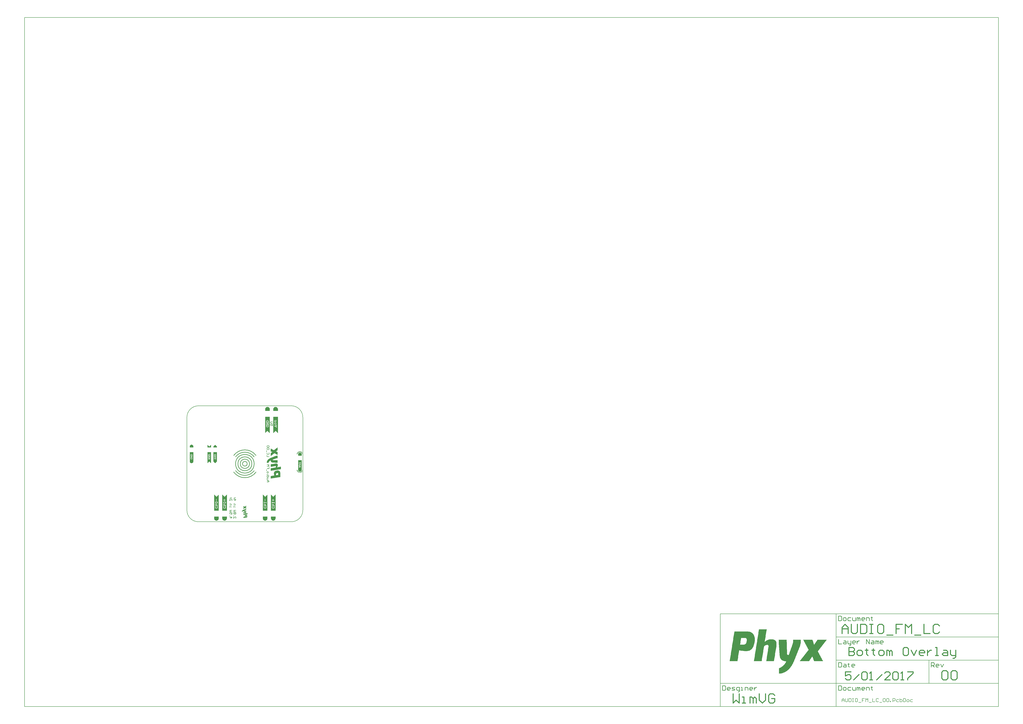
<source format=gbo>
G04 Layer_Color=32896*
%FSLAX25Y25*%
%MOIN*%
G70*
G01*
G75*
%ADD12C,0.01575*%
%ADD27C,0.00787*%
%ADD33C,0.00591*%
%ADD34C,0.00984*%
%ADD49C,0.01000*%
G36*
X137959Y194731D02*
X138676Y194434D01*
X139321Y194003D01*
X139869Y193455D01*
X140300Y192810D01*
X140597Y192093D01*
X140748Y191333D01*
Y190945D01*
Y187992D01*
X132874D01*
Y190945D01*
Y191333D01*
X133025Y192093D01*
X133322Y192810D01*
X133753Y193455D01*
X134301Y194003D01*
X134946Y194434D01*
X135663Y194731D01*
X136423Y194882D01*
X137199D01*
X137959Y194731D01*
D02*
G37*
G36*
X151739Y194731D02*
X152455Y194434D01*
X153100Y194003D01*
X153649Y193455D01*
X154079Y192810D01*
X154376Y192093D01*
X154528Y191333D01*
Y190945D01*
Y187992D01*
X146653D01*
Y190945D01*
Y191333D01*
X146805Y192093D01*
X147102Y192810D01*
X147532Y193455D01*
X148081Y194003D01*
X148726Y194434D01*
X149442Y194731D01*
X150203Y194882D01*
X150978D01*
X151739Y194731D01*
D02*
G37*
G36*
X154528Y154528D02*
X146653D01*
Y178150D01*
X154528D01*
Y154528D01*
D02*
G37*
G36*
X140748D02*
X132874D01*
Y178150D01*
X140748D01*
Y154528D01*
D02*
G37*
G36*
X154528Y150591D02*
X150591Y154528D01*
X154528D01*
Y150591D01*
D02*
G37*
G36*
X146653D02*
Y154528D01*
X150591D01*
X146653Y150591D01*
D02*
G37*
G36*
X140748D02*
X136811Y154528D01*
X140748D01*
Y150591D01*
D02*
G37*
G36*
X132874D02*
Y154528D01*
X136811D01*
X132874Y150591D01*
D02*
G37*
G36*
X40827Y127953D02*
Y125984D01*
X34921D01*
Y127953D01*
Y130905D01*
X37874Y127953D01*
Y127953D01*
X40827Y130905D01*
Y127953D01*
D02*
G37*
G36*
X50827D02*
Y125984D01*
X44921D01*
Y127953D01*
X47874Y130905D01*
X50827Y127953D01*
D02*
G37*
G36*
X8735Y130792D02*
X9273Y130570D01*
X9756Y130246D01*
X10168Y129835D01*
X10491Y129351D01*
X10713Y128814D01*
X10827Y128244D01*
Y127953D01*
Y127953D01*
Y125984D01*
X4921D01*
Y127953D01*
Y128244D01*
X5035Y128814D01*
X5257Y129351D01*
X5581Y129835D01*
X5992Y130246D01*
X6475Y130570D01*
X7013Y130792D01*
X7583Y130905D01*
X8165D01*
X8735Y130792D01*
D02*
G37*
G36*
X154075Y121201D02*
X153983D01*
Y121109D01*
X153799D01*
Y121017D01*
X153707D01*
Y120925D01*
X153523D01*
Y120833D01*
X153431D01*
Y120741D01*
X153247D01*
Y120649D01*
X153155D01*
Y120557D01*
X152971D01*
Y120465D01*
X152879D01*
Y120373D01*
X152695D01*
Y120281D01*
X152603D01*
Y120189D01*
X152419D01*
Y120097D01*
X152327D01*
Y120006D01*
X152144D01*
Y119913D01*
X152052D01*
Y119822D01*
X151868D01*
Y119730D01*
X151776D01*
Y119638D01*
X151592D01*
Y119546D01*
X151500D01*
Y119454D01*
X151408D01*
Y119270D01*
X151776D01*
Y119178D01*
X152052D01*
Y119086D01*
X152327D01*
Y118994D01*
X152603D01*
Y118902D01*
X152879D01*
Y118810D01*
X153155D01*
Y118718D01*
X153431D01*
Y118626D01*
X153707D01*
Y118534D01*
X153983D01*
Y118442D01*
X154075D01*
Y113385D01*
X153983D01*
Y113477D01*
X153799D01*
Y113569D01*
X153707D01*
Y113661D01*
X153523D01*
Y113753D01*
X153339D01*
Y113845D01*
X153155D01*
Y113936D01*
X152971D01*
Y114029D01*
X152787D01*
Y114120D01*
X152603D01*
Y114212D01*
X152511D01*
Y114304D01*
X152327D01*
Y114396D01*
X152144D01*
Y114488D01*
X151960D01*
Y114580D01*
X151776D01*
Y114672D01*
X151592D01*
Y114764D01*
X151408D01*
Y114856D01*
X151224D01*
Y114948D01*
X151132D01*
Y115040D01*
X150948D01*
Y115132D01*
X150764D01*
Y115224D01*
X150580D01*
Y115316D01*
X150396D01*
Y115408D01*
X150213D01*
Y115500D01*
X150029D01*
Y115592D01*
X149937D01*
Y115684D01*
X149753D01*
Y115776D01*
X149569D01*
Y115868D01*
X149385D01*
Y115960D01*
X149201D01*
Y116051D01*
X149017D01*
Y116143D01*
X148833D01*
Y116235D01*
X148741D01*
Y116327D01*
X148465D01*
Y116235D01*
X148282D01*
Y116143D01*
X148189D01*
Y116051D01*
X148098D01*
Y115960D01*
X148006D01*
Y115868D01*
X147822D01*
Y115776D01*
X147730D01*
Y115684D01*
X147638D01*
Y115592D01*
X147454D01*
Y115500D01*
X147362D01*
Y115408D01*
X147270D01*
Y115316D01*
X147178D01*
Y115224D01*
X146994D01*
Y115132D01*
X146902D01*
Y115040D01*
X146810D01*
Y114948D01*
X146718D01*
Y114856D01*
X146534D01*
Y114764D01*
X146442D01*
Y114672D01*
X146351D01*
Y114580D01*
X146167D01*
Y114488D01*
X146075D01*
Y114396D01*
X145983D01*
Y114304D01*
X145891D01*
Y114212D01*
X145707D01*
Y114120D01*
X145615D01*
Y114029D01*
X145523D01*
Y113936D01*
X145339D01*
Y113845D01*
X145247D01*
Y113753D01*
X145155D01*
Y113661D01*
X145063D01*
Y113569D01*
X144879D01*
Y113477D01*
X144787D01*
Y113385D01*
X144695D01*
Y113293D01*
X144511D01*
Y113201D01*
X144419D01*
Y113109D01*
X144327D01*
Y113017D01*
X144236D01*
Y112925D01*
X144052D01*
Y112833D01*
X143960D01*
Y112741D01*
X143868D01*
Y112649D01*
X143776D01*
Y112557D01*
X143592D01*
Y112465D01*
X143500D01*
Y112373D01*
X143408D01*
Y112281D01*
X143224D01*
Y112189D01*
X143132D01*
Y112098D01*
X143040D01*
Y112005D01*
X142948D01*
Y111914D01*
X142764D01*
Y111822D01*
X142672D01*
Y111730D01*
X142580D01*
Y111638D01*
X142488D01*
Y111546D01*
X142396D01*
Y116695D01*
X142580D01*
Y116787D01*
X142672D01*
Y116879D01*
X142856D01*
Y116971D01*
X142948D01*
Y117063D01*
X143132D01*
Y117155D01*
X143224D01*
Y117247D01*
X143408D01*
Y117339D01*
X143500D01*
Y117431D01*
X143684D01*
Y117523D01*
X143776D01*
Y117615D01*
X143868D01*
Y117707D01*
X144052D01*
Y117799D01*
X144144D01*
Y117891D01*
X144327D01*
Y117982D01*
X144419D01*
Y118074D01*
X144603D01*
Y118166D01*
X144695D01*
Y118258D01*
X144879D01*
Y118442D01*
X144787D01*
Y118534D01*
X144511D01*
Y118626D01*
X144236D01*
Y118718D01*
X143960D01*
Y118810D01*
X143776D01*
Y118902D01*
X143500D01*
Y118994D01*
X143224D01*
Y119086D01*
X143040D01*
Y119178D01*
X142764D01*
Y119270D01*
X142488D01*
Y119362D01*
X142396D01*
Y124235D01*
X142488D01*
Y124143D01*
X142672D01*
Y124051D01*
X142856D01*
Y123960D01*
X142948D01*
Y123867D01*
X143132D01*
Y123775D01*
X143316D01*
Y123684D01*
X143500D01*
Y123592D01*
X143684D01*
Y123500D01*
X143868D01*
Y123408D01*
X144052D01*
Y123316D01*
X144236D01*
Y123224D01*
X144327D01*
Y123132D01*
X144511D01*
Y123040D01*
X144695D01*
Y122948D01*
X144879D01*
Y122856D01*
X145063D01*
Y122764D01*
X145247D01*
Y122672D01*
X145431D01*
Y122580D01*
X145615D01*
Y122488D01*
X145707D01*
Y122396D01*
X145891D01*
Y122304D01*
X146075D01*
Y122212D01*
X146258D01*
Y122120D01*
X146442D01*
Y122029D01*
X146626D01*
Y121937D01*
X146810D01*
Y121844D01*
X146994D01*
Y121753D01*
X147178D01*
Y121661D01*
X147270D01*
Y121569D01*
X147454D01*
Y121477D01*
X147638D01*
Y121385D01*
X147822D01*
Y121477D01*
X147914D01*
Y121569D01*
X148006D01*
Y121661D01*
X148098D01*
Y121753D01*
X148282D01*
Y121844D01*
X148373D01*
Y121937D01*
X148465D01*
Y122029D01*
X148649D01*
Y122120D01*
X148741D01*
Y122212D01*
X148833D01*
Y122304D01*
X148925D01*
Y122396D01*
X149109D01*
Y122488D01*
X149201D01*
Y122580D01*
X149293D01*
Y122672D01*
X149477D01*
Y122764D01*
X149569D01*
Y122856D01*
X149661D01*
Y122948D01*
X149845D01*
Y123040D01*
X149937D01*
Y123132D01*
X150029D01*
Y123224D01*
X150121D01*
Y123316D01*
X150304D01*
Y123408D01*
X150396D01*
Y123500D01*
X150488D01*
Y123592D01*
X150672D01*
Y123684D01*
X150764D01*
Y123775D01*
X150856D01*
Y123867D01*
X151040D01*
Y123960D01*
X151132D01*
Y124051D01*
X151224D01*
Y124143D01*
X151316D01*
Y124235D01*
X151500D01*
Y124327D01*
X151592D01*
Y124419D01*
X151684D01*
Y124511D01*
X151868D01*
Y124603D01*
X151960D01*
Y124695D01*
X152052D01*
Y124787D01*
X152235D01*
Y124879D01*
X152327D01*
Y124971D01*
X152419D01*
Y125063D01*
X152511D01*
Y125155D01*
X152695D01*
Y125247D01*
X152787D01*
Y125339D01*
X152879D01*
Y125431D01*
X153063D01*
Y125523D01*
X153155D01*
Y125615D01*
X153247D01*
Y125707D01*
X153339D01*
Y125798D01*
X153523D01*
Y125891D01*
X153615D01*
Y125982D01*
X153707D01*
Y126074D01*
X153891D01*
Y126166D01*
X153983D01*
Y126258D01*
X154075D01*
Y121201D01*
D02*
G37*
G36*
X192790Y117013D02*
X193328Y116790D01*
X193811Y116467D01*
X194223Y116056D01*
X194546Y115572D01*
X194768Y115034D01*
X194882Y114464D01*
Y114173D01*
Y114173D01*
Y112205D01*
X188976D01*
Y114173D01*
Y114464D01*
X189090Y115034D01*
X189312Y115572D01*
X189636Y116056D01*
X190047Y116467D01*
X190531Y116790D01*
X191068Y117013D01*
X191638Y117126D01*
X192220D01*
X192790Y117013D01*
D02*
G37*
G36*
X154075Y107959D02*
X153155D01*
Y107868D01*
X152603D01*
Y107776D01*
X152144D01*
Y107684D01*
X151776D01*
Y107592D01*
X151408D01*
Y107500D01*
X151132D01*
Y107408D01*
X150856D01*
Y107316D01*
X150580D01*
Y107224D01*
X150396D01*
Y107132D01*
X150121D01*
Y107040D01*
X149845D01*
Y106948D01*
X149569D01*
Y106856D01*
X149385D01*
Y106764D01*
X149109D01*
Y106672D01*
X148833D01*
Y106580D01*
X148557D01*
Y106488D01*
X148373D01*
Y106396D01*
X148098D01*
Y106304D01*
X147822D01*
Y106212D01*
X147546D01*
Y106121D01*
X147362D01*
Y106028D01*
X147086D01*
Y105937D01*
X146810D01*
Y105845D01*
X146534D01*
Y105753D01*
X146258D01*
Y105661D01*
X146075D01*
Y105569D01*
X145799D01*
Y105477D01*
X145707D01*
Y105201D01*
X145799D01*
Y104925D01*
X145891D01*
Y104833D01*
X145983D01*
Y104741D01*
X146075D01*
Y104649D01*
X146351D01*
Y104557D01*
X148741D01*
Y104465D01*
X148925D01*
Y104557D01*
X149017D01*
Y104465D01*
X152787D01*
Y104373D01*
X154075D01*
Y99960D01*
X153983D01*
Y100051D01*
X152511D01*
Y100144D01*
X151224D01*
Y100235D01*
X149753D01*
Y100327D01*
X148282D01*
Y100419D01*
X146902D01*
Y100511D01*
X145523D01*
Y100603D01*
X144879D01*
Y100695D01*
X144511D01*
Y100787D01*
X144236D01*
Y100879D01*
X144052D01*
Y100971D01*
X143868D01*
Y101063D01*
X143684D01*
Y101155D01*
X143592D01*
Y101247D01*
X143408D01*
Y101339D01*
X143316D01*
Y101431D01*
X143224D01*
Y101523D01*
X143132D01*
Y101615D01*
X143040D01*
Y101707D01*
X142948D01*
Y101891D01*
X142856D01*
Y101983D01*
X142764D01*
Y102166D01*
X142672D01*
Y102442D01*
X142580D01*
Y102626D01*
X142488D01*
Y102994D01*
X142396D01*
Y103638D01*
X142305D01*
Y104190D01*
X142121D01*
Y104097D01*
X141937D01*
Y104006D01*
X141753D01*
Y103914D01*
X141661D01*
Y103822D01*
X141477D01*
Y103730D01*
X141293D01*
Y103638D01*
X141201D01*
Y103546D01*
X141017D01*
Y103454D01*
X140925D01*
Y103362D01*
X140833D01*
Y103270D01*
X140649D01*
Y103178D01*
X140557D01*
Y103086D01*
X140465D01*
Y102994D01*
X140374D01*
Y102902D01*
X140281D01*
Y102810D01*
X140190D01*
Y102718D01*
X140098D01*
Y102626D01*
X140006D01*
Y102534D01*
X139914D01*
Y102442D01*
X139822D01*
Y102350D01*
X139730D01*
Y102258D01*
X139638D01*
Y102075D01*
X139546D01*
Y101983D01*
X139454D01*
Y101891D01*
X139362D01*
Y101707D01*
X139270D01*
Y101615D01*
X139178D01*
Y101431D01*
X139086D01*
Y101339D01*
X138994D01*
Y101155D01*
X138902D01*
Y100971D01*
X138810D01*
Y100787D01*
X138718D01*
Y100603D01*
X138626D01*
Y100419D01*
X138534D01*
Y100235D01*
X135500D01*
Y100327D01*
X135592D01*
Y100971D01*
X135684D01*
Y101523D01*
X135776D01*
Y101891D01*
X135868D01*
Y102258D01*
X135960D01*
Y102534D01*
X136052D01*
Y102718D01*
X136144D01*
Y102994D01*
X136236D01*
Y103178D01*
X136328D01*
Y103362D01*
X136419D01*
Y103546D01*
X136511D01*
Y103730D01*
X136603D01*
Y103914D01*
X136695D01*
Y104006D01*
X136787D01*
Y104190D01*
X136879D01*
Y104281D01*
X136971D01*
Y104465D01*
X137063D01*
Y104557D01*
X137155D01*
Y104741D01*
X137247D01*
Y104833D01*
X137339D01*
Y104925D01*
X137431D01*
Y105017D01*
X137523D01*
Y105109D01*
X137615D01*
Y105293D01*
X137707D01*
Y105385D01*
X137799D01*
Y105477D01*
X137891D01*
Y105569D01*
X137983D01*
Y105661D01*
X138075D01*
Y105753D01*
X138167D01*
Y105845D01*
X138259D01*
Y105937D01*
X138443D01*
Y106028D01*
X138534D01*
Y106121D01*
X138626D01*
Y106212D01*
X138718D01*
Y106304D01*
X138810D01*
Y106396D01*
X138994D01*
Y106488D01*
X139086D01*
Y106580D01*
X139178D01*
Y106672D01*
X139362D01*
Y106764D01*
X139454D01*
Y106856D01*
X139638D01*
Y106948D01*
X139730D01*
Y107040D01*
X139822D01*
Y107132D01*
X140006D01*
Y107224D01*
X140190D01*
Y107316D01*
X140281D01*
Y107408D01*
X140465D01*
Y107500D01*
X140649D01*
Y107592D01*
X140833D01*
Y107684D01*
X141017D01*
Y107776D01*
X141109D01*
Y107868D01*
X141385D01*
Y107959D01*
X141477D01*
Y108052D01*
X141753D01*
Y108143D01*
X141937D01*
Y108235D01*
X142121D01*
Y108327D01*
X142305D01*
Y108419D01*
X142580D01*
Y108511D01*
X142764D01*
Y108603D01*
X143040D01*
Y108695D01*
X143224D01*
Y108787D01*
X143500D01*
Y108879D01*
X143684D01*
Y108971D01*
X143960D01*
Y109063D01*
X144144D01*
Y109155D01*
X144419D01*
Y109247D01*
X144603D01*
Y109339D01*
X144879D01*
Y109431D01*
X145063D01*
Y109523D01*
X145339D01*
Y109615D01*
X145523D01*
Y109707D01*
X145799D01*
Y109799D01*
X145983D01*
Y109891D01*
X146258D01*
Y109983D01*
X146442D01*
Y110074D01*
X146718D01*
Y110166D01*
X146902D01*
Y110258D01*
X147178D01*
Y110350D01*
X147362D01*
Y110442D01*
X147638D01*
Y110534D01*
X147822D01*
Y110626D01*
X148098D01*
Y110718D01*
X148282D01*
Y110810D01*
X148557D01*
Y110902D01*
X148741D01*
Y110994D01*
X149017D01*
Y111086D01*
X149201D01*
Y111178D01*
X149477D01*
Y111270D01*
X149661D01*
Y111362D01*
X149845D01*
Y111454D01*
X150121D01*
Y111546D01*
X150396D01*
Y111638D01*
X150672D01*
Y111730D01*
X150948D01*
Y111822D01*
X151316D01*
Y111914D01*
X151684D01*
Y112005D01*
X152144D01*
Y112098D01*
X154075D01*
Y107959D01*
D02*
G37*
G36*
X50827Y102362D02*
X47874Y99409D01*
X44921Y102362D01*
Y118110D01*
X50827D01*
Y102362D01*
D02*
G37*
G36*
X40827D02*
Y99409D01*
X37874Y102362D01*
Y102362D01*
X34921Y99409D01*
Y102362D01*
Y118110D01*
X40827D01*
Y102362D01*
D02*
G37*
G36*
X10827D02*
Y102362D01*
Y102071D01*
X10713Y101501D01*
X10491Y100963D01*
X10168Y100480D01*
X9756Y100069D01*
X9273Y99746D01*
X8735Y99523D01*
X8165Y99409D01*
X7583D01*
X7013Y99523D01*
X6475Y99746D01*
X5992Y100069D01*
X5581Y100480D01*
X5257Y100963D01*
X5035Y101501D01*
X4921Y102071D01*
Y102362D01*
Y118110D01*
X10827D01*
Y102362D01*
D02*
G37*
G36*
X152419Y98764D02*
X152787D01*
Y98672D01*
X153063D01*
Y98580D01*
X153247D01*
Y98488D01*
X153431D01*
Y98396D01*
X153523D01*
Y98304D01*
X153615D01*
Y98212D01*
X153707D01*
Y98121D01*
X153799D01*
Y97937D01*
X153891D01*
Y97845D01*
X153983D01*
Y97661D01*
X154075D01*
Y97385D01*
X154166D01*
Y97017D01*
X154258D01*
Y94994D01*
X154166D01*
Y94534D01*
X154075D01*
Y94258D01*
X153983D01*
Y94075D01*
X153891D01*
Y93799D01*
X153799D01*
Y93615D01*
X153707D01*
Y93523D01*
X153615D01*
Y93339D01*
X153523D01*
Y93155D01*
X153431D01*
Y93063D01*
X153339D01*
Y92971D01*
X153247D01*
Y92787D01*
X153155D01*
Y92695D01*
X153063D01*
Y92603D01*
X152971D01*
Y92419D01*
X153155D01*
Y92511D01*
X153707D01*
Y92603D01*
X154350D01*
Y92695D01*
X154902D01*
Y92787D01*
X155454D01*
Y92879D01*
X156006D01*
Y92971D01*
X156649D01*
Y93063D01*
X157201D01*
Y93155D01*
X157753D01*
Y93247D01*
X158396D01*
Y93339D01*
X158948D01*
Y93431D01*
X159500D01*
Y93523D01*
X159684D01*
Y89293D01*
X159408D01*
Y89201D01*
X158764D01*
Y89109D01*
X158212D01*
Y89017D01*
X157661D01*
Y88925D01*
X157017D01*
Y88833D01*
X156465D01*
Y88741D01*
X155914D01*
Y88649D01*
X155362D01*
Y88557D01*
X154718D01*
Y88465D01*
X154166D01*
Y88373D01*
X153615D01*
Y88282D01*
X152971D01*
Y88190D01*
X152419D01*
Y88098D01*
X151868D01*
Y88006D01*
X151316D01*
Y87914D01*
X150672D01*
Y87822D01*
X150121D01*
Y87730D01*
X149569D01*
Y87638D01*
X149017D01*
Y87546D01*
X148373D01*
Y87454D01*
X147822D01*
Y87362D01*
X147270D01*
Y87270D01*
X146626D01*
Y87178D01*
X146075D01*
Y87086D01*
X145523D01*
Y86994D01*
X144971D01*
Y86902D01*
X144327D01*
Y86810D01*
X143776D01*
Y86718D01*
X143224D01*
Y86626D01*
X142580D01*
Y86534D01*
X142396D01*
Y90764D01*
X142580D01*
Y90856D01*
X143224D01*
Y90948D01*
X143776D01*
Y91040D01*
X144327D01*
Y91132D01*
X144879D01*
Y91224D01*
X145523D01*
Y91316D01*
X146075D01*
Y91408D01*
X146626D01*
Y91500D01*
X147270D01*
Y91592D01*
X147822D01*
Y91684D01*
X148373D01*
Y91776D01*
X148925D01*
Y91868D01*
X149569D01*
Y91960D01*
X150121D01*
Y92052D01*
X150396D01*
Y92143D01*
X150580D01*
Y92235D01*
X150672D01*
Y92327D01*
X150764D01*
Y92511D01*
X150856D01*
Y92603D01*
X150948D01*
Y92787D01*
X151040D01*
Y93063D01*
X151132D01*
Y93523D01*
X151224D01*
Y94075D01*
X151132D01*
Y94258D01*
X151040D01*
Y94350D01*
X150948D01*
Y94442D01*
X150764D01*
Y94534D01*
X150213D01*
Y94442D01*
X149569D01*
Y94350D01*
X149017D01*
Y94258D01*
X148373D01*
Y94166D01*
X147822D01*
Y94075D01*
X147270D01*
Y93983D01*
X146718D01*
Y93891D01*
X146075D01*
Y93799D01*
X145523D01*
Y93707D01*
X144879D01*
Y93615D01*
X144327D01*
Y93523D01*
X143776D01*
Y93431D01*
X143132D01*
Y93339D01*
X142580D01*
Y93247D01*
X142396D01*
Y97477D01*
X142580D01*
Y97569D01*
X143132D01*
Y97661D01*
X143776D01*
Y97753D01*
X144327D01*
Y97845D01*
X144879D01*
Y97937D01*
X145431D01*
Y98028D01*
X146075D01*
Y98121D01*
X146626D01*
Y98212D01*
X147178D01*
Y98304D01*
X147822D01*
Y98396D01*
X148373D01*
Y98488D01*
X148925D01*
Y98580D01*
X149477D01*
Y98672D01*
X150121D01*
Y98764D01*
X150764D01*
Y98856D01*
X152419D01*
Y98764D01*
D02*
G37*
G36*
X194882Y88583D02*
Y88583D01*
Y88292D01*
X194768Y87721D01*
X194546Y87184D01*
X194223Y86700D01*
X193811Y86289D01*
X193328Y85966D01*
X192790Y85743D01*
X192220Y85630D01*
X191638D01*
X191068Y85743D01*
X190531Y85966D01*
X190047Y86289D01*
X189636Y86700D01*
X189312Y87184D01*
X189090Y87721D01*
X188976Y88292D01*
Y88583D01*
Y104331D01*
X194882D01*
Y88583D01*
D02*
G37*
G36*
X155086Y86902D02*
X155546D01*
Y86810D01*
X155914D01*
Y86718D01*
X156190D01*
Y86626D01*
X156465D01*
Y86534D01*
X156649D01*
Y86442D01*
X156741D01*
Y86351D01*
X156925D01*
Y86259D01*
X157017D01*
Y86167D01*
X157201D01*
Y86075D01*
X157293D01*
Y85983D01*
X157385D01*
Y85891D01*
X157477D01*
Y85799D01*
X157569D01*
Y85707D01*
X157661D01*
Y85615D01*
X157753D01*
Y85431D01*
X157845D01*
Y85339D01*
X157937D01*
Y85155D01*
X158029D01*
Y85063D01*
X158121D01*
Y84879D01*
X158212D01*
Y84603D01*
X158304D01*
Y84328D01*
X158396D01*
Y84052D01*
X158488D01*
Y83500D01*
X158580D01*
Y75868D01*
X158029D01*
Y75776D01*
X157477D01*
Y75684D01*
X156833D01*
Y75592D01*
X156281D01*
Y75500D01*
X155730D01*
Y75408D01*
X155086D01*
Y75316D01*
X154534D01*
Y75224D01*
X153983D01*
Y75132D01*
X153339D01*
Y75040D01*
X152787D01*
Y74948D01*
X152235D01*
Y74856D01*
X151684D01*
Y74764D01*
X151040D01*
Y74672D01*
X150488D01*
Y74580D01*
X149937D01*
Y74489D01*
X149293D01*
Y74397D01*
X148741D01*
Y74305D01*
X148189D01*
Y74213D01*
X147638D01*
Y74121D01*
X146994D01*
Y74029D01*
X146442D01*
Y73937D01*
X145891D01*
Y73845D01*
X145339D01*
Y73753D01*
X144695D01*
Y73661D01*
X144144D01*
Y73569D01*
X143592D01*
Y73477D01*
X142948D01*
Y73385D01*
X142488D01*
Y73293D01*
X142396D01*
Y77615D01*
X143040D01*
Y77707D01*
X143592D01*
Y77799D01*
X144144D01*
Y77891D01*
X144787D01*
Y77983D01*
X145339D01*
Y78075D01*
X145891D01*
Y78167D01*
X146534D01*
Y78259D01*
X147086D01*
Y78351D01*
X147638D01*
Y78442D01*
X148282D01*
Y78902D01*
X148189D01*
Y79362D01*
X148098D01*
Y79822D01*
X148006D01*
Y80465D01*
X147914D01*
Y81293D01*
X147822D01*
Y82948D01*
X147914D01*
Y83500D01*
X148006D01*
Y83776D01*
X148098D01*
Y84052D01*
X148189D01*
Y84328D01*
X148282D01*
Y84511D01*
X148373D01*
Y84603D01*
X148465D01*
Y84787D01*
X148557D01*
Y84879D01*
X148649D01*
Y85063D01*
X148741D01*
Y85155D01*
X148833D01*
Y85247D01*
X148925D01*
Y85339D01*
X149017D01*
Y85431D01*
X149109D01*
Y85523D01*
X149293D01*
Y85615D01*
X149385D01*
Y85707D01*
X149477D01*
Y85799D01*
X149661D01*
Y85891D01*
X149753D01*
Y85983D01*
X149937D01*
Y86075D01*
X150121D01*
Y86167D01*
X150304D01*
Y86259D01*
X150580D01*
Y86351D01*
X150764D01*
Y86442D01*
X151040D01*
Y86534D01*
X151408D01*
Y86626D01*
X151684D01*
Y86718D01*
X152144D01*
Y86810D01*
X152603D01*
Y86902D01*
X153247D01*
Y86994D01*
X155086D01*
Y86902D01*
D02*
G37*
G36*
X150591Y42323D02*
X150591D01*
Y18701D01*
X142717D01*
Y42323D01*
X142717D01*
Y46260D01*
X146653Y42323D01*
X146653D01*
X150591Y46260D01*
Y42323D01*
D02*
G37*
G36*
X136811D02*
X136811D01*
Y18701D01*
X128937D01*
Y42323D01*
X128937D01*
Y46260D01*
X132874Y42323D01*
X132874D01*
X136811Y46260D01*
Y42323D01*
D02*
G37*
G36*
X67913D02*
X67913D01*
Y18701D01*
X60039D01*
Y42323D01*
X60039D01*
Y46260D01*
X63976Y42323D01*
X63976D01*
X67913Y46260D01*
Y42323D01*
D02*
G37*
G36*
X54134D02*
X54134D01*
Y18701D01*
X46260D01*
Y42323D01*
X46260D01*
Y46260D01*
X50197Y42323D01*
X50197D01*
X54134Y46260D01*
Y42323D01*
D02*
G37*
G36*
X100655Y25387D02*
X100619D01*
Y25351D01*
X100546D01*
Y25315D01*
X100510D01*
Y25278D01*
X100437D01*
Y25242D01*
X100401D01*
Y25206D01*
X100329D01*
Y25170D01*
X100292D01*
Y25133D01*
X100220D01*
Y25097D01*
X100184D01*
Y25061D01*
X100111D01*
Y25025D01*
X100075D01*
Y24988D01*
X100002D01*
Y24952D01*
X99966D01*
Y24916D01*
X99894D01*
Y24880D01*
X99857D01*
Y24843D01*
X99785D01*
Y24807D01*
X99749D01*
Y24771D01*
X99676D01*
Y24735D01*
X99640D01*
Y24698D01*
X99604D01*
Y24626D01*
X99749D01*
Y24589D01*
X99857D01*
Y24553D01*
X99966D01*
Y24517D01*
X100075D01*
Y24481D01*
X100184D01*
Y24444D01*
X100292D01*
Y24408D01*
X100401D01*
Y24372D01*
X100510D01*
Y24336D01*
X100619D01*
Y24299D01*
X100655D01*
Y22305D01*
X100619D01*
Y22342D01*
X100546D01*
Y22378D01*
X100510D01*
Y22414D01*
X100437D01*
Y22450D01*
X100365D01*
Y22487D01*
X100292D01*
Y22523D01*
X100220D01*
Y22559D01*
X100147D01*
Y22595D01*
X100075D01*
Y22632D01*
X100039D01*
Y22668D01*
X99966D01*
Y22704D01*
X99894D01*
Y22740D01*
X99821D01*
Y22777D01*
X99749D01*
Y22813D01*
X99676D01*
Y22849D01*
X99604D01*
Y22885D01*
X99531D01*
Y22922D01*
X99495D01*
Y22958D01*
X99422D01*
Y22994D01*
X99350D01*
Y23030D01*
X99277D01*
Y23067D01*
X99205D01*
Y23103D01*
X99132D01*
Y23139D01*
X99060D01*
Y23176D01*
X99023D01*
Y23212D01*
X98951D01*
Y23248D01*
X98878D01*
Y23284D01*
X98806D01*
Y23321D01*
X98733D01*
Y23357D01*
X98661D01*
Y23393D01*
X98588D01*
Y23429D01*
X98552D01*
Y23465D01*
X98443D01*
Y23429D01*
X98371D01*
Y23393D01*
X98335D01*
Y23357D01*
X98298D01*
Y23321D01*
X98262D01*
Y23284D01*
X98190D01*
Y23248D01*
X98153D01*
Y23212D01*
X98117D01*
Y23176D01*
X98045D01*
Y23139D01*
X98008D01*
Y23103D01*
X97972D01*
Y23067D01*
X97936D01*
Y23030D01*
X97863D01*
Y22994D01*
X97827D01*
Y22958D01*
X97791D01*
Y22922D01*
X97754D01*
Y22885D01*
X97682D01*
Y22849D01*
X97646D01*
Y22813D01*
X97609D01*
Y22777D01*
X97537D01*
Y22740D01*
X97501D01*
Y22704D01*
X97464D01*
Y22668D01*
X97428D01*
Y22632D01*
X97356D01*
Y22595D01*
X97319D01*
Y22559D01*
X97283D01*
Y22523D01*
X97211D01*
Y22487D01*
X97174D01*
Y22450D01*
X97138D01*
Y22414D01*
X97102D01*
Y22378D01*
X97029D01*
Y22342D01*
X96993D01*
Y22305D01*
X96957D01*
Y22269D01*
X96884D01*
Y22233D01*
X96848D01*
Y22197D01*
X96812D01*
Y22160D01*
X96776D01*
Y22124D01*
X96703D01*
Y22088D01*
X96667D01*
Y22051D01*
X96631D01*
Y22015D01*
X96594D01*
Y21979D01*
X96522D01*
Y21943D01*
X96485D01*
Y21906D01*
X96449D01*
Y21870D01*
X96377D01*
Y21834D01*
X96340D01*
Y21798D01*
X96304D01*
Y21761D01*
X96268D01*
Y21725D01*
X96195D01*
Y21689D01*
X96159D01*
Y21653D01*
X96123D01*
Y21616D01*
X96087D01*
Y21580D01*
X96050D01*
Y23610D01*
X96123D01*
Y23647D01*
X96159D01*
Y23683D01*
X96232D01*
Y23719D01*
X96268D01*
Y23756D01*
X96340D01*
Y23792D01*
X96377D01*
Y23828D01*
X96449D01*
Y23864D01*
X96485D01*
Y23901D01*
X96558D01*
Y23937D01*
X96594D01*
Y23973D01*
X96631D01*
Y24009D01*
X96703D01*
Y24046D01*
X96739D01*
Y24082D01*
X96812D01*
Y24118D01*
X96848D01*
Y24154D01*
X96921D01*
Y24191D01*
X96957D01*
Y24227D01*
X97029D01*
Y24299D01*
X96993D01*
Y24336D01*
X96884D01*
Y24372D01*
X96776D01*
Y24408D01*
X96667D01*
Y24444D01*
X96594D01*
Y24481D01*
X96485D01*
Y24517D01*
X96377D01*
Y24553D01*
X96304D01*
Y24589D01*
X96195D01*
Y24626D01*
X96087D01*
Y24662D01*
X96050D01*
Y26584D01*
X96087D01*
Y26547D01*
X96159D01*
Y26511D01*
X96232D01*
Y26475D01*
X96268D01*
Y26439D01*
X96340D01*
Y26402D01*
X96413D01*
Y26366D01*
X96485D01*
Y26330D01*
X96558D01*
Y26294D01*
X96631D01*
Y26257D01*
X96703D01*
Y26221D01*
X96776D01*
Y26185D01*
X96812D01*
Y26149D01*
X96884D01*
Y26112D01*
X96957D01*
Y26076D01*
X97029D01*
Y26040D01*
X97102D01*
Y26004D01*
X97174D01*
Y25967D01*
X97247D01*
Y25931D01*
X97319D01*
Y25895D01*
X97356D01*
Y25859D01*
X97428D01*
Y25822D01*
X97501D01*
Y25786D01*
X97573D01*
Y25750D01*
X97646D01*
Y25714D01*
X97718D01*
Y25677D01*
X97791D01*
Y25641D01*
X97863D01*
Y25605D01*
X97936D01*
Y25568D01*
X97972D01*
Y25532D01*
X98045D01*
Y25496D01*
X98117D01*
Y25460D01*
X98190D01*
Y25496D01*
X98226D01*
Y25532D01*
X98262D01*
Y25568D01*
X98298D01*
Y25605D01*
X98371D01*
Y25641D01*
X98407D01*
Y25677D01*
X98443D01*
Y25714D01*
X98516D01*
Y25750D01*
X98552D01*
Y25786D01*
X98588D01*
Y25822D01*
X98625D01*
Y25859D01*
X98697D01*
Y25895D01*
X98733D01*
Y25931D01*
X98770D01*
Y25967D01*
X98842D01*
Y26004D01*
X98878D01*
Y26040D01*
X98915D01*
Y26076D01*
X98987D01*
Y26112D01*
X99023D01*
Y26149D01*
X99060D01*
Y26185D01*
X99096D01*
Y26221D01*
X99168D01*
Y26257D01*
X99205D01*
Y26294D01*
X99241D01*
Y26330D01*
X99313D01*
Y26366D01*
X99350D01*
Y26402D01*
X99386D01*
Y26439D01*
X99458D01*
Y26475D01*
X99495D01*
Y26511D01*
X99531D01*
Y26547D01*
X99567D01*
Y26584D01*
X99640D01*
Y26620D01*
X99676D01*
Y26656D01*
X99712D01*
Y26692D01*
X99785D01*
Y26729D01*
X99821D01*
Y26765D01*
X99857D01*
Y26801D01*
X99930D01*
Y26838D01*
X99966D01*
Y26874D01*
X100002D01*
Y26910D01*
X100039D01*
Y26946D01*
X100111D01*
Y26983D01*
X100147D01*
Y27019D01*
X100184D01*
Y27055D01*
X100256D01*
Y27091D01*
X100292D01*
Y27128D01*
X100329D01*
Y27164D01*
X100365D01*
Y27200D01*
X100437D01*
Y27236D01*
X100474D01*
Y27272D01*
X100510D01*
Y27309D01*
X100583D01*
Y27345D01*
X100619D01*
Y27381D01*
X100655D01*
Y25387D01*
D02*
G37*
G36*
Y20166D02*
X100292D01*
Y20130D01*
X100075D01*
Y20094D01*
X99894D01*
Y20057D01*
X99749D01*
Y20021D01*
X99604D01*
Y19985D01*
X99495D01*
Y19949D01*
X99386D01*
Y19912D01*
X99277D01*
Y19876D01*
X99205D01*
Y19840D01*
X99096D01*
Y19804D01*
X98987D01*
Y19767D01*
X98878D01*
Y19731D01*
X98806D01*
Y19695D01*
X98697D01*
Y19658D01*
X98588D01*
Y19622D01*
X98480D01*
Y19586D01*
X98407D01*
Y19550D01*
X98298D01*
Y19513D01*
X98190D01*
Y19477D01*
X98081D01*
Y19441D01*
X98008D01*
Y19405D01*
X97900D01*
Y19368D01*
X97791D01*
Y19332D01*
X97682D01*
Y19296D01*
X97573D01*
Y19260D01*
X97501D01*
Y19223D01*
X97392D01*
Y19187D01*
X97356D01*
Y19078D01*
X97392D01*
Y18970D01*
X97428D01*
Y18933D01*
X97464D01*
Y18897D01*
X97501D01*
Y18861D01*
X97609D01*
Y18825D01*
X98552D01*
Y18788D01*
X98625D01*
Y18825D01*
X98661D01*
Y18788D01*
X100147D01*
Y18752D01*
X100655D01*
Y17012D01*
X100619D01*
Y17048D01*
X100039D01*
Y17084D01*
X99531D01*
Y17120D01*
X98951D01*
Y17157D01*
X98371D01*
Y17193D01*
X97827D01*
Y17229D01*
X97283D01*
Y17266D01*
X97029D01*
Y17302D01*
X96884D01*
Y17338D01*
X96776D01*
Y17374D01*
X96703D01*
Y17411D01*
X96631D01*
Y17447D01*
X96558D01*
Y17483D01*
X96522D01*
Y17519D01*
X96449D01*
Y17556D01*
X96413D01*
Y17592D01*
X96377D01*
Y17628D01*
X96340D01*
Y17664D01*
X96304D01*
Y17701D01*
X96268D01*
Y17773D01*
X96232D01*
Y17809D01*
X96195D01*
Y17882D01*
X96159D01*
Y17991D01*
X96123D01*
Y18063D01*
X96087D01*
Y18208D01*
X96050D01*
Y18462D01*
X96014D01*
Y18680D01*
X95942D01*
Y18643D01*
X95869D01*
Y18607D01*
X95797D01*
Y18571D01*
X95760D01*
Y18534D01*
X95688D01*
Y18498D01*
X95615D01*
Y18462D01*
X95579D01*
Y18426D01*
X95507D01*
Y18390D01*
X95470D01*
Y18353D01*
X95434D01*
Y18317D01*
X95361D01*
Y18281D01*
X95325D01*
Y18245D01*
X95289D01*
Y18208D01*
X95253D01*
Y18172D01*
X95216D01*
Y18136D01*
X95180D01*
Y18099D01*
X95144D01*
Y18063D01*
X95108D01*
Y18027D01*
X95071D01*
Y17991D01*
X95035D01*
Y17954D01*
X94999D01*
Y17918D01*
X94963D01*
Y17846D01*
X94926D01*
Y17809D01*
X94890D01*
Y17773D01*
X94854D01*
Y17701D01*
X94818D01*
Y17664D01*
X94781D01*
Y17592D01*
X94745D01*
Y17556D01*
X94709D01*
Y17483D01*
X94673D01*
Y17411D01*
X94636D01*
Y17338D01*
X94600D01*
Y17266D01*
X94564D01*
Y17193D01*
X94528D01*
Y17120D01*
X93331D01*
Y17157D01*
X93367D01*
Y17411D01*
X93404D01*
Y17628D01*
X93440D01*
Y17773D01*
X93476D01*
Y17918D01*
X93512D01*
Y18027D01*
X93549D01*
Y18099D01*
X93585D01*
Y18208D01*
X93621D01*
Y18281D01*
X93657D01*
Y18353D01*
X93694D01*
Y18426D01*
X93730D01*
Y18498D01*
X93766D01*
Y18571D01*
X93802D01*
Y18607D01*
X93839D01*
Y18680D01*
X93875D01*
Y18716D01*
X93911D01*
Y18788D01*
X93947D01*
Y18825D01*
X93984D01*
Y18897D01*
X94020D01*
Y18933D01*
X94056D01*
Y18970D01*
X94092D01*
Y19006D01*
X94129D01*
Y19042D01*
X94165D01*
Y19115D01*
X94201D01*
Y19151D01*
X94238D01*
Y19187D01*
X94274D01*
Y19223D01*
X94310D01*
Y19260D01*
X94346D01*
Y19296D01*
X94383D01*
Y19332D01*
X94419D01*
Y19368D01*
X94491D01*
Y19405D01*
X94528D01*
Y19441D01*
X94564D01*
Y19477D01*
X94600D01*
Y19513D01*
X94636D01*
Y19550D01*
X94709D01*
Y19586D01*
X94745D01*
Y19622D01*
X94781D01*
Y19658D01*
X94854D01*
Y19695D01*
X94890D01*
Y19731D01*
X94963D01*
Y19767D01*
X94999D01*
Y19804D01*
X95035D01*
Y19840D01*
X95108D01*
Y19876D01*
X95180D01*
Y19912D01*
X95216D01*
Y19949D01*
X95289D01*
Y19985D01*
X95361D01*
Y20021D01*
X95434D01*
Y20057D01*
X95507D01*
Y20094D01*
X95543D01*
Y20130D01*
X95652D01*
Y20166D01*
X95688D01*
Y20202D01*
X95797D01*
Y20239D01*
X95869D01*
Y20275D01*
X95942D01*
Y20311D01*
X96014D01*
Y20347D01*
X96123D01*
Y20384D01*
X96195D01*
Y20420D01*
X96304D01*
Y20456D01*
X96377D01*
Y20492D01*
X96485D01*
Y20529D01*
X96558D01*
Y20565D01*
X96667D01*
Y20601D01*
X96739D01*
Y20638D01*
X96848D01*
Y20674D01*
X96921D01*
Y20710D01*
X97029D01*
Y20746D01*
X97102D01*
Y20783D01*
X97211D01*
Y20819D01*
X97283D01*
Y20855D01*
X97392D01*
Y20891D01*
X97464D01*
Y20928D01*
X97573D01*
Y20964D01*
X97646D01*
Y21000D01*
X97754D01*
Y21036D01*
X97827D01*
Y21072D01*
X97936D01*
Y21109D01*
X98008D01*
Y21145D01*
X98117D01*
Y21181D01*
X98190D01*
Y21218D01*
X98298D01*
Y21254D01*
X98371D01*
Y21290D01*
X98480D01*
Y21326D01*
X98552D01*
Y21363D01*
X98661D01*
Y21399D01*
X98733D01*
Y21435D01*
X98842D01*
Y21471D01*
X98915D01*
Y21508D01*
X98987D01*
Y21544D01*
X99096D01*
Y21580D01*
X99205D01*
Y21616D01*
X99313D01*
Y21653D01*
X99422D01*
Y21689D01*
X99567D01*
Y21725D01*
X99712D01*
Y21761D01*
X99894D01*
Y21798D01*
X100655D01*
Y20166D01*
D02*
G37*
G36*
X100002Y16540D02*
X100147D01*
Y16504D01*
X100256D01*
Y16468D01*
X100329D01*
Y16432D01*
X100401D01*
Y16395D01*
X100437D01*
Y16359D01*
X100474D01*
Y16323D01*
X100510D01*
Y16287D01*
X100546D01*
Y16214D01*
X100583D01*
Y16178D01*
X100619D01*
Y16105D01*
X100655D01*
Y15996D01*
X100691D01*
Y15852D01*
X100727D01*
Y15054D01*
X100691D01*
Y14873D01*
X100655D01*
Y14764D01*
X100619D01*
Y14691D01*
X100583D01*
Y14582D01*
X100546D01*
Y14510D01*
X100510D01*
Y14474D01*
X100474D01*
Y14401D01*
X100437D01*
Y14329D01*
X100401D01*
Y14292D01*
X100365D01*
Y14256D01*
X100329D01*
Y14184D01*
X100292D01*
Y14147D01*
X100256D01*
Y14111D01*
X100220D01*
Y14039D01*
X100292D01*
Y14075D01*
X100510D01*
Y14111D01*
X100764D01*
Y14147D01*
X100981D01*
Y14184D01*
X101199D01*
Y14220D01*
X101416D01*
Y14256D01*
X101670D01*
Y14292D01*
X101888D01*
Y14329D01*
X102105D01*
Y14365D01*
X102359D01*
Y14401D01*
X102577D01*
Y14437D01*
X102794D01*
Y14474D01*
X102867D01*
Y12806D01*
X102758D01*
Y12770D01*
X102504D01*
Y12733D01*
X102287D01*
Y12697D01*
X102069D01*
Y12661D01*
X101815D01*
Y12625D01*
X101598D01*
Y12588D01*
X101380D01*
Y12552D01*
X101163D01*
Y12516D01*
X100909D01*
Y12480D01*
X100691D01*
Y12443D01*
X100474D01*
Y12407D01*
X100220D01*
Y12371D01*
X100002D01*
Y12335D01*
X99785D01*
Y12298D01*
X99567D01*
Y12262D01*
X99313D01*
Y12226D01*
X99096D01*
Y12190D01*
X98878D01*
Y12153D01*
X98661D01*
Y12117D01*
X98407D01*
Y12081D01*
X98190D01*
Y12044D01*
X97972D01*
Y12008D01*
X97718D01*
Y11972D01*
X97501D01*
Y11936D01*
X97283D01*
Y11899D01*
X97066D01*
Y11863D01*
X96812D01*
Y11827D01*
X96594D01*
Y11791D01*
X96377D01*
Y11754D01*
X96123D01*
Y11718D01*
X96050D01*
Y13386D01*
X96123D01*
Y13422D01*
X96377D01*
Y13458D01*
X96594D01*
Y13495D01*
X96812D01*
Y13531D01*
X97029D01*
Y13567D01*
X97283D01*
Y13603D01*
X97501D01*
Y13640D01*
X97718D01*
Y13676D01*
X97972D01*
Y13712D01*
X98190D01*
Y13749D01*
X98407D01*
Y13785D01*
X98625D01*
Y13821D01*
X98878D01*
Y13857D01*
X99096D01*
Y13894D01*
X99205D01*
Y13930D01*
X99277D01*
Y13966D01*
X99313D01*
Y14002D01*
X99350D01*
Y14075D01*
X99386D01*
Y14111D01*
X99422D01*
Y14184D01*
X99458D01*
Y14292D01*
X99495D01*
Y14474D01*
X99531D01*
Y14691D01*
X99495D01*
Y14764D01*
X99458D01*
Y14800D01*
X99422D01*
Y14836D01*
X99350D01*
Y14873D01*
X99132D01*
Y14836D01*
X98878D01*
Y14800D01*
X98661D01*
Y14764D01*
X98407D01*
Y14728D01*
X98190D01*
Y14691D01*
X97972D01*
Y14655D01*
X97754D01*
Y14619D01*
X97501D01*
Y14582D01*
X97283D01*
Y14546D01*
X97029D01*
Y14510D01*
X96812D01*
Y14474D01*
X96594D01*
Y14437D01*
X96340D01*
Y14401D01*
X96123D01*
Y14365D01*
X96050D01*
Y16033D01*
X96123D01*
Y16069D01*
X96340D01*
Y16105D01*
X96594D01*
Y16141D01*
X96812D01*
Y16178D01*
X97029D01*
Y16214D01*
X97247D01*
Y16250D01*
X97501D01*
Y16287D01*
X97718D01*
Y16323D01*
X97936D01*
Y16359D01*
X98190D01*
Y16395D01*
X98407D01*
Y16432D01*
X98625D01*
Y16468D01*
X98842D01*
Y16504D01*
X99096D01*
Y16540D01*
X99350D01*
Y16577D01*
X100002D01*
Y16540D01*
D02*
G37*
G36*
X101054Y11863D02*
X101235D01*
Y11827D01*
X101380D01*
Y11791D01*
X101489D01*
Y11754D01*
X101598D01*
Y11718D01*
X101670D01*
Y11682D01*
X101707D01*
Y11646D01*
X101779D01*
Y11609D01*
X101815D01*
Y11573D01*
X101888D01*
Y11537D01*
X101924D01*
Y11501D01*
X101960D01*
Y11464D01*
X101997D01*
Y11428D01*
X102033D01*
Y11392D01*
X102069D01*
Y11356D01*
X102105D01*
Y11283D01*
X102142D01*
Y11247D01*
X102178D01*
Y11174D01*
X102214D01*
Y11138D01*
X102250D01*
Y11066D01*
X102287D01*
Y10957D01*
X102323D01*
Y10848D01*
X102359D01*
Y10739D01*
X102395D01*
Y10522D01*
X102432D01*
Y7512D01*
X102214D01*
Y7476D01*
X101997D01*
Y7440D01*
X101743D01*
Y7403D01*
X101525D01*
Y7367D01*
X101308D01*
Y7331D01*
X101054D01*
Y7295D01*
X100836D01*
Y7259D01*
X100619D01*
Y7222D01*
X100365D01*
Y7186D01*
X100147D01*
Y7150D01*
X99930D01*
Y7113D01*
X99712D01*
Y7077D01*
X99458D01*
Y7041D01*
X99241D01*
Y7005D01*
X99023D01*
Y6968D01*
X98770D01*
Y6932D01*
X98552D01*
Y6896D01*
X98335D01*
Y6860D01*
X98117D01*
Y6823D01*
X97863D01*
Y6787D01*
X97646D01*
Y6751D01*
X97428D01*
Y6715D01*
X97211D01*
Y6678D01*
X96957D01*
Y6642D01*
X96739D01*
Y6606D01*
X96522D01*
Y6570D01*
X96268D01*
Y6533D01*
X96087D01*
Y6497D01*
X96050D01*
Y8201D01*
X96304D01*
Y8237D01*
X96522D01*
Y8274D01*
X96739D01*
Y8310D01*
X96993D01*
Y8346D01*
X97211D01*
Y8382D01*
X97428D01*
Y8419D01*
X97682D01*
Y8455D01*
X97900D01*
Y8491D01*
X98117D01*
Y8528D01*
X98371D01*
Y8709D01*
X98335D01*
Y8890D01*
X98298D01*
Y9071D01*
X98262D01*
Y9325D01*
X98226D01*
Y9651D01*
X98190D01*
Y10304D01*
X98226D01*
Y10522D01*
X98262D01*
Y10630D01*
X98298D01*
Y10739D01*
X98335D01*
Y10848D01*
X98371D01*
Y10921D01*
X98407D01*
Y10957D01*
X98443D01*
Y11029D01*
X98480D01*
Y11066D01*
X98516D01*
Y11138D01*
X98552D01*
Y11174D01*
X98588D01*
Y11211D01*
X98625D01*
Y11247D01*
X98661D01*
Y11283D01*
X98697D01*
Y11319D01*
X98770D01*
Y11356D01*
X98806D01*
Y11392D01*
X98842D01*
Y11428D01*
X98915D01*
Y11464D01*
X98951D01*
Y11501D01*
X99023D01*
Y11537D01*
X99096D01*
Y11573D01*
X99168D01*
Y11609D01*
X99277D01*
Y11646D01*
X99350D01*
Y11682D01*
X99458D01*
Y11718D01*
X99604D01*
Y11754D01*
X99712D01*
Y11791D01*
X99894D01*
Y11827D01*
X100075D01*
Y11863D01*
X100329D01*
Y11899D01*
X101054D01*
Y11863D01*
D02*
G37*
G36*
X150591Y5906D02*
Y5518D01*
X150439Y4757D01*
X150143Y4041D01*
X149712Y3396D01*
X149163Y2847D01*
X148518Y2417D01*
X147802Y2120D01*
X147041Y1969D01*
X146266D01*
X145505Y2120D01*
X144789Y2417D01*
X144144Y2847D01*
X143596Y3396D01*
X143165Y4041D01*
X142868Y4757D01*
X142717Y5518D01*
Y5906D01*
Y8858D01*
X150591D01*
Y5906D01*
D02*
G37*
G36*
X136811D02*
Y5518D01*
X136660Y4757D01*
X136363Y4041D01*
X135932Y3396D01*
X135384Y2847D01*
X134739Y2417D01*
X134022Y2120D01*
X133262Y1969D01*
X132486D01*
X131726Y2120D01*
X131009Y2417D01*
X130364Y2847D01*
X129816Y3396D01*
X129385Y4041D01*
X129088Y4757D01*
X128937Y5518D01*
Y5906D01*
Y8858D01*
X136811D01*
Y5906D01*
D02*
G37*
G36*
X67913D02*
Y5518D01*
X67762Y4757D01*
X67465Y4041D01*
X67035Y3396D01*
X66486Y2847D01*
X65841Y2417D01*
X65125Y2120D01*
X64364Y1969D01*
X63589D01*
X62828Y2120D01*
X62112Y2417D01*
X61467Y2847D01*
X60918Y3396D01*
X60487Y4041D01*
X60191Y4757D01*
X60039Y5518D01*
Y5906D01*
Y8858D01*
X67913D01*
Y5906D01*
D02*
G37*
G36*
X54134D02*
Y5518D01*
X53983Y4757D01*
X53686Y4041D01*
X53255Y3396D01*
X52706Y2847D01*
X52062Y2417D01*
X51345Y2120D01*
X50585Y1969D01*
X49809D01*
X49049Y2120D01*
X48332Y2417D01*
X47687Y2847D01*
X47139Y3396D01*
X46708Y4041D01*
X46411Y4757D01*
X46260Y5518D01*
Y5906D01*
Y8858D01*
X54134D01*
Y5906D01*
D02*
G37*
G36*
X1086432Y-200414D02*
X1086145D01*
Y-200700D01*
X1085859D01*
Y-200987D01*
Y-201273D01*
X1085573D01*
Y-201559D01*
X1085286D01*
Y-201846D01*
X1085000D01*
Y-202132D01*
Y-202418D01*
X1084714D01*
Y-202704D01*
X1084427D01*
Y-202991D01*
X1084141D01*
Y-203277D01*
X1083855D01*
Y-203563D01*
Y-203850D01*
X1083568D01*
Y-204136D01*
X1083282D01*
Y-204422D01*
X1082996D01*
Y-204709D01*
Y-204995D01*
X1082710D01*
Y-205281D01*
X1082423D01*
Y-205568D01*
X1082137D01*
Y-205854D01*
X1081851D01*
Y-206140D01*
Y-206427D01*
X1081564D01*
Y-206713D01*
X1081278D01*
Y-206999D01*
X1080992D01*
Y-207285D01*
Y-207572D01*
X1080705D01*
Y-207858D01*
X1080419D01*
Y-208144D01*
X1080133D01*
Y-208431D01*
Y-208717D01*
X1079846D01*
Y-209003D01*
X1079560D01*
Y-209290D01*
X1079274D01*
Y-209576D01*
X1078988D01*
Y-209862D01*
Y-210149D01*
X1078701D01*
Y-210435D01*
X1078415D01*
Y-210721D01*
X1078129D01*
Y-211007D01*
Y-211294D01*
X1077842D01*
Y-211580D01*
X1077556D01*
Y-211866D01*
X1077270D01*
Y-212153D01*
Y-212439D01*
X1076983D01*
Y-212725D01*
X1076697D01*
Y-213012D01*
X1076411D01*
Y-213298D01*
X1076124D01*
Y-213584D01*
Y-213871D01*
X1075838D01*
Y-214157D01*
X1075552D01*
Y-214443D01*
X1075265D01*
Y-214730D01*
Y-215016D01*
X1074979D01*
Y-215302D01*
X1074693D01*
Y-215588D01*
X1074407D01*
Y-215875D01*
Y-216161D01*
X1074120D01*
Y-216447D01*
X1073834D01*
Y-216734D01*
X1073548D01*
Y-217020D01*
X1073261D01*
Y-217306D01*
Y-217593D01*
X1072975D01*
Y-217879D01*
X1072689D01*
Y-218165D01*
X1072402D01*
Y-218452D01*
Y-218738D01*
X1072116D01*
Y-219024D01*
X1071830D01*
Y-219311D01*
X1071543D01*
Y-219597D01*
X1071257D01*
Y-219883D01*
Y-220169D01*
X1071543D01*
Y-220456D01*
Y-220742D01*
X1071830D01*
Y-221028D01*
Y-221315D01*
X1072116D01*
Y-221601D01*
X1072402D01*
Y-221887D01*
Y-222174D01*
X1072689D01*
Y-222460D01*
Y-222746D01*
X1072975D01*
Y-223033D01*
Y-223319D01*
X1073261D01*
Y-223605D01*
Y-223892D01*
X1073548D01*
Y-224178D01*
Y-224464D01*
X1073834D01*
Y-224750D01*
Y-225037D01*
X1074120D01*
Y-225323D01*
Y-225609D01*
X1074407D01*
Y-225896D01*
Y-226182D01*
X1074693D01*
Y-226468D01*
X1074979D01*
Y-226755D01*
Y-227041D01*
X1075265D01*
Y-227327D01*
Y-227614D01*
X1075552D01*
Y-227900D01*
Y-228186D01*
X1075838D01*
Y-228473D01*
Y-228759D01*
X1076124D01*
Y-229045D01*
Y-229331D01*
X1076411D01*
Y-229618D01*
Y-229904D01*
X1076697D01*
Y-230190D01*
Y-230477D01*
X1076983D01*
Y-230763D01*
X1077270D01*
Y-231049D01*
Y-231336D01*
X1077556D01*
Y-231622D01*
Y-231908D01*
X1077842D01*
Y-232195D01*
Y-232481D01*
X1078129D01*
Y-232767D01*
Y-233054D01*
X1078415D01*
Y-233340D01*
Y-233626D01*
X1078701D01*
Y-233912D01*
Y-234199D01*
X1078988D01*
Y-234485D01*
Y-234771D01*
X1079274D01*
Y-235058D01*
X1079560D01*
Y-235344D01*
Y-235630D01*
X1079846D01*
Y-235917D01*
Y-236203D01*
X1080133D01*
Y-236489D01*
X1064958D01*
Y-236203D01*
X1064672D01*
Y-235917D01*
Y-235630D01*
Y-235344D01*
X1064386D01*
Y-235058D01*
Y-234771D01*
Y-234485D01*
X1064099D01*
Y-234199D01*
Y-233912D01*
X1063813D01*
Y-233626D01*
Y-233340D01*
Y-233054D01*
X1063527D01*
Y-232767D01*
Y-232481D01*
Y-232195D01*
X1063240D01*
Y-231908D01*
Y-231622D01*
X1062954D01*
Y-231336D01*
Y-231049D01*
Y-230763D01*
X1062668D01*
Y-230477D01*
Y-230190D01*
Y-229904D01*
X1062381D01*
Y-229618D01*
Y-229331D01*
Y-229045D01*
X1062095D01*
Y-228759D01*
X1061522D01*
Y-229045D01*
Y-229331D01*
X1061236D01*
Y-229618D01*
X1060950D01*
Y-229904D01*
Y-230190D01*
X1060664D01*
Y-230477D01*
X1060377D01*
Y-230763D01*
Y-231049D01*
X1060091D01*
Y-231336D01*
X1059805D01*
Y-231622D01*
Y-231908D01*
X1059518D01*
Y-232195D01*
X1059232D01*
Y-232481D01*
X1058946D01*
Y-232767D01*
Y-233054D01*
X1058659D01*
Y-233340D01*
X1058373D01*
Y-233626D01*
Y-233912D01*
X1058087D01*
Y-234199D01*
X1057800D01*
Y-234485D01*
Y-234771D01*
X1057514D01*
Y-235058D01*
X1057228D01*
Y-235344D01*
Y-235630D01*
X1056941D01*
Y-235917D01*
X1056655D01*
Y-236203D01*
Y-236489D01*
X1040622D01*
Y-236203D01*
X1040908D01*
Y-235917D01*
X1041194D01*
Y-235630D01*
X1041481D01*
Y-235344D01*
X1041767D01*
Y-235058D01*
Y-234771D01*
X1042053D01*
Y-234485D01*
X1042340D01*
Y-234199D01*
X1042626D01*
Y-233912D01*
X1042912D01*
Y-233626D01*
Y-233340D01*
X1043198D01*
Y-233054D01*
X1043485D01*
Y-232767D01*
X1043771D01*
Y-232481D01*
Y-232195D01*
X1044057D01*
Y-231908D01*
X1044344D01*
Y-231622D01*
X1044630D01*
Y-231336D01*
X1044916D01*
Y-231049D01*
Y-230763D01*
X1045203D01*
Y-230477D01*
X1045489D01*
Y-230190D01*
X1045775D01*
Y-229904D01*
X1046062D01*
Y-229618D01*
Y-229331D01*
X1046348D01*
Y-229045D01*
X1046634D01*
Y-228759D01*
X1046920D01*
Y-228473D01*
Y-228186D01*
X1047207D01*
Y-227900D01*
X1047493D01*
Y-227614D01*
X1047779D01*
Y-227327D01*
X1048066D01*
Y-227041D01*
Y-226755D01*
X1048352D01*
Y-226468D01*
X1048638D01*
Y-226182D01*
X1048925D01*
Y-225896D01*
Y-225609D01*
X1049211D01*
Y-225323D01*
X1049497D01*
Y-225037D01*
X1049784D01*
Y-224750D01*
X1050070D01*
Y-224464D01*
Y-224178D01*
X1050356D01*
Y-223892D01*
X1050642D01*
Y-223605D01*
X1050929D01*
Y-223319D01*
Y-223033D01*
X1051215D01*
Y-222746D01*
X1051501D01*
Y-222460D01*
X1051788D01*
Y-222174D01*
X1052074D01*
Y-221887D01*
Y-221601D01*
X1052360D01*
Y-221315D01*
X1052647D01*
Y-221028D01*
X1052933D01*
Y-220742D01*
X1053219D01*
Y-220456D01*
Y-220169D01*
X1053506D01*
Y-219883D01*
X1053792D01*
Y-219597D01*
X1054078D01*
Y-219311D01*
Y-219024D01*
X1054365D01*
Y-218738D01*
X1054651D01*
Y-218452D01*
X1054937D01*
Y-218165D01*
X1055223D01*
Y-217879D01*
Y-217593D01*
X1055510D01*
Y-217306D01*
Y-217020D01*
Y-216734D01*
X1055223D01*
Y-216447D01*
X1054937D01*
Y-216161D01*
Y-215875D01*
X1054651D01*
Y-215588D01*
Y-215302D01*
X1054365D01*
Y-215016D01*
Y-214730D01*
X1054078D01*
Y-214443D01*
Y-214157D01*
X1053792D01*
Y-213871D01*
Y-213584D01*
X1053506D01*
Y-213298D01*
Y-213012D01*
X1053219D01*
Y-212725D01*
X1052933D01*
Y-212439D01*
Y-212153D01*
X1052647D01*
Y-211866D01*
Y-211580D01*
X1052360D01*
Y-211294D01*
Y-211007D01*
X1052074D01*
Y-210721D01*
Y-210435D01*
X1051788D01*
Y-210149D01*
Y-209862D01*
X1051501D01*
Y-209576D01*
Y-209290D01*
X1051215D01*
Y-209003D01*
X1050929D01*
Y-208717D01*
Y-208431D01*
X1050642D01*
Y-208144D01*
Y-207858D01*
X1050356D01*
Y-207572D01*
Y-207285D01*
X1050070D01*
Y-206999D01*
Y-206713D01*
X1049784D01*
Y-206427D01*
Y-206140D01*
X1049497D01*
Y-205854D01*
Y-205568D01*
X1049211D01*
Y-205281D01*
Y-204995D01*
X1048925D01*
Y-204709D01*
X1048638D01*
Y-204422D01*
Y-204136D01*
X1048352D01*
Y-203850D01*
Y-203563D01*
X1048066D01*
Y-203277D01*
Y-202991D01*
X1047779D01*
Y-202704D01*
Y-202418D01*
X1047493D01*
Y-202132D01*
Y-201846D01*
X1047207D01*
Y-201559D01*
Y-201273D01*
X1046920D01*
Y-200987D01*
X1046634D01*
Y-200700D01*
Y-200414D01*
X1046348D01*
Y-200128D01*
X1062095D01*
Y-200414D01*
X1062381D01*
Y-200700D01*
Y-200987D01*
Y-201273D01*
X1062668D01*
Y-201559D01*
Y-201846D01*
Y-202132D01*
X1062954D01*
Y-202418D01*
Y-202704D01*
Y-202991D01*
X1063240D01*
Y-203277D01*
Y-203563D01*
Y-203850D01*
X1063527D01*
Y-204136D01*
Y-204422D01*
Y-204709D01*
X1063813D01*
Y-204995D01*
Y-205281D01*
Y-205568D01*
X1064099D01*
Y-205854D01*
Y-206140D01*
Y-206427D01*
X1064386D01*
Y-206713D01*
Y-206999D01*
Y-207285D01*
X1064672D01*
Y-207572D01*
Y-207858D01*
Y-208144D01*
Y-208431D01*
X1065244D01*
Y-208144D01*
X1065531D01*
Y-207858D01*
X1065817D01*
Y-207572D01*
Y-207285D01*
X1066103D01*
Y-206999D01*
X1066390D01*
Y-206713D01*
Y-206427D01*
X1066676D01*
Y-206140D01*
X1066962D01*
Y-205854D01*
Y-205568D01*
X1067249D01*
Y-205281D01*
X1067535D01*
Y-204995D01*
Y-204709D01*
X1067821D01*
Y-204422D01*
X1068108D01*
Y-204136D01*
Y-203850D01*
X1068394D01*
Y-203563D01*
X1068680D01*
Y-203277D01*
Y-202991D01*
X1068966D01*
Y-202704D01*
X1069253D01*
Y-202418D01*
Y-202132D01*
X1069539D01*
Y-201846D01*
X1069825D01*
Y-201559D01*
Y-201273D01*
X1070112D01*
Y-200987D01*
X1070398D01*
Y-200700D01*
Y-200414D01*
X1070684D01*
Y-200128D01*
X1086432D01*
Y-200414D01*
D02*
G37*
G36*
X953296Y-186385D02*
X955014D01*
Y-186671D01*
X955873D01*
Y-186957D01*
X956732D01*
Y-187243D01*
X957591D01*
Y-187530D01*
X958164D01*
Y-187816D01*
X958450D01*
Y-188102D01*
X959022D01*
Y-188389D01*
X959309D01*
Y-188675D01*
X959881D01*
Y-188961D01*
X960168D01*
Y-189248D01*
X960454D01*
Y-189534D01*
X960740D01*
Y-189820D01*
X961027D01*
Y-190107D01*
X961313D01*
Y-190393D01*
X961599D01*
Y-190679D01*
Y-190966D01*
X961886D01*
Y-191252D01*
X962172D01*
Y-191538D01*
Y-191824D01*
X962458D01*
Y-192111D01*
X962745D01*
Y-192397D01*
Y-192683D01*
X963031D01*
Y-192970D01*
Y-193256D01*
Y-193542D01*
X963317D01*
Y-193829D01*
Y-194115D01*
Y-194401D01*
X963603D01*
Y-194688D01*
Y-194974D01*
Y-195260D01*
Y-195547D01*
X963890D01*
Y-195833D01*
Y-196119D01*
Y-196405D01*
Y-196692D01*
Y-196978D01*
X964176D01*
Y-197265D01*
Y-197551D01*
Y-197837D01*
Y-198123D01*
Y-198410D01*
Y-198696D01*
Y-198982D01*
Y-199269D01*
Y-199555D01*
Y-199841D01*
Y-200128D01*
Y-200414D01*
Y-200700D01*
Y-200987D01*
Y-201273D01*
Y-201559D01*
Y-201846D01*
Y-202132D01*
Y-202418D01*
Y-202704D01*
X963890D01*
Y-202991D01*
Y-203277D01*
Y-203563D01*
Y-203850D01*
Y-204136D01*
Y-204422D01*
Y-204709D01*
X963603D01*
Y-204995D01*
Y-205281D01*
Y-205568D01*
Y-205854D01*
Y-206140D01*
X963317D01*
Y-206427D01*
Y-206713D01*
Y-206999D01*
Y-207285D01*
Y-207572D01*
X963031D01*
Y-207858D01*
Y-208144D01*
Y-208431D01*
X962745D01*
Y-208717D01*
Y-209003D01*
Y-209290D01*
Y-209576D01*
X962458D01*
Y-209862D01*
Y-210149D01*
Y-210435D01*
X962172D01*
Y-210721D01*
Y-211007D01*
X961886D01*
Y-211294D01*
Y-211580D01*
Y-211866D01*
X961599D01*
Y-212153D01*
Y-212439D01*
X961313D01*
Y-212725D01*
Y-213012D01*
X961027D01*
Y-213298D01*
Y-213584D01*
X960740D01*
Y-213871D01*
X960454D01*
Y-214157D01*
Y-214443D01*
X960168D01*
Y-214730D01*
X959881D01*
Y-215016D01*
X959595D01*
Y-215302D01*
Y-215588D01*
X959309D01*
Y-215875D01*
X959022D01*
Y-216161D01*
X958736D01*
Y-216447D01*
X958450D01*
Y-216734D01*
X958164D01*
Y-217020D01*
X957591D01*
Y-217306D01*
X957304D01*
Y-217593D01*
X956732D01*
Y-217879D01*
X956446D01*
Y-218165D01*
X955873D01*
Y-218452D01*
X955014D01*
Y-218738D01*
X954155D01*
Y-219024D01*
X953296D01*
Y-219311D01*
X951578D01*
Y-219597D01*
X946425D01*
Y-219311D01*
X943848D01*
Y-219024D01*
X941844D01*
Y-218738D01*
X940412D01*
Y-218452D01*
X938980D01*
Y-218165D01*
X937549D01*
Y-218452D01*
Y-218738D01*
Y-219024D01*
Y-219311D01*
Y-219597D01*
Y-219883D01*
Y-220169D01*
X937263D01*
Y-220456D01*
Y-220742D01*
Y-221028D01*
Y-221315D01*
Y-221601D01*
Y-221887D01*
X936976D01*
Y-222174D01*
Y-222460D01*
Y-222746D01*
Y-223033D01*
Y-223319D01*
Y-223605D01*
X936690D01*
Y-223892D01*
Y-224178D01*
Y-224464D01*
Y-224750D01*
Y-225037D01*
Y-225323D01*
Y-225609D01*
X936404D01*
Y-225896D01*
Y-226182D01*
Y-226468D01*
Y-226755D01*
Y-227041D01*
Y-227327D01*
X936117D01*
Y-227614D01*
Y-227900D01*
Y-228186D01*
Y-228473D01*
Y-228759D01*
Y-229045D01*
X935831D01*
Y-229331D01*
Y-229618D01*
Y-229904D01*
Y-230190D01*
Y-230477D01*
Y-230763D01*
Y-231049D01*
X935545D01*
Y-231336D01*
Y-231622D01*
Y-231908D01*
Y-232195D01*
Y-232481D01*
Y-232767D01*
X935258D01*
Y-233054D01*
Y-233340D01*
Y-233626D01*
Y-233912D01*
Y-234199D01*
Y-234485D01*
X934972D01*
Y-234771D01*
Y-235058D01*
Y-235344D01*
Y-235630D01*
Y-235917D01*
Y-236203D01*
Y-236489D01*
X921515D01*
Y-236203D01*
X921802D01*
Y-235917D01*
Y-235630D01*
Y-235344D01*
Y-235058D01*
Y-234771D01*
X922088D01*
Y-234485D01*
Y-234199D01*
Y-233912D01*
Y-233626D01*
Y-233340D01*
Y-233054D01*
Y-232767D01*
X922374D01*
Y-232481D01*
Y-232195D01*
Y-231908D01*
Y-231622D01*
Y-231336D01*
Y-231049D01*
X922661D01*
Y-230763D01*
Y-230477D01*
Y-230190D01*
Y-229904D01*
Y-229618D01*
Y-229331D01*
X922947D01*
Y-229045D01*
Y-228759D01*
Y-228473D01*
Y-228186D01*
Y-227900D01*
Y-227614D01*
Y-227327D01*
X923233D01*
Y-227041D01*
Y-226755D01*
Y-226468D01*
Y-226182D01*
Y-225896D01*
Y-225609D01*
X923520D01*
Y-225323D01*
Y-225037D01*
Y-224750D01*
Y-224464D01*
Y-224178D01*
Y-223892D01*
X923806D01*
Y-223605D01*
Y-223319D01*
Y-223033D01*
Y-222746D01*
Y-222460D01*
Y-222174D01*
X924092D01*
Y-221887D01*
Y-221601D01*
Y-221315D01*
Y-221028D01*
Y-220742D01*
Y-220456D01*
Y-220169D01*
X924379D01*
Y-219883D01*
Y-219597D01*
Y-219311D01*
Y-219024D01*
Y-218738D01*
Y-218452D01*
X924665D01*
Y-218165D01*
Y-217879D01*
Y-217593D01*
Y-217306D01*
Y-217020D01*
Y-216734D01*
X924951D01*
Y-216447D01*
Y-216161D01*
Y-215875D01*
Y-215588D01*
Y-215302D01*
Y-215016D01*
X925237D01*
Y-214730D01*
Y-214443D01*
Y-214157D01*
Y-213871D01*
Y-213584D01*
Y-213298D01*
Y-213012D01*
X925524D01*
Y-212725D01*
Y-212439D01*
Y-212153D01*
Y-211866D01*
Y-211580D01*
Y-211294D01*
X925810D01*
Y-211007D01*
Y-210721D01*
Y-210435D01*
Y-210149D01*
Y-209862D01*
Y-209576D01*
X926096D01*
Y-209290D01*
Y-209003D01*
Y-208717D01*
Y-208431D01*
Y-208144D01*
Y-207858D01*
Y-207572D01*
X926383D01*
Y-207285D01*
Y-206999D01*
Y-206713D01*
Y-206427D01*
Y-206140D01*
Y-205854D01*
X926669D01*
Y-205568D01*
Y-205281D01*
Y-204995D01*
Y-204709D01*
Y-204422D01*
Y-204136D01*
X926955D01*
Y-203850D01*
Y-203563D01*
Y-203277D01*
Y-202991D01*
Y-202704D01*
Y-202418D01*
X927242D01*
Y-202132D01*
Y-201846D01*
Y-201559D01*
Y-201273D01*
Y-200987D01*
Y-200700D01*
Y-200414D01*
X927528D01*
Y-200128D01*
Y-199841D01*
Y-199555D01*
Y-199269D01*
Y-198982D01*
Y-198696D01*
X927814D01*
Y-198410D01*
Y-198123D01*
Y-197837D01*
Y-197551D01*
Y-197265D01*
Y-196978D01*
X928101D01*
Y-196692D01*
Y-196405D01*
Y-196119D01*
Y-195833D01*
Y-195547D01*
Y-195260D01*
Y-194974D01*
X928387D01*
Y-194688D01*
Y-194401D01*
Y-194115D01*
Y-193829D01*
Y-193542D01*
Y-193256D01*
X928673D01*
Y-192970D01*
Y-192683D01*
Y-192397D01*
Y-192111D01*
Y-191824D01*
Y-191538D01*
X928960D01*
Y-191252D01*
Y-190966D01*
Y-190679D01*
Y-190393D01*
Y-190107D01*
Y-189820D01*
Y-189534D01*
X929246D01*
Y-189248D01*
Y-188961D01*
Y-188675D01*
Y-188389D01*
Y-188102D01*
Y-187816D01*
X929532D01*
Y-187530D01*
Y-187243D01*
Y-186957D01*
Y-186671D01*
Y-186385D01*
Y-186098D01*
X953296D01*
Y-186385D01*
D02*
G37*
G36*
X1042340Y-200414D02*
Y-200700D01*
Y-200987D01*
Y-201273D01*
Y-201559D01*
Y-201846D01*
Y-202132D01*
Y-202418D01*
Y-202704D01*
Y-202991D01*
Y-203277D01*
Y-203563D01*
Y-203850D01*
Y-204136D01*
Y-204422D01*
Y-204709D01*
Y-204995D01*
Y-205281D01*
Y-205568D01*
Y-205854D01*
Y-206140D01*
X1042053D01*
Y-206427D01*
Y-206713D01*
Y-206999D01*
Y-207285D01*
Y-207572D01*
X1041767D01*
Y-207858D01*
Y-208144D01*
Y-208431D01*
Y-208717D01*
X1041481D01*
Y-209003D01*
Y-209290D01*
Y-209576D01*
Y-209862D01*
X1041194D01*
Y-210149D01*
Y-210435D01*
Y-210721D01*
X1040908D01*
Y-211007D01*
Y-211294D01*
Y-211580D01*
X1040622D01*
Y-211866D01*
Y-212153D01*
Y-212439D01*
X1040335D01*
Y-212725D01*
Y-213012D01*
Y-213298D01*
X1040049D01*
Y-213584D01*
Y-213871D01*
X1039763D01*
Y-214157D01*
Y-214443D01*
X1039476D01*
Y-214730D01*
Y-215016D01*
Y-215302D01*
X1039190D01*
Y-215588D01*
Y-215875D01*
X1038904D01*
Y-216161D01*
Y-216447D01*
Y-216734D01*
X1038617D01*
Y-217020D01*
Y-217306D01*
X1038331D01*
Y-217593D01*
Y-217879D01*
Y-218165D01*
X1038045D01*
Y-218452D01*
Y-218738D01*
X1037758D01*
Y-219024D01*
Y-219311D01*
Y-219597D01*
X1037472D01*
Y-219883D01*
Y-220169D01*
X1037186D01*
Y-220456D01*
Y-220742D01*
Y-221028D01*
X1036899D01*
Y-221315D01*
Y-221601D01*
X1036613D01*
Y-221887D01*
Y-222174D01*
Y-222460D01*
X1036327D01*
Y-222746D01*
Y-223033D01*
X1036041D01*
Y-223319D01*
Y-223605D01*
Y-223892D01*
X1035754D01*
Y-224178D01*
Y-224464D01*
X1035468D01*
Y-224750D01*
Y-225037D01*
Y-225323D01*
X1035182D01*
Y-225609D01*
Y-225896D01*
X1034895D01*
Y-226182D01*
Y-226468D01*
Y-226755D01*
X1034609D01*
Y-227041D01*
Y-227327D01*
X1034323D01*
Y-227614D01*
Y-227900D01*
Y-228186D01*
X1034036D01*
Y-228473D01*
Y-228759D01*
X1033750D01*
Y-229045D01*
Y-229331D01*
Y-229618D01*
X1033464D01*
Y-229904D01*
Y-230190D01*
X1033177D01*
Y-230477D01*
Y-230763D01*
Y-231049D01*
X1032891D01*
Y-231336D01*
Y-231622D01*
X1032605D01*
Y-231908D01*
Y-232195D01*
Y-232481D01*
X1032318D01*
Y-232767D01*
Y-233054D01*
X1032032D01*
Y-233340D01*
Y-233626D01*
Y-233912D01*
X1031746D01*
Y-234199D01*
Y-234485D01*
X1031460D01*
Y-234771D01*
Y-235058D01*
Y-235344D01*
X1031173D01*
Y-235630D01*
Y-235917D01*
X1030887D01*
Y-236203D01*
Y-236489D01*
Y-236776D01*
X1030601D01*
Y-237062D01*
Y-237348D01*
X1030314D01*
Y-237635D01*
Y-237921D01*
X1030028D01*
Y-238207D01*
Y-238493D01*
X1029742D01*
Y-238780D01*
Y-239066D01*
Y-239352D01*
X1029455D01*
Y-239639D01*
X1029169D01*
Y-239925D01*
Y-240211D01*
Y-240498D01*
X1028883D01*
Y-240784D01*
X1028596D01*
Y-241070D01*
Y-241357D01*
X1028310D01*
Y-241643D01*
Y-241929D01*
X1028024D01*
Y-242216D01*
Y-242502D01*
X1027738D01*
Y-242788D01*
Y-243074D01*
X1027451D01*
Y-243361D01*
X1027165D01*
Y-243647D01*
Y-243934D01*
X1026879D01*
Y-244220D01*
Y-244506D01*
X1026592D01*
Y-244792D01*
X1026306D01*
Y-245079D01*
X1026020D01*
Y-245365D01*
Y-245651D01*
X1025733D01*
Y-245938D01*
X1025447D01*
Y-246224D01*
Y-246510D01*
X1025161D01*
Y-246797D01*
X1024874D01*
Y-247083D01*
X1024588D01*
Y-247369D01*
Y-247656D01*
X1024302D01*
Y-247942D01*
X1024015D01*
Y-248228D01*
X1023729D01*
Y-248515D01*
X1023443D01*
Y-248801D01*
X1023157D01*
Y-249087D01*
Y-249373D01*
X1022870D01*
Y-249660D01*
X1022584D01*
Y-249946D01*
X1022298D01*
Y-250232D01*
X1022011D01*
Y-250519D01*
X1021725D01*
Y-250805D01*
X1021439D01*
Y-251091D01*
X1021152D01*
Y-251378D01*
X1020580D01*
Y-251664D01*
X1020293D01*
Y-251950D01*
X1020007D01*
Y-252237D01*
X1019721D01*
Y-252523D01*
X1019434D01*
Y-252809D01*
X1018862D01*
Y-253096D01*
X1018575D01*
Y-253382D01*
X1018003D01*
Y-253668D01*
X1017717D01*
Y-253954D01*
X1017144D01*
Y-254241D01*
X1016858D01*
Y-254527D01*
X1016285D01*
Y-254813D01*
X1015712D01*
Y-255100D01*
X1015140D01*
Y-255386D01*
X1014567D01*
Y-255672D01*
X1013995D01*
Y-255959D01*
X1013136D01*
Y-256245D01*
X1012563D01*
Y-256531D01*
X1011704D01*
Y-256818D01*
X1010559D01*
Y-257104D01*
X1009414D01*
Y-257390D01*
X1007696D01*
Y-257677D01*
X1005691D01*
Y-257963D01*
X1005405D01*
Y-257677D01*
Y-257390D01*
Y-257104D01*
Y-256818D01*
Y-256531D01*
Y-256245D01*
Y-255959D01*
Y-255672D01*
Y-255386D01*
Y-255100D01*
Y-254813D01*
Y-254527D01*
Y-254241D01*
Y-253954D01*
Y-253668D01*
Y-253382D01*
Y-253096D01*
Y-252809D01*
Y-252523D01*
Y-252237D01*
Y-251950D01*
Y-251664D01*
Y-251378D01*
Y-251091D01*
Y-250805D01*
Y-250519D01*
Y-250232D01*
Y-249946D01*
Y-249660D01*
Y-249373D01*
Y-249087D01*
Y-248801D01*
Y-248515D01*
X1005978D01*
Y-248228D01*
X1006550D01*
Y-247942D01*
X1007123D01*
Y-247656D01*
X1007696D01*
Y-247369D01*
X1008268D01*
Y-247083D01*
X1008841D01*
Y-246797D01*
X1009127D01*
Y-246510D01*
X1009700D01*
Y-246224D01*
X1009986D01*
Y-245938D01*
X1010559D01*
Y-245651D01*
X1010845D01*
Y-245365D01*
X1011131D01*
Y-245079D01*
X1011704D01*
Y-244792D01*
X1011990D01*
Y-244506D01*
X1012277D01*
Y-244220D01*
X1012563D01*
Y-243934D01*
X1012849D01*
Y-243647D01*
X1013136D01*
Y-243361D01*
X1013422D01*
Y-243074D01*
X1013708D01*
Y-242788D01*
X1013995D01*
Y-242502D01*
X1014281D01*
Y-242216D01*
X1014567D01*
Y-241929D01*
X1014853D01*
Y-241643D01*
Y-241357D01*
X1015140D01*
Y-241070D01*
X1015426D01*
Y-240784D01*
X1015712D01*
Y-240498D01*
Y-240211D01*
X1015999D01*
Y-239925D01*
X1016285D01*
Y-239639D01*
Y-239352D01*
X1016571D01*
Y-239066D01*
Y-238780D01*
X1016858D01*
Y-238493D01*
X1017144D01*
Y-238207D01*
Y-237921D01*
X1017430D01*
Y-237635D01*
Y-237348D01*
X1017717D01*
Y-237062D01*
Y-236776D01*
X1015999D01*
Y-236489D01*
X1013995D01*
Y-236203D01*
X1012849D01*
Y-235917D01*
X1012277D01*
Y-235630D01*
X1011418D01*
Y-235344D01*
X1010845D01*
Y-235058D01*
X1010559D01*
Y-234771D01*
X1009986D01*
Y-234485D01*
X1009700D01*
Y-234199D01*
X1009414D01*
Y-233912D01*
X1009127D01*
Y-233626D01*
X1008841D01*
Y-233340D01*
X1008554D01*
Y-233054D01*
Y-232767D01*
X1008268D01*
Y-232481D01*
X1007982D01*
Y-232195D01*
Y-231908D01*
X1007696D01*
Y-231622D01*
Y-231336D01*
X1007409D01*
Y-231049D01*
Y-230763D01*
X1007123D01*
Y-230477D01*
Y-230190D01*
Y-229904D01*
X1006837D01*
Y-229618D01*
Y-229331D01*
Y-229045D01*
Y-228759D01*
X1006550D01*
Y-228473D01*
Y-228186D01*
Y-227900D01*
Y-227614D01*
Y-227327D01*
Y-227041D01*
Y-226755D01*
X1006264D01*
Y-226468D01*
Y-226182D01*
Y-225896D01*
Y-225609D01*
Y-225323D01*
Y-225037D01*
Y-224750D01*
Y-224464D01*
Y-224178D01*
Y-223892D01*
Y-223605D01*
Y-223319D01*
Y-223033D01*
Y-222746D01*
Y-222460D01*
X1005978D01*
Y-222174D01*
Y-221887D01*
Y-221601D01*
Y-221315D01*
Y-221028D01*
Y-220742D01*
Y-220456D01*
Y-220169D01*
Y-219883D01*
Y-219597D01*
Y-219311D01*
Y-219024D01*
Y-218738D01*
Y-218452D01*
Y-218165D01*
X1005691D01*
Y-217879D01*
Y-217593D01*
Y-217306D01*
Y-217020D01*
Y-216734D01*
Y-216447D01*
Y-216161D01*
Y-215875D01*
Y-215588D01*
Y-215302D01*
Y-215016D01*
Y-214730D01*
Y-214443D01*
Y-214157D01*
Y-213871D01*
Y-213584D01*
X1005405D01*
Y-213298D01*
Y-213012D01*
Y-212725D01*
Y-212439D01*
Y-212153D01*
Y-211866D01*
Y-211580D01*
Y-211294D01*
Y-211007D01*
Y-210721D01*
Y-210435D01*
Y-210149D01*
Y-209862D01*
Y-209576D01*
Y-209290D01*
Y-209003D01*
X1005119D01*
Y-208717D01*
Y-208431D01*
Y-208144D01*
Y-207858D01*
Y-207572D01*
Y-207285D01*
Y-206999D01*
Y-206713D01*
Y-206427D01*
Y-206140D01*
Y-205854D01*
Y-205568D01*
Y-205281D01*
Y-204995D01*
X1004832D01*
Y-204709D01*
Y-204422D01*
Y-204136D01*
Y-203850D01*
Y-203563D01*
Y-203277D01*
Y-202991D01*
Y-202704D01*
Y-202418D01*
Y-202132D01*
Y-201846D01*
Y-201559D01*
Y-201273D01*
Y-200987D01*
Y-200700D01*
Y-200414D01*
X1004546D01*
Y-200128D01*
X1018289D01*
Y-200414D01*
Y-200700D01*
Y-200987D01*
Y-201273D01*
Y-201559D01*
Y-201846D01*
Y-202132D01*
Y-202418D01*
Y-202704D01*
Y-202991D01*
Y-203277D01*
Y-203563D01*
Y-203850D01*
Y-204136D01*
X1018575D01*
Y-204422D01*
Y-204709D01*
Y-204995D01*
Y-205281D01*
Y-205568D01*
Y-205854D01*
Y-206140D01*
Y-206427D01*
Y-206713D01*
Y-206999D01*
Y-207285D01*
Y-207572D01*
Y-207858D01*
Y-208144D01*
Y-208431D01*
Y-208717D01*
Y-209003D01*
Y-209290D01*
Y-209576D01*
Y-209862D01*
Y-210149D01*
Y-210435D01*
Y-210721D01*
Y-211007D01*
Y-211294D01*
Y-211580D01*
Y-211866D01*
Y-212153D01*
Y-212439D01*
Y-212725D01*
Y-213012D01*
Y-213298D01*
Y-213584D01*
Y-213871D01*
Y-214157D01*
Y-214443D01*
Y-214730D01*
Y-215016D01*
Y-215302D01*
Y-215588D01*
Y-215875D01*
X1018862D01*
Y-216161D01*
X1018575D01*
Y-216447D01*
Y-216734D01*
X1018862D01*
Y-217020D01*
Y-217306D01*
Y-217593D01*
Y-217879D01*
Y-218165D01*
Y-218452D01*
Y-218738D01*
Y-219024D01*
Y-219311D01*
Y-219597D01*
Y-219883D01*
Y-220169D01*
Y-220456D01*
Y-220742D01*
Y-221028D01*
Y-221315D01*
Y-221601D01*
Y-221887D01*
Y-222174D01*
Y-222460D01*
Y-222746D01*
Y-223033D01*
Y-223319D01*
Y-223605D01*
Y-223892D01*
Y-224178D01*
X1019148D01*
Y-224464D01*
Y-224750D01*
Y-225037D01*
X1019434D01*
Y-225323D01*
X1019721D01*
Y-225609D01*
X1020007D01*
Y-225896D01*
X1020866D01*
Y-226182D01*
X1021725D01*
Y-225896D01*
X1022011D01*
Y-225609D01*
Y-225323D01*
Y-225037D01*
X1022298D01*
Y-224750D01*
Y-224464D01*
X1022584D01*
Y-224178D01*
Y-223892D01*
Y-223605D01*
X1022870D01*
Y-223319D01*
Y-223033D01*
Y-222746D01*
X1023157D01*
Y-222460D01*
Y-222174D01*
Y-221887D01*
X1023443D01*
Y-221601D01*
Y-221315D01*
Y-221028D01*
X1023729D01*
Y-220742D01*
Y-220456D01*
X1024015D01*
Y-220169D01*
Y-219883D01*
Y-219597D01*
X1024302D01*
Y-219311D01*
Y-219024D01*
Y-218738D01*
X1024588D01*
Y-218452D01*
Y-218165D01*
Y-217879D01*
X1024874D01*
Y-217593D01*
Y-217306D01*
X1025161D01*
Y-217020D01*
Y-216734D01*
Y-216447D01*
X1025447D01*
Y-216161D01*
Y-215875D01*
Y-215588D01*
X1025733D01*
Y-215302D01*
Y-215016D01*
Y-214730D01*
X1026020D01*
Y-214443D01*
Y-214157D01*
X1026306D01*
Y-213871D01*
Y-213584D01*
Y-213298D01*
X1026592D01*
Y-213012D01*
Y-212725D01*
Y-212439D01*
X1026879D01*
Y-212153D01*
Y-211866D01*
Y-211580D01*
X1027165D01*
Y-211294D01*
Y-211007D01*
X1027451D01*
Y-210721D01*
Y-210435D01*
Y-210149D01*
X1027738D01*
Y-209862D01*
Y-209576D01*
Y-209290D01*
X1028024D01*
Y-209003D01*
Y-208717D01*
Y-208431D01*
X1028310D01*
Y-208144D01*
Y-207858D01*
Y-207572D01*
Y-207285D01*
X1028596D01*
Y-206999D01*
Y-206713D01*
Y-206427D01*
Y-206140D01*
X1028883D01*
Y-205854D01*
Y-205568D01*
Y-205281D01*
Y-204995D01*
Y-204709D01*
X1029169D01*
Y-204422D01*
Y-204136D01*
Y-203850D01*
Y-203563D01*
Y-203277D01*
Y-202991D01*
X1029455D01*
Y-202704D01*
Y-202418D01*
Y-202132D01*
Y-201846D01*
Y-201559D01*
Y-201273D01*
Y-200987D01*
Y-200700D01*
Y-200414D01*
Y-200128D01*
X1042340D01*
Y-200414D01*
D02*
G37*
G36*
X984504Y-182949D02*
Y-183235D01*
X984218D01*
Y-183521D01*
Y-183808D01*
Y-184094D01*
Y-184380D01*
Y-184667D01*
Y-184953D01*
X983932D01*
Y-185239D01*
Y-185526D01*
Y-185812D01*
Y-186098D01*
Y-186385D01*
Y-186671D01*
X983645D01*
Y-186957D01*
Y-187243D01*
Y-187530D01*
Y-187816D01*
Y-188102D01*
Y-188389D01*
Y-188675D01*
X983359D01*
Y-188961D01*
Y-189248D01*
Y-189534D01*
Y-189820D01*
Y-190107D01*
Y-190393D01*
X983073D01*
Y-190679D01*
Y-190966D01*
Y-191252D01*
Y-191538D01*
Y-191824D01*
Y-192111D01*
X982786D01*
Y-192397D01*
Y-192683D01*
Y-192970D01*
Y-193256D01*
Y-193542D01*
Y-193829D01*
Y-194115D01*
X982500D01*
Y-194401D01*
Y-194688D01*
Y-194974D01*
Y-195260D01*
Y-195547D01*
Y-195833D01*
X982214D01*
Y-196119D01*
Y-196405D01*
Y-196692D01*
Y-196978D01*
Y-197265D01*
Y-197551D01*
X981927D01*
Y-197837D01*
Y-198123D01*
Y-198410D01*
Y-198696D01*
Y-198982D01*
Y-199269D01*
X981641D01*
Y-199555D01*
Y-199841D01*
Y-200128D01*
Y-200414D01*
Y-200700D01*
Y-200987D01*
Y-201273D01*
X981355D01*
Y-201559D01*
Y-201846D01*
Y-202132D01*
Y-202418D01*
Y-202704D01*
Y-202991D01*
X981069D01*
Y-203277D01*
Y-203563D01*
X981641D01*
Y-203277D01*
X981927D01*
Y-202991D01*
X982214D01*
Y-202704D01*
X982786D01*
Y-202418D01*
X983073D01*
Y-202132D01*
X983359D01*
Y-201846D01*
X983932D01*
Y-201559D01*
X984504D01*
Y-201273D01*
X984791D01*
Y-200987D01*
X985363D01*
Y-200700D01*
X986222D01*
Y-200414D01*
X986795D01*
Y-200128D01*
X987654D01*
Y-199841D01*
X989085D01*
Y-199555D01*
X995384D01*
Y-199841D01*
X996529D01*
Y-200128D01*
X997388D01*
Y-200414D01*
X997961D01*
Y-200700D01*
X998247D01*
Y-200987D01*
X998820D01*
Y-201273D01*
X999106D01*
Y-201559D01*
X999393D01*
Y-201846D01*
X999679D01*
Y-202132D01*
X999965D01*
Y-202418D01*
Y-202704D01*
X1000251D01*
Y-202991D01*
Y-203277D01*
X1000538D01*
Y-203563D01*
Y-203850D01*
Y-204136D01*
X1000824D01*
Y-204422D01*
Y-204709D01*
Y-204995D01*
Y-205281D01*
X1001110D01*
Y-205568D01*
Y-205854D01*
Y-206140D01*
Y-206427D01*
Y-206713D01*
Y-206999D01*
Y-207285D01*
Y-207572D01*
Y-207858D01*
Y-208144D01*
Y-208431D01*
Y-208717D01*
Y-209003D01*
Y-209290D01*
Y-209576D01*
Y-209862D01*
Y-210149D01*
Y-210435D01*
X1000824D01*
Y-210721D01*
Y-211007D01*
Y-211294D01*
Y-211580D01*
Y-211866D01*
Y-212153D01*
Y-212439D01*
X1000538D01*
Y-212725D01*
Y-213012D01*
Y-213298D01*
Y-213584D01*
Y-213871D01*
Y-214157D01*
Y-214443D01*
X1000251D01*
Y-214730D01*
Y-215016D01*
Y-215302D01*
Y-215588D01*
Y-215875D01*
Y-216161D01*
X999965D01*
Y-216447D01*
Y-216734D01*
Y-217020D01*
Y-217306D01*
Y-217593D01*
Y-217879D01*
X999679D01*
Y-218165D01*
Y-218452D01*
Y-218738D01*
Y-219024D01*
Y-219311D01*
Y-219597D01*
X999393D01*
Y-219883D01*
Y-220169D01*
Y-220456D01*
Y-220742D01*
Y-221028D01*
Y-221315D01*
Y-221601D01*
X999106D01*
Y-221887D01*
Y-222174D01*
Y-222460D01*
Y-222746D01*
Y-223033D01*
Y-223319D01*
X998820D01*
Y-223605D01*
Y-223892D01*
Y-224178D01*
Y-224464D01*
Y-224750D01*
Y-225037D01*
X998534D01*
Y-225323D01*
Y-225609D01*
Y-225896D01*
Y-226182D01*
Y-226468D01*
Y-226755D01*
Y-227041D01*
X998247D01*
Y-227327D01*
Y-227614D01*
Y-227900D01*
Y-228186D01*
Y-228473D01*
Y-228759D01*
X997961D01*
Y-229045D01*
Y-229331D01*
Y-229618D01*
Y-229904D01*
Y-230190D01*
Y-230477D01*
X997675D01*
Y-230763D01*
Y-231049D01*
Y-231336D01*
Y-231622D01*
Y-231908D01*
Y-232195D01*
X997388D01*
Y-232481D01*
Y-232767D01*
Y-233054D01*
Y-233340D01*
Y-233626D01*
Y-233912D01*
Y-234199D01*
X997102D01*
Y-234485D01*
Y-234771D01*
Y-235058D01*
Y-235344D01*
Y-235630D01*
Y-235917D01*
X996816D01*
Y-236203D01*
Y-236489D01*
X983645D01*
Y-236203D01*
Y-235917D01*
X983932D01*
Y-235630D01*
Y-235344D01*
Y-235058D01*
Y-234771D01*
Y-234485D01*
Y-234199D01*
X984218D01*
Y-233912D01*
Y-233626D01*
Y-233340D01*
Y-233054D01*
Y-232767D01*
Y-232481D01*
Y-232195D01*
X984504D01*
Y-231908D01*
Y-231622D01*
Y-231336D01*
Y-231049D01*
Y-230763D01*
Y-230477D01*
X984791D01*
Y-230190D01*
Y-229904D01*
Y-229618D01*
Y-229331D01*
Y-229045D01*
Y-228759D01*
X985077D01*
Y-228473D01*
Y-228186D01*
Y-227900D01*
Y-227614D01*
Y-227327D01*
Y-227041D01*
Y-226755D01*
X985363D01*
Y-226468D01*
Y-226182D01*
Y-225896D01*
Y-225609D01*
Y-225323D01*
Y-225037D01*
X985649D01*
Y-224750D01*
Y-224464D01*
Y-224178D01*
Y-223892D01*
Y-223605D01*
Y-223319D01*
Y-223033D01*
X985936D01*
Y-222746D01*
Y-222460D01*
Y-222174D01*
Y-221887D01*
Y-221601D01*
Y-221315D01*
X986222D01*
Y-221028D01*
Y-220742D01*
Y-220456D01*
Y-220169D01*
Y-219883D01*
Y-219597D01*
X986508D01*
Y-219311D01*
Y-219024D01*
Y-218738D01*
Y-218452D01*
Y-218165D01*
Y-217879D01*
X986795D01*
Y-217593D01*
Y-217306D01*
Y-217020D01*
Y-216734D01*
Y-216447D01*
Y-216161D01*
Y-215875D01*
X987081D01*
Y-215588D01*
Y-215302D01*
Y-215016D01*
Y-214730D01*
Y-214443D01*
Y-214157D01*
X987367D01*
Y-213871D01*
Y-213584D01*
Y-213298D01*
Y-213012D01*
Y-212725D01*
Y-212439D01*
Y-212153D01*
X987654D01*
Y-211866D01*
Y-211580D01*
Y-211294D01*
Y-211007D01*
Y-210721D01*
Y-210435D01*
X987367D01*
Y-210149D01*
Y-209862D01*
X987081D01*
Y-209576D01*
X986795D01*
Y-209290D01*
X986222D01*
Y-209003D01*
X984504D01*
Y-209290D01*
X983073D01*
Y-209576D01*
X982214D01*
Y-209862D01*
X981641D01*
Y-210149D01*
X981355D01*
Y-210435D01*
X980782D01*
Y-210721D01*
X980496D01*
Y-211007D01*
X980210D01*
Y-211294D01*
Y-211580D01*
X979923D01*
Y-211866D01*
Y-212153D01*
Y-212439D01*
X979637D01*
Y-212725D01*
Y-213012D01*
Y-213298D01*
Y-213584D01*
Y-213871D01*
Y-214157D01*
X979351D01*
Y-214443D01*
Y-214730D01*
Y-215016D01*
Y-215302D01*
Y-215588D01*
Y-215875D01*
Y-216161D01*
X979064D01*
Y-216447D01*
Y-216734D01*
Y-217020D01*
Y-217306D01*
Y-217593D01*
Y-217879D01*
X978778D01*
Y-218165D01*
Y-218452D01*
Y-218738D01*
Y-219024D01*
Y-219311D01*
Y-219597D01*
X978492D01*
Y-219883D01*
Y-220169D01*
Y-220456D01*
Y-220742D01*
Y-221028D01*
Y-221315D01*
X978205D01*
Y-221601D01*
Y-221887D01*
Y-222174D01*
Y-222460D01*
Y-222746D01*
Y-223033D01*
Y-223319D01*
X977919D01*
Y-223605D01*
Y-223892D01*
Y-224178D01*
Y-224464D01*
Y-224750D01*
Y-225037D01*
X977633D01*
Y-225323D01*
Y-225609D01*
Y-225896D01*
Y-226182D01*
Y-226468D01*
Y-226755D01*
X977346D01*
Y-227041D01*
Y-227327D01*
Y-227614D01*
Y-227900D01*
Y-228186D01*
Y-228473D01*
Y-228759D01*
X977060D01*
Y-229045D01*
Y-229331D01*
Y-229618D01*
Y-229904D01*
Y-230190D01*
Y-230477D01*
X976774D01*
Y-230763D01*
Y-231049D01*
Y-231336D01*
Y-231622D01*
Y-231908D01*
Y-232195D01*
X976488D01*
Y-232481D01*
Y-232767D01*
Y-233054D01*
Y-233340D01*
Y-233626D01*
Y-233912D01*
X976201D01*
Y-234199D01*
Y-234485D01*
Y-234771D01*
Y-235058D01*
Y-235344D01*
Y-235630D01*
Y-235917D01*
X975915D01*
Y-236203D01*
Y-236489D01*
X962745D01*
Y-236203D01*
Y-235917D01*
X963031D01*
Y-235630D01*
Y-235344D01*
Y-235058D01*
Y-234771D01*
Y-234485D01*
Y-234199D01*
Y-233912D01*
X963317D01*
Y-233626D01*
Y-233340D01*
Y-233054D01*
Y-232767D01*
Y-232481D01*
Y-232195D01*
X963603D01*
Y-231908D01*
Y-231622D01*
Y-231336D01*
Y-231049D01*
Y-230763D01*
Y-230477D01*
X963890D01*
Y-230190D01*
Y-229904D01*
Y-229618D01*
Y-229331D01*
Y-229045D01*
Y-228759D01*
Y-228473D01*
X964176D01*
Y-228186D01*
Y-227900D01*
Y-227614D01*
Y-227327D01*
Y-227041D01*
Y-226755D01*
X964462D01*
Y-226468D01*
Y-226182D01*
Y-225896D01*
Y-225609D01*
Y-225323D01*
Y-225037D01*
X964749D01*
Y-224750D01*
Y-224464D01*
Y-224178D01*
Y-223892D01*
Y-223605D01*
Y-223319D01*
X965035D01*
Y-223033D01*
Y-222746D01*
Y-222460D01*
Y-222174D01*
Y-221887D01*
Y-221601D01*
Y-221315D01*
X965321D01*
Y-221028D01*
Y-220742D01*
Y-220456D01*
Y-220169D01*
Y-219883D01*
Y-219597D01*
X965608D01*
Y-219311D01*
Y-219024D01*
Y-218738D01*
Y-218452D01*
Y-218165D01*
Y-217879D01*
X965894D01*
Y-217593D01*
Y-217306D01*
Y-217020D01*
Y-216734D01*
Y-216447D01*
Y-216161D01*
Y-215875D01*
X966180D01*
Y-215588D01*
Y-215302D01*
Y-215016D01*
Y-214730D01*
Y-214443D01*
Y-214157D01*
X966467D01*
Y-213871D01*
Y-213584D01*
Y-213298D01*
Y-213012D01*
Y-212725D01*
Y-212439D01*
X966753D01*
Y-212153D01*
Y-211866D01*
Y-211580D01*
Y-211294D01*
Y-211007D01*
Y-210721D01*
X967039D01*
Y-210435D01*
Y-210149D01*
Y-209862D01*
Y-209576D01*
Y-209290D01*
Y-209003D01*
Y-208717D01*
X967325D01*
Y-208431D01*
Y-208144D01*
Y-207858D01*
Y-207572D01*
Y-207285D01*
Y-206999D01*
X967612D01*
Y-206713D01*
Y-206427D01*
Y-206140D01*
Y-205854D01*
Y-205568D01*
Y-205281D01*
X967898D01*
Y-204995D01*
Y-204709D01*
Y-204422D01*
Y-204136D01*
Y-203850D01*
Y-203563D01*
X968184D01*
Y-203277D01*
Y-202991D01*
Y-202704D01*
Y-202418D01*
Y-202132D01*
Y-201846D01*
Y-201559D01*
X968471D01*
Y-201273D01*
Y-200987D01*
Y-200700D01*
Y-200414D01*
Y-200128D01*
Y-199841D01*
X968757D01*
Y-199555D01*
Y-199269D01*
Y-198982D01*
Y-198696D01*
Y-198410D01*
Y-198123D01*
X969043D01*
Y-197837D01*
Y-197551D01*
Y-197265D01*
Y-196978D01*
Y-196692D01*
Y-196405D01*
Y-196119D01*
X969330D01*
Y-195833D01*
Y-195547D01*
Y-195260D01*
Y-194974D01*
Y-194688D01*
Y-194401D01*
X969616D01*
Y-194115D01*
Y-193829D01*
Y-193542D01*
Y-193256D01*
Y-192970D01*
Y-192683D01*
X969902D01*
Y-192397D01*
Y-192111D01*
Y-191824D01*
Y-191538D01*
Y-191252D01*
Y-190966D01*
X970189D01*
Y-190679D01*
Y-190393D01*
Y-190107D01*
Y-189820D01*
Y-189534D01*
Y-189248D01*
Y-188961D01*
X970475D01*
Y-188675D01*
Y-188389D01*
Y-188102D01*
Y-187816D01*
Y-187530D01*
Y-187243D01*
X970761D01*
Y-186957D01*
Y-186671D01*
Y-186385D01*
Y-186098D01*
Y-185812D01*
Y-185526D01*
X971048D01*
Y-185239D01*
Y-184953D01*
Y-184667D01*
Y-184380D01*
Y-184094D01*
Y-183808D01*
Y-183521D01*
X971334D01*
Y-183235D01*
Y-182949D01*
Y-182662D01*
X984504D01*
Y-182949D01*
D02*
G37*
%LPC*%
G36*
X149224Y172557D02*
X149216D01*
X149187Y172550D01*
X149136Y172542D01*
X149085Y172520D01*
X149012Y172477D01*
X148939Y172418D01*
X148866Y172346D01*
X148823Y172294D01*
X148786Y172236D01*
Y172229D01*
X148772Y172214D01*
X148757Y172185D01*
X148735Y172149D01*
X148713Y172098D01*
X148691Y172039D01*
X148662Y171974D01*
X148633Y171894D01*
X148604Y171799D01*
X148575Y171697D01*
X148553Y171587D01*
X148531Y171464D01*
X148509Y171325D01*
X148495Y171186D01*
X148487Y171033D01*
X148480Y170866D01*
Y170858D01*
Y170829D01*
Y170785D01*
X148487Y170735D01*
Y170662D01*
X148495Y170589D01*
X148509Y170501D01*
X148524Y170406D01*
X148560Y170202D01*
X148619Y169991D01*
X148699Y169787D01*
X148750Y169692D01*
X148808Y169605D01*
X148816Y169597D01*
X148830Y169575D01*
X148852Y169546D01*
X148888Y169510D01*
X148939Y169466D01*
X148990Y169415D01*
X149056Y169357D01*
X149136Y169306D01*
X149216Y169247D01*
X149311Y169189D01*
X149413Y169138D01*
X149523Y169094D01*
X149639Y169058D01*
X149770Y169029D01*
X149902Y169007D01*
X150048Y169000D01*
X150120D01*
X150171Y169007D01*
X150237Y169014D01*
X150310Y169029D01*
X150390Y169043D01*
X150478Y169058D01*
X150667Y169116D01*
X150769Y169160D01*
X150879Y169204D01*
X150981Y169262D01*
X151083Y169327D01*
X151177Y169400D01*
X151272Y169488D01*
X151279Y169495D01*
X151294Y169510D01*
X151316Y169539D01*
X151352Y169575D01*
X151389Y169626D01*
X151425Y169685D01*
X151469Y169758D01*
X151520Y169838D01*
X151564Y169925D01*
X151608Y170020D01*
X151644Y170129D01*
X151688Y170246D01*
X151717Y170370D01*
X151739Y170501D01*
X151753Y170640D01*
X151761Y170785D01*
Y170800D01*
Y170836D01*
Y170888D01*
X151753Y170960D01*
X151746Y171041D01*
X151739Y171128D01*
X151702Y171318D01*
Y171332D01*
X151695Y171361D01*
X151680Y171405D01*
X151666Y171471D01*
X151644Y171536D01*
X151615Y171617D01*
X151542Y171777D01*
X151549Y171784D01*
X151564Y171799D01*
X151578Y171821D01*
X151608Y171857D01*
X151644Y171937D01*
X151658Y171981D01*
X151666Y172032D01*
Y172039D01*
Y172061D01*
X151658Y172083D01*
X151651Y172120D01*
X151637Y172163D01*
X151622Y172200D01*
X151593Y172243D01*
X151557Y172280D01*
X151549Y172287D01*
X151535Y172294D01*
X151505Y172309D01*
X151469Y172331D01*
X151418Y172353D01*
X151360Y172367D01*
X151287Y172375D01*
X151199Y172382D01*
X150711D01*
X150667Y172375D01*
X150616Y172367D01*
X150499Y172338D01*
X150441Y172316D01*
X150397Y172280D01*
X150390Y172273D01*
X150383Y172265D01*
X150368Y172243D01*
X150346Y172214D01*
X150310Y172134D01*
X150303Y172090D01*
X150295Y172032D01*
Y172025D01*
Y172010D01*
X150303Y171981D01*
Y171945D01*
X150332Y171864D01*
X150346Y171828D01*
X150375Y171784D01*
X150390Y171777D01*
X150405Y171762D01*
X150426Y171748D01*
X150463Y171726D01*
X150507Y171711D01*
X150558Y171689D01*
X150623Y171675D01*
X150631D01*
X150653Y171668D01*
X150689Y171653D01*
X150733Y171631D01*
X150777Y171609D01*
X150820Y171573D01*
X150871Y171529D01*
X150908Y171478D01*
X150915Y171464D01*
X150929Y171427D01*
X150959Y171369D01*
X150988Y171289D01*
X151017Y171186D01*
X151046Y171070D01*
X151061Y170931D01*
X151068Y170778D01*
Y170771D01*
Y170756D01*
Y170727D01*
X151061Y170698D01*
Y170654D01*
X151054Y170603D01*
X151032Y170494D01*
X150995Y170370D01*
X150944Y170231D01*
X150871Y170100D01*
X150777Y169984D01*
X150762Y169969D01*
X150725Y169940D01*
X150660Y169889D01*
X150580Y169838D01*
X150470Y169787D01*
X150346Y169736D01*
X150208Y169707D01*
X150048Y169692D01*
X150011D01*
X149982Y169699D01*
X149909Y169707D01*
X149814Y169728D01*
X149712Y169765D01*
X149603Y169809D01*
X149501Y169881D01*
X149406Y169976D01*
X149399Y169991D01*
X149370Y170035D01*
X149355Y170064D01*
X149333Y170100D01*
X149311Y170151D01*
X149289Y170202D01*
X149267Y170261D01*
X149246Y170334D01*
X149224Y170414D01*
X149209Y170494D01*
X149195Y170589D01*
X149180Y170691D01*
X149173Y170807D01*
Y170924D01*
Y170931D01*
Y170946D01*
Y170968D01*
Y170997D01*
X149180Y171077D01*
X149187Y171172D01*
X149195Y171289D01*
X149209Y171405D01*
X149231Y171522D01*
X149260Y171631D01*
Y171638D01*
X149267Y171660D01*
X149282Y171689D01*
X149304Y171733D01*
X149362Y171828D01*
X149399Y171879D01*
X149442Y171937D01*
X149450Y171945D01*
X149464Y171959D01*
X149486Y171988D01*
X149515Y172025D01*
X149559Y172112D01*
X149574Y172163D01*
X149581Y172207D01*
Y172214D01*
Y172229D01*
X149574Y172258D01*
X149566Y172287D01*
X149552Y172324D01*
X149537Y172367D01*
X149508Y172411D01*
X149472Y172448D01*
X149464Y172455D01*
X149457Y172462D01*
X149435Y172484D01*
X149406Y172506D01*
X149326Y172542D01*
X149275Y172550D01*
X149224Y172557D01*
D02*
G37*
G36*
Y168387D02*
X149216D01*
X149187Y168380D01*
X149136Y168372D01*
X149085Y168351D01*
X149012Y168307D01*
X148939Y168249D01*
X148866Y168176D01*
X148823Y168125D01*
X148786Y168066D01*
Y168059D01*
X148772Y168044D01*
X148757Y168015D01*
X148735Y167979D01*
X148713Y167928D01*
X148691Y167869D01*
X148662Y167804D01*
X148633Y167724D01*
X148604Y167629D01*
X148575Y167527D01*
X148553Y167418D01*
X148531Y167294D01*
X148509Y167155D01*
X148495Y167017D01*
X148487Y166864D01*
X148480Y166696D01*
Y166689D01*
Y166659D01*
Y166616D01*
X148487Y166565D01*
Y166492D01*
X148495Y166419D01*
X148509Y166331D01*
X148524Y166236D01*
X148560Y166032D01*
X148619Y165821D01*
X148699Y165617D01*
X148750Y165522D01*
X148808Y165435D01*
X148816Y165427D01*
X148830Y165405D01*
X148852Y165376D01*
X148888Y165340D01*
X148939Y165296D01*
X148990Y165245D01*
X149056Y165187D01*
X149136Y165136D01*
X149216Y165077D01*
X149311Y165019D01*
X149413Y164968D01*
X149523Y164924D01*
X149639Y164888D01*
X149770Y164859D01*
X149902Y164837D01*
X150048Y164830D01*
X150120D01*
X150171Y164837D01*
X150237Y164844D01*
X150310Y164859D01*
X150390Y164873D01*
X150478Y164888D01*
X150667Y164946D01*
X150769Y164990D01*
X150879Y165034D01*
X150981Y165092D01*
X151083Y165158D01*
X151177Y165231D01*
X151272Y165318D01*
X151279Y165325D01*
X151294Y165340D01*
X151316Y165369D01*
X151352Y165405D01*
X151389Y165456D01*
X151425Y165515D01*
X151469Y165588D01*
X151520Y165668D01*
X151564Y165755D01*
X151608Y165850D01*
X151644Y165960D01*
X151688Y166076D01*
X151717Y166200D01*
X151739Y166331D01*
X151753Y166470D01*
X151761Y166616D01*
Y166630D01*
Y166667D01*
Y166718D01*
X151753Y166791D01*
X151746Y166871D01*
X151739Y166958D01*
X151702Y167148D01*
Y167162D01*
X151695Y167192D01*
X151680Y167235D01*
X151666Y167301D01*
X151644Y167367D01*
X151615Y167447D01*
X151542Y167607D01*
X151549Y167614D01*
X151564Y167629D01*
X151578Y167651D01*
X151608Y167687D01*
X151644Y167767D01*
X151658Y167811D01*
X151666Y167862D01*
Y167869D01*
Y167891D01*
X151658Y167913D01*
X151651Y167950D01*
X151637Y167993D01*
X151622Y168030D01*
X151593Y168074D01*
X151557Y168110D01*
X151549Y168117D01*
X151535Y168125D01*
X151505Y168139D01*
X151469Y168161D01*
X151418Y168183D01*
X151360Y168198D01*
X151287Y168205D01*
X151199Y168212D01*
X150711D01*
X150667Y168205D01*
X150616Y168198D01*
X150499Y168168D01*
X150441Y168147D01*
X150397Y168110D01*
X150390Y168103D01*
X150383Y168096D01*
X150368Y168074D01*
X150346Y168044D01*
X150310Y167964D01*
X150303Y167920D01*
X150295Y167862D01*
Y167855D01*
Y167840D01*
X150303Y167811D01*
Y167775D01*
X150332Y167694D01*
X150346Y167658D01*
X150375Y167614D01*
X150390Y167607D01*
X150405Y167593D01*
X150426Y167578D01*
X150463Y167556D01*
X150507Y167542D01*
X150558Y167520D01*
X150623Y167505D01*
X150631D01*
X150653Y167498D01*
X150689Y167483D01*
X150733Y167461D01*
X150777Y167439D01*
X150820Y167403D01*
X150871Y167359D01*
X150908Y167308D01*
X150915Y167294D01*
X150929Y167257D01*
X150959Y167199D01*
X150988Y167119D01*
X151017Y167017D01*
X151046Y166900D01*
X151061Y166761D01*
X151068Y166608D01*
Y166601D01*
Y166586D01*
Y166557D01*
X151061Y166528D01*
Y166484D01*
X151054Y166433D01*
X151032Y166324D01*
X150995Y166200D01*
X150944Y166062D01*
X150871Y165930D01*
X150777Y165814D01*
X150762Y165799D01*
X150725Y165770D01*
X150660Y165719D01*
X150580Y165668D01*
X150470Y165617D01*
X150346Y165566D01*
X150208Y165537D01*
X150048Y165522D01*
X150011D01*
X149982Y165529D01*
X149909Y165537D01*
X149814Y165559D01*
X149712Y165595D01*
X149603Y165639D01*
X149501Y165712D01*
X149406Y165806D01*
X149399Y165821D01*
X149370Y165865D01*
X149355Y165894D01*
X149333Y165930D01*
X149311Y165981D01*
X149289Y166032D01*
X149267Y166091D01*
X149246Y166164D01*
X149224Y166244D01*
X149209Y166324D01*
X149195Y166419D01*
X149180Y166521D01*
X149173Y166638D01*
Y166754D01*
Y166761D01*
Y166776D01*
Y166798D01*
Y166827D01*
X149180Y166907D01*
X149187Y167002D01*
X149195Y167119D01*
X149209Y167235D01*
X149231Y167352D01*
X149260Y167461D01*
Y167469D01*
X149267Y167490D01*
X149282Y167520D01*
X149304Y167563D01*
X149362Y167658D01*
X149399Y167709D01*
X149442Y167767D01*
X149450Y167775D01*
X149464Y167789D01*
X149486Y167818D01*
X149515Y167855D01*
X149559Y167942D01*
X149574Y167993D01*
X149581Y168037D01*
Y168044D01*
Y168059D01*
X149574Y168088D01*
X149566Y168117D01*
X149552Y168154D01*
X149537Y168198D01*
X149508Y168241D01*
X149472Y168278D01*
X149464Y168285D01*
X149457Y168292D01*
X149435Y168314D01*
X149406Y168336D01*
X149326Y168372D01*
X149275Y168380D01*
X149224Y168387D01*
D02*
G37*
G36*
X152351Y164589D02*
X152322D01*
X152293Y164582D01*
X152256Y164574D01*
X152213Y164552D01*
X152169Y164531D01*
X152118Y164494D01*
X152067Y164443D01*
X152059Y164429D01*
X152052Y164407D01*
X152038Y164378D01*
X152030Y164334D01*
X152016Y164276D01*
X152008Y164203D01*
Y164115D01*
X148590Y162686D01*
Y162023D01*
X152008Y160587D01*
Y160580D01*
Y160543D01*
Y160499D01*
X152016Y160448D01*
X152023Y160397D01*
X152030Y160346D01*
X152045Y160302D01*
X152067Y160266D01*
X152074Y160259D01*
X152089Y160244D01*
X152118Y160222D01*
X152154Y160193D01*
X152242Y160142D01*
X152293Y160127D01*
X152351Y160120D01*
X152380D01*
X152402Y160127D01*
X152439Y160135D01*
X152482Y160149D01*
X152519Y160164D01*
X152562Y160193D01*
X152599Y160230D01*
X152606Y160237D01*
X152613Y160251D01*
X152628Y160273D01*
X152650Y160310D01*
X152672Y160361D01*
X152686Y160426D01*
X152694Y160499D01*
X152701Y160587D01*
Y161505D01*
Y161520D01*
Y161549D01*
X152694Y161593D01*
X152686Y161644D01*
X152657Y161768D01*
X152635Y161826D01*
X152599Y161870D01*
X152592Y161877D01*
X152584Y161884D01*
X152562Y161906D01*
X152533Y161928D01*
X152453Y161965D01*
X152409Y161972D01*
X152351Y161979D01*
X152329D01*
X152300Y161972D01*
X152264Y161965D01*
X152227Y161950D01*
X152183Y161935D01*
X152140Y161906D01*
X152103Y161870D01*
X152096Y161863D01*
X152089Y161848D01*
X152074Y161819D01*
X152059Y161782D01*
X152038Y161731D01*
X152023Y161673D01*
X152016Y161593D01*
X152008Y161505D01*
Y161345D01*
X149603Y162351D01*
X152008Y163357D01*
Y163197D01*
Y163182D01*
Y163153D01*
X152016Y163109D01*
X152023Y163051D01*
X152052Y162927D01*
X152074Y162876D01*
X152103Y162825D01*
X152111Y162818D01*
X152118Y162810D01*
X152140Y162796D01*
X152169Y162774D01*
X152249Y162737D01*
X152300Y162730D01*
X152351Y162723D01*
X152380D01*
X152402Y162730D01*
X152439Y162737D01*
X152519Y162767D01*
X152562Y162788D01*
X152599Y162825D01*
X152606Y162832D01*
X152613Y162847D01*
X152628Y162876D01*
X152650Y162912D01*
X152672Y162963D01*
X152686Y163029D01*
X152694Y163109D01*
X152701Y163197D01*
Y164115D01*
Y164130D01*
Y164159D01*
X152694Y164203D01*
X152686Y164254D01*
X152657Y164378D01*
X152635Y164436D01*
X152599Y164480D01*
X152592Y164487D01*
X152584Y164494D01*
X152562Y164516D01*
X152533Y164538D01*
X152453Y164574D01*
X152409Y164582D01*
X152351Y164589D01*
D02*
G37*
G36*
X137033Y172316D02*
X136494D01*
X136414Y172309D01*
X136304Y172294D01*
X136188Y172280D01*
X136056Y172251D01*
X135918Y172214D01*
X135787Y172163D01*
X135780D01*
X135772Y172156D01*
X135729Y172134D01*
X135670Y172105D01*
X135590Y172054D01*
X135503Y171996D01*
X135408Y171930D01*
X135313Y171850D01*
X135225Y171762D01*
X135218Y171755D01*
X135189Y171719D01*
X135153Y171675D01*
X135109Y171617D01*
X135058Y171544D01*
X135007Y171471D01*
X134956Y171383D01*
X134912Y171303D01*
Y171296D01*
X134905Y171289D01*
X134897Y171267D01*
X134890Y171245D01*
X134861Y171172D01*
X134839Y171070D01*
X134810Y170939D01*
X134781Y170793D01*
X134766Y170618D01*
X134759Y170421D01*
Y169014D01*
Y169000D01*
Y168970D01*
X134766Y168927D01*
X134774Y168868D01*
X134803Y168744D01*
X134825Y168693D01*
X134854Y168642D01*
X134861Y168635D01*
X134868Y168628D01*
X134890Y168613D01*
X134919Y168591D01*
X135000Y168555D01*
X135050Y168547D01*
X135101Y168540D01*
X135131D01*
X135153Y168547D01*
X135189Y168555D01*
X135269Y168584D01*
X135313Y168606D01*
X135349Y168642D01*
X135357Y168649D01*
X135364Y168664D01*
X135379Y168693D01*
X135400Y168730D01*
X135422Y168781D01*
X135437Y168846D01*
X135444Y168927D01*
X135451Y169014D01*
X138178D01*
Y169000D01*
Y168970D01*
X138185Y168927D01*
X138192Y168868D01*
X138222Y168744D01*
X138243Y168693D01*
X138273Y168642D01*
X138280Y168635D01*
X138287Y168628D01*
X138309Y168613D01*
X138338Y168591D01*
X138418Y168555D01*
X138470Y168547D01*
X138521Y168540D01*
X138550D01*
X138572Y168547D01*
X138608Y168555D01*
X138688Y168584D01*
X138732Y168606D01*
X138768Y168642D01*
X138776Y168649D01*
X138783Y168664D01*
X138798Y168693D01*
X138819Y168730D01*
X138841Y168781D01*
X138856Y168846D01*
X138863Y168927D01*
X138871Y169014D01*
X138863Y170479D01*
Y170487D01*
Y170494D01*
Y170538D01*
X138856Y170603D01*
X138849Y170691D01*
X138834Y170793D01*
X138812Y170902D01*
X138783Y171019D01*
X138739Y171143D01*
Y171150D01*
X138732Y171157D01*
X138717Y171201D01*
X138688Y171259D01*
X138652Y171332D01*
X138608Y171420D01*
X138550Y171507D01*
X138491Y171595D01*
X138418Y171675D01*
X138411Y171682D01*
X138389Y171704D01*
X138360Y171733D01*
X138316Y171770D01*
X138258Y171813D01*
X138185Y171864D01*
X138105Y171923D01*
X138017Y171981D01*
X138003Y171988D01*
X137974Y172010D01*
X137923Y172039D01*
X137857Y172076D01*
X137784Y172112D01*
X137697Y172156D01*
X137609Y172193D01*
X137514Y172229D01*
X137500Y172236D01*
X137471Y172243D01*
X137420Y172258D01*
X137347Y172273D01*
X137259Y172287D01*
X137150Y172302D01*
X137033Y172316D01*
D02*
G37*
G36*
X138521Y168475D02*
X138499D01*
X138470Y168467D01*
X138433Y168460D01*
X138397Y168445D01*
X138353Y168431D01*
X138309Y168402D01*
X138273Y168365D01*
X138265Y168358D01*
X138258Y168343D01*
X138243Y168314D01*
X138229Y168278D01*
X138207Y168227D01*
X138192Y168168D01*
X138185Y168088D01*
X138178Y168001D01*
X134759D01*
Y167323D01*
X137551Y165515D01*
X135451D01*
Y165763D01*
Y165777D01*
Y165806D01*
X135444Y165850D01*
X135437Y165901D01*
X135408Y166025D01*
X135386Y166083D01*
X135349Y166127D01*
X135342Y166135D01*
X135335Y166142D01*
X135313Y166164D01*
X135284Y166185D01*
X135204Y166222D01*
X135160Y166229D01*
X135101Y166236D01*
X135080D01*
X135050Y166229D01*
X135014Y166222D01*
X134978Y166207D01*
X134934Y166193D01*
X134890Y166164D01*
X134854Y166127D01*
X134846Y166120D01*
X134839Y166105D01*
X134825Y166076D01*
X134810Y166040D01*
X134788Y165989D01*
X134774Y165930D01*
X134766Y165850D01*
X134759Y165763D01*
Y164822D01*
Y164808D01*
Y164778D01*
X134766Y164735D01*
X134774Y164676D01*
X134803Y164552D01*
X134825Y164502D01*
X134854Y164451D01*
X134861Y164443D01*
X134868Y164436D01*
X134890Y164421D01*
X134919Y164400D01*
X135000Y164363D01*
X135050Y164356D01*
X135101Y164348D01*
X135131D01*
X135153Y164356D01*
X135189Y164363D01*
X135269Y164392D01*
X135313Y164414D01*
X135349Y164451D01*
X135357Y164458D01*
X135364Y164472D01*
X135379Y164502D01*
X135400Y164538D01*
X135422Y164589D01*
X135437Y164655D01*
X135444Y164735D01*
X135451Y164822D01*
X138178D01*
Y164713D01*
Y164698D01*
Y164669D01*
X138185Y164626D01*
X138192Y164567D01*
X138222Y164443D01*
X138243Y164392D01*
X138273Y164341D01*
X138280Y164334D01*
X138287Y164327D01*
X138309Y164312D01*
X138338Y164290D01*
X138418Y164254D01*
X138470Y164246D01*
X138521Y164239D01*
X138550D01*
X138572Y164246D01*
X138608Y164254D01*
X138688Y164283D01*
X138732Y164305D01*
X138768Y164341D01*
X138776Y164348D01*
X138783Y164363D01*
X138798Y164392D01*
X138819Y164429D01*
X138841Y164480D01*
X138856Y164545D01*
X138863Y164626D01*
X138871Y164713D01*
Y165500D01*
X136078Y167308D01*
X138178D01*
Y167060D01*
Y167046D01*
Y167017D01*
X138185Y166973D01*
X138192Y166914D01*
X138222Y166791D01*
X138243Y166740D01*
X138273Y166689D01*
X138280Y166681D01*
X138287Y166674D01*
X138309Y166659D01*
X138338Y166638D01*
X138418Y166601D01*
X138470Y166594D01*
X138521Y166586D01*
X138550D01*
X138572Y166594D01*
X138608Y166601D01*
X138688Y166630D01*
X138732Y166652D01*
X138768Y166689D01*
X138776Y166696D01*
X138783Y166710D01*
X138798Y166740D01*
X138819Y166776D01*
X138841Y166827D01*
X138856Y166893D01*
X138863Y166973D01*
X138871Y167060D01*
Y168001D01*
Y168015D01*
Y168044D01*
X138863Y168088D01*
X138856Y168139D01*
X138827Y168263D01*
X138805Y168322D01*
X138768Y168365D01*
X138761Y168372D01*
X138754Y168380D01*
X138732Y168402D01*
X138703Y168423D01*
X138623Y168460D01*
X138579Y168467D01*
X138521Y168475D01*
D02*
G37*
G36*
X136363Y164327D02*
X136341D01*
X136312Y164319D01*
X136275Y164312D01*
X136239Y164297D01*
X136195Y164283D01*
X136151Y164254D01*
X136115Y164217D01*
X136108Y164210D01*
X136100Y164195D01*
X136086Y164173D01*
X136071Y164144D01*
X136035Y164071D01*
X136027Y164028D01*
X136020Y163984D01*
X135087D01*
Y163977D01*
X135080Y163962D01*
X135065Y163940D01*
X135043Y163904D01*
X135029Y163867D01*
X135000Y163816D01*
X134948Y163707D01*
X134890Y163576D01*
X134832Y163444D01*
X134781Y163306D01*
X134744Y163175D01*
X134737Y163160D01*
X134730Y163116D01*
X134715Y163051D01*
X134701Y162963D01*
X134679Y162854D01*
X134664Y162737D01*
X134657Y162599D01*
X134650Y162460D01*
Y162453D01*
Y162438D01*
Y162409D01*
Y162373D01*
X134657Y162322D01*
Y162271D01*
X134671Y162140D01*
X134686Y161986D01*
X134715Y161819D01*
X134752Y161644D01*
X134803Y161469D01*
Y161462D01*
X134810Y161454D01*
X134825Y161411D01*
X134854Y161345D01*
X134890Y161265D01*
X134934Y161177D01*
X134985Y161082D01*
X135043Y160988D01*
X135109Y160907D01*
X135116Y160900D01*
X135145Y160871D01*
X135189Y160835D01*
X135247Y160784D01*
X135327Y160725D01*
X135422Y160660D01*
X135532Y160594D01*
X135663Y160529D01*
X135670D01*
X135677Y160521D01*
X135699Y160514D01*
X135729Y160499D01*
X135801Y160477D01*
X135903Y160448D01*
X136027Y160412D01*
X136166Y160390D01*
X136319Y160368D01*
X136487Y160361D01*
X137048D01*
X137099Y160368D01*
X137165Y160375D01*
X137230Y160383D01*
X137310Y160397D01*
X137398Y160412D01*
X137595Y160463D01*
X137697Y160499D01*
X137806Y160543D01*
X137908Y160587D01*
X138017Y160645D01*
X138127Y160711D01*
X138229Y160784D01*
X138236Y160791D01*
X138258Y160813D01*
X138295Y160842D01*
X138346Y160886D01*
X138404Y160944D01*
X138462Y161017D01*
X138535Y161097D01*
X138601Y161192D01*
X138674Y161294D01*
X138739Y161411D01*
X138798Y161542D01*
X138856Y161680D01*
X138907Y161826D01*
X138943Y161986D01*
X138965Y162154D01*
X138972Y162336D01*
Y162351D01*
Y162387D01*
Y162438D01*
X138965Y162511D01*
X138958Y162592D01*
X138951Y162686D01*
X138914Y162876D01*
Y162890D01*
X138907Y162920D01*
X138892Y162971D01*
X138871Y163036D01*
X138849Y163109D01*
X138819Y163197D01*
X138739Y163372D01*
X138747Y163379D01*
X138761Y163393D01*
X138783Y163423D01*
X138805Y163459D01*
X138849Y163547D01*
X138863Y163590D01*
X138871Y163641D01*
Y163649D01*
Y163671D01*
X138863Y163692D01*
X138856Y163729D01*
X138841Y163772D01*
X138827Y163809D01*
X138798Y163853D01*
X138761Y163889D01*
X138754Y163897D01*
X138739Y163904D01*
X138717Y163918D01*
X138681Y163940D01*
X138630Y163955D01*
X138564Y163969D01*
X138491Y163977D01*
X138404Y163984D01*
X137908D01*
X137864Y163977D01*
X137813Y163969D01*
X137697Y163940D01*
X137638Y163918D01*
X137595Y163882D01*
X137587Y163875D01*
X137580Y163867D01*
X137566Y163845D01*
X137544Y163816D01*
X137507Y163736D01*
X137500Y163692D01*
X137493Y163634D01*
Y163627D01*
Y163612D01*
X137500Y163590D01*
Y163568D01*
X137522Y163496D01*
X137566Y163430D01*
X137580Y163415D01*
X137595Y163408D01*
X137617Y163386D01*
X137646Y163372D01*
X137682Y163350D01*
X137733Y163328D01*
X137792Y163313D01*
X137799D01*
X137821Y163306D01*
X137850Y163299D01*
X137886Y163284D01*
X137967Y163255D01*
X137996Y163233D01*
X138025Y163211D01*
X138032Y163204D01*
X138039Y163197D01*
X138061Y163168D01*
X138083Y163138D01*
X138112Y163087D01*
X138142Y163036D01*
X138171Y162963D01*
X138200Y162883D01*
X138207Y162876D01*
X138214Y162839D01*
X138229Y162796D01*
X138243Y162730D01*
X138258Y162650D01*
X138265Y162562D01*
X138280Y162468D01*
Y162358D01*
Y162351D01*
Y162344D01*
Y162314D01*
Y162285D01*
X138273Y162213D01*
X138258Y162110D01*
X138236Y162001D01*
X138207Y161877D01*
X138163Y161753D01*
X138105Y161637D01*
X138098Y161629D01*
X138083Y161600D01*
X138047Y161556D01*
X138003Y161505D01*
X137945Y161440D01*
X137872Y161374D01*
X137777Y161309D01*
X137668Y161236D01*
X137653Y161228D01*
X137617Y161206D01*
X137551Y161177D01*
X137463Y161148D01*
X137361Y161112D01*
X137252Y161082D01*
X137121Y161061D01*
X136990Y161053D01*
X136428D01*
X136385Y161061D01*
X136341D01*
X136290Y161068D01*
X136166Y161097D01*
X136027Y161134D01*
X135882Y161192D01*
X135750Y161272D01*
X135685Y161316D01*
X135626Y161374D01*
Y161381D01*
X135612Y161389D01*
X135597Y161411D01*
X135583Y161440D01*
X135561Y161469D01*
X135539Y161513D01*
X135510Y161564D01*
X135488Y161629D01*
X135459Y161695D01*
X135430Y161768D01*
X135408Y161855D01*
X135386Y161950D01*
X135371Y162052D01*
X135357Y162161D01*
X135342Y162278D01*
Y162409D01*
Y162417D01*
Y162431D01*
Y162453D01*
Y162489D01*
X135349Y162533D01*
Y162584D01*
X135364Y162701D01*
X135386Y162839D01*
X135415Y162985D01*
X135459Y163138D01*
X135517Y163291D01*
X136020D01*
Y162584D01*
Y162570D01*
Y162540D01*
X136027Y162497D01*
X136035Y162438D01*
X136064Y162314D01*
X136086Y162264D01*
X136115Y162213D01*
X136122Y162205D01*
X136129Y162198D01*
X136151Y162183D01*
X136180Y162161D01*
X136261Y162125D01*
X136312Y162118D01*
X136363Y162110D01*
X136392D01*
X136414Y162118D01*
X136450Y162125D01*
X136530Y162154D01*
X136574Y162176D01*
X136611Y162213D01*
X136618Y162220D01*
X136625Y162234D01*
X136640Y162264D01*
X136662Y162300D01*
X136683Y162351D01*
X136698Y162417D01*
X136705Y162497D01*
X136713Y162584D01*
Y163984D01*
Y163991D01*
Y164006D01*
X136705Y164028D01*
X136698Y164057D01*
X136669Y164137D01*
X136647Y164173D01*
X136611Y164217D01*
X136603Y164225D01*
X136596Y164232D01*
X136574Y164254D01*
X136545Y164276D01*
X136465Y164312D01*
X136421Y164319D01*
X136363Y164327D01*
D02*
G37*
%LPD*%
G36*
X137033Y171617D02*
X137114Y171609D01*
X137208Y171595D01*
X137303Y171565D01*
X137405Y171536D01*
X137500Y171493D01*
X137507D01*
X137514Y171485D01*
X137566Y171456D01*
X137631Y171420D01*
X137711Y171361D01*
X137799Y171296D01*
X137886Y171223D01*
X137967Y171135D01*
X138032Y171048D01*
X138039Y171041D01*
X138054Y171004D01*
X138076Y170953D01*
X138105Y170880D01*
X138134Y170793D01*
X138156Y170691D01*
X138171Y170567D01*
X138178Y170436D01*
Y169707D01*
X135451D01*
Y170443D01*
Y170450D01*
Y170465D01*
Y170479D01*
Y170509D01*
X135459Y170589D01*
X135466Y170676D01*
X135481Y170778D01*
X135503Y170880D01*
X135532Y170982D01*
X135568Y171070D01*
X135575Y171084D01*
X135597Y171114D01*
X135626Y171165D01*
X135677Y171223D01*
X135729Y171289D01*
X135801Y171354D01*
X135874Y171420D01*
X135962Y171478D01*
X135976Y171485D01*
X136005Y171500D01*
X136064Y171522D01*
X136137Y171551D01*
X136224Y171580D01*
X136334Y171602D01*
X136450Y171617D01*
X136589Y171624D01*
X136975D01*
X137033Y171617D01*
D02*
G37*
%LPC*%
G36*
X48038Y114691D02*
X47634D01*
X47574Y114686D01*
X47492Y114675D01*
X47405Y114664D01*
X47306Y114642D01*
X47202Y114615D01*
X47104Y114577D01*
X47099D01*
X47093Y114571D01*
X47060Y114555D01*
X47017Y114533D01*
X46957Y114495D01*
X46891Y114451D01*
X46820Y114402D01*
X46749Y114342D01*
X46684Y114277D01*
X46678Y114271D01*
X46656Y114244D01*
X46629Y114211D01*
X46596Y114167D01*
X46558Y114113D01*
X46520Y114058D01*
X46482Y113993D01*
X46449Y113933D01*
Y113927D01*
X46444Y113922D01*
X46438Y113905D01*
X46433Y113889D01*
X46411Y113834D01*
X46394Y113758D01*
X46373Y113660D01*
X46351Y113550D01*
X46340Y113419D01*
X46334Y113272D01*
Y112218D01*
Y112207D01*
Y112185D01*
X46340Y112153D01*
X46345Y112109D01*
X46367Y112016D01*
X46383Y111978D01*
X46405Y111940D01*
X46411Y111934D01*
X46416Y111929D01*
X46433Y111918D01*
X46454Y111901D01*
X46514Y111874D01*
X46553Y111869D01*
X46591Y111863D01*
X46613D01*
X46629Y111869D01*
X46656Y111874D01*
X46716Y111896D01*
X46749Y111912D01*
X46777Y111940D01*
X46782Y111945D01*
X46788Y111956D01*
X46798Y111978D01*
X46815Y112005D01*
X46831Y112043D01*
X46842Y112093D01*
X46848Y112153D01*
X46853Y112218D01*
X48895D01*
Y112207D01*
Y112185D01*
X48900Y112153D01*
X48906Y112109D01*
X48928Y112016D01*
X48944Y111978D01*
X48966Y111940D01*
X48972Y111934D01*
X48977Y111929D01*
X48993Y111918D01*
X49015Y111901D01*
X49075Y111874D01*
X49113Y111869D01*
X49152Y111863D01*
X49174D01*
X49190Y111869D01*
X49217Y111874D01*
X49277Y111896D01*
X49310Y111912D01*
X49337Y111940D01*
X49343Y111945D01*
X49348Y111956D01*
X49359Y111978D01*
X49376Y112005D01*
X49392Y112043D01*
X49403Y112093D01*
X49408Y112153D01*
X49414Y112218D01*
X49408Y113316D01*
Y113321D01*
Y113327D01*
Y113359D01*
X49403Y113408D01*
X49397Y113474D01*
X49386Y113550D01*
X49370Y113632D01*
X49348Y113720D01*
X49315Y113812D01*
Y113818D01*
X49310Y113823D01*
X49299Y113856D01*
X49277Y113900D01*
X49250Y113954D01*
X49217Y114020D01*
X49174Y114085D01*
X49130Y114151D01*
X49075Y114211D01*
X49070Y114216D01*
X49053Y114233D01*
X49031Y114255D01*
X48999Y114282D01*
X48955Y114315D01*
X48900Y114353D01*
X48840Y114397D01*
X48775Y114440D01*
X48764Y114446D01*
X48742Y114462D01*
X48704Y114484D01*
X48655Y114511D01*
X48600Y114539D01*
X48535Y114571D01*
X48469Y114599D01*
X48398Y114626D01*
X48387Y114631D01*
X48365Y114637D01*
X48327Y114648D01*
X48273Y114659D01*
X48207Y114670D01*
X48125Y114681D01*
X48038Y114691D01*
D02*
G37*
G36*
X46591Y111820D02*
X46575D01*
X46553Y111814D01*
X46525Y111809D01*
X46498Y111798D01*
X46465Y111787D01*
X46433Y111765D01*
X46405Y111738D01*
X46400Y111732D01*
X46394Y111721D01*
X46383Y111699D01*
X46373Y111672D01*
X46356Y111634D01*
X46345Y111590D01*
X46340Y111530D01*
X46334Y111465D01*
Y110793D01*
Y110782D01*
Y110760D01*
X46340Y110728D01*
X46345Y110684D01*
X46367Y110591D01*
X46383Y110553D01*
X46405Y110515D01*
X46411Y110509D01*
X46416Y110504D01*
X46433Y110493D01*
X46454Y110476D01*
X46514Y110449D01*
X46553Y110444D01*
X46591Y110438D01*
X46613D01*
X46629Y110444D01*
X46656Y110449D01*
X46716Y110471D01*
X46749Y110487D01*
X46777Y110515D01*
X46782Y110520D01*
X46788Y110531D01*
X46798Y110553D01*
X46815Y110580D01*
X46831Y110618D01*
X46842Y110668D01*
X46848Y110728D01*
X46853Y110793D01*
X47492Y110258D01*
X46853Y109728D01*
Y109739D01*
Y109761D01*
X46848Y109794D01*
X46842Y109838D01*
X46820Y109930D01*
X46804Y109974D01*
X46777Y110007D01*
X46771Y110012D01*
X46766Y110018D01*
X46749Y110034D01*
X46727Y110050D01*
X46667Y110078D01*
X46635Y110083D01*
X46591Y110089D01*
X46575D01*
X46553Y110083D01*
X46525Y110078D01*
X46498Y110067D01*
X46465Y110056D01*
X46433Y110034D01*
X46405Y110007D01*
X46400Y110001D01*
X46394Y109991D01*
X46383Y109969D01*
X46373Y109941D01*
X46356Y109903D01*
X46345Y109854D01*
X46340Y109799D01*
X46334Y109728D01*
Y109062D01*
Y109051D01*
Y109029D01*
X46340Y108997D01*
X46345Y108953D01*
X46367Y108860D01*
X46383Y108822D01*
X46405Y108784D01*
X46411Y108778D01*
X46416Y108773D01*
X46433Y108762D01*
X46454Y108746D01*
X46514Y108718D01*
X46553Y108713D01*
X46591Y108707D01*
X46613D01*
X46629Y108713D01*
X46656Y108718D01*
X46716Y108740D01*
X46749Y108756D01*
X46777Y108784D01*
X46782Y108789D01*
X46788Y108800D01*
X46798Y108822D01*
X46815Y108849D01*
X46831Y108888D01*
X46842Y108937D01*
X46848Y108997D01*
X46853Y109062D01*
X47901Y109920D01*
X48895Y109100D01*
Y109090D01*
Y109068D01*
X48900Y109035D01*
X48906Y108991D01*
X48928Y108898D01*
X48944Y108860D01*
X48966Y108822D01*
X48972Y108817D01*
X48977Y108811D01*
X48993Y108800D01*
X49015Y108784D01*
X49075Y108756D01*
X49113Y108751D01*
X49152Y108746D01*
X49174D01*
X49190Y108751D01*
X49217Y108756D01*
X49277Y108778D01*
X49310Y108795D01*
X49337Y108822D01*
X49343Y108827D01*
X49348Y108838D01*
X49359Y108860D01*
X49376Y108888D01*
X49392Y108926D01*
X49403Y108975D01*
X49408Y109035D01*
X49414Y109100D01*
Y109767D01*
Y109777D01*
Y109799D01*
X49408Y109832D01*
X49403Y109876D01*
X49381Y109969D01*
X49365Y110012D01*
X49337Y110045D01*
X49332Y110050D01*
X49326Y110056D01*
X49310Y110072D01*
X49288Y110089D01*
X49228Y110116D01*
X49195Y110122D01*
X49152Y110127D01*
X49130D01*
X49108Y110122D01*
X49081Y110116D01*
X49053Y110105D01*
X49015Y110083D01*
X48982Y110062D01*
X48944Y110029D01*
Y110023D01*
X48939Y110018D01*
X48928Y109996D01*
X48922Y109974D01*
X48911Y109936D01*
X48900Y109892D01*
X48895Y109832D01*
Y109767D01*
X48305Y110258D01*
X48895Y110739D01*
Y110728D01*
Y110706D01*
X48900Y110673D01*
Y110635D01*
X48917Y110547D01*
X48928Y110509D01*
X48944Y110476D01*
X48950Y110471D01*
X48961Y110460D01*
X48982Y110449D01*
X49004Y110433D01*
X49070Y110400D01*
X49108Y110389D01*
X49152Y110384D01*
X49174D01*
X49190Y110389D01*
X49217Y110395D01*
X49277Y110416D01*
X49310Y110433D01*
X49337Y110460D01*
X49343Y110466D01*
X49348Y110476D01*
X49359Y110498D01*
X49376Y110526D01*
X49392Y110564D01*
X49403Y110613D01*
X49408Y110673D01*
X49414Y110739D01*
Y111410D01*
Y111421D01*
Y111443D01*
X49408Y111476D01*
X49403Y111514D01*
X49381Y111607D01*
X49365Y111650D01*
X49337Y111683D01*
X49332Y111688D01*
X49326Y111694D01*
X49310Y111710D01*
X49288Y111727D01*
X49228Y111754D01*
X49195Y111759D01*
X49152Y111765D01*
X49135D01*
X49113Y111759D01*
X49086Y111754D01*
X49059Y111743D01*
X49026Y111732D01*
X48993Y111710D01*
X48966Y111683D01*
X48961Y111678D01*
X48955Y111667D01*
X48944Y111645D01*
X48933Y111618D01*
X48917Y111579D01*
X48906Y111536D01*
X48900Y111476D01*
X48895Y111410D01*
X47901Y110591D01*
X46853Y111465D01*
Y111476D01*
Y111497D01*
X46848Y111530D01*
X46842Y111568D01*
X46820Y111661D01*
X46804Y111705D01*
X46777Y111738D01*
X46771Y111743D01*
X46766Y111749D01*
X46749Y111765D01*
X46727Y111781D01*
X46667Y111809D01*
X46635Y111814D01*
X46591Y111820D01*
D02*
G37*
G36*
X49414Y108478D02*
X48371D01*
X48338Y108473D01*
X48294Y108467D01*
X48202Y108445D01*
X48163Y108429D01*
X48125Y108402D01*
X48120Y108396D01*
X48114Y108391D01*
X48103Y108374D01*
X48087Y108352D01*
X48060Y108292D01*
X48054Y108260D01*
X48049Y108216D01*
Y108211D01*
Y108200D01*
X48054Y108178D01*
X48060Y108150D01*
X48081Y108090D01*
X48098Y108058D01*
X48125Y108030D01*
X48131Y108025D01*
X48142Y108019D01*
X48163Y108009D01*
X48191Y107998D01*
X48229Y107981D01*
X48278Y107970D01*
X48338Y107965D01*
X48404Y107959D01*
X48895D01*
Y107386D01*
X46853D01*
Y107736D01*
Y107746D01*
Y107768D01*
X46848Y107801D01*
X46842Y107839D01*
X46820Y107932D01*
X46804Y107976D01*
X46777Y108009D01*
X46771Y108014D01*
X46766Y108019D01*
X46749Y108036D01*
X46727Y108052D01*
X46667Y108080D01*
X46635Y108085D01*
X46591Y108090D01*
X46575D01*
X46553Y108085D01*
X46525Y108080D01*
X46498Y108069D01*
X46465Y108058D01*
X46433Y108036D01*
X46405Y108009D01*
X46400Y108003D01*
X46394Y107992D01*
X46383Y107970D01*
X46373Y107943D01*
X46356Y107905D01*
X46345Y107861D01*
X46340Y107801D01*
X46334Y107736D01*
Y106518D01*
Y106507D01*
Y106485D01*
X46340Y106452D01*
X46345Y106409D01*
X46367Y106316D01*
X46383Y106278D01*
X46405Y106239D01*
X46411Y106234D01*
X46416Y106228D01*
X46433Y106218D01*
X46454Y106201D01*
X46514Y106174D01*
X46553Y106168D01*
X46591Y106163D01*
X46613D01*
X46629Y106168D01*
X46656Y106174D01*
X46716Y106196D01*
X46749Y106212D01*
X46777Y106239D01*
X46782Y106245D01*
X46788Y106256D01*
X46798Y106278D01*
X46815Y106305D01*
X46831Y106343D01*
X46842Y106392D01*
X46848Y106452D01*
X46853Y106518D01*
Y106867D01*
X48895D01*
Y106299D01*
X48371D01*
X48338Y106294D01*
X48294Y106289D01*
X48202Y106267D01*
X48163Y106250D01*
X48125Y106223D01*
X48120Y106218D01*
X48114Y106212D01*
X48103Y106196D01*
X48087Y106174D01*
X48060Y106114D01*
X48054Y106081D01*
X48049Y106037D01*
Y106032D01*
Y106021D01*
X48054Y105999D01*
X48060Y105972D01*
X48081Y105912D01*
X48098Y105879D01*
X48125Y105852D01*
X48131Y105846D01*
X48142Y105841D01*
X48163Y105830D01*
X48191Y105819D01*
X48229Y105803D01*
X48278Y105792D01*
X48338Y105786D01*
X48404Y105781D01*
X49414D01*
Y108478D01*
D02*
G37*
%LPD*%
G36*
X48038Y114167D02*
X48098Y114162D01*
X48169Y114151D01*
X48240Y114129D01*
X48316Y114107D01*
X48387Y114075D01*
X48393D01*
X48398Y114069D01*
X48436Y114047D01*
X48485Y114020D01*
X48546Y113976D01*
X48611Y113927D01*
X48677Y113873D01*
X48737Y113807D01*
X48786Y113742D01*
X48791Y113736D01*
X48802Y113709D01*
X48819Y113671D01*
X48840Y113616D01*
X48862Y113550D01*
X48879Y113474D01*
X48890Y113381D01*
X48895Y113283D01*
Y112737D01*
X46853D01*
Y113288D01*
Y113294D01*
Y113305D01*
Y113316D01*
Y113338D01*
X46858Y113398D01*
X46864Y113463D01*
X46875Y113540D01*
X46891Y113616D01*
X46913Y113692D01*
X46940Y113758D01*
X46946Y113769D01*
X46962Y113791D01*
X46984Y113829D01*
X47022Y113873D01*
X47060Y113922D01*
X47115Y113971D01*
X47170Y114020D01*
X47235Y114064D01*
X47246Y114069D01*
X47268Y114080D01*
X47312Y114096D01*
X47366Y114118D01*
X47432Y114140D01*
X47514Y114156D01*
X47601Y114167D01*
X47705Y114173D01*
X47994D01*
X48038Y114167D01*
D02*
G37*
%LPC*%
G36*
X38038Y114762D02*
X37634D01*
X37574Y114757D01*
X37492Y114746D01*
X37405Y114735D01*
X37306Y114713D01*
X37202Y114686D01*
X37104Y114648D01*
X37099D01*
X37093Y114642D01*
X37060Y114626D01*
X37017Y114604D01*
X36957Y114566D01*
X36891Y114522D01*
X36820Y114473D01*
X36749Y114413D01*
X36684Y114348D01*
X36678Y114342D01*
X36656Y114315D01*
X36629Y114282D01*
X36596Y114238D01*
X36558Y114184D01*
X36520Y114129D01*
X36482Y114064D01*
X36449Y114004D01*
Y113998D01*
X36443Y113993D01*
X36438Y113976D01*
X36433Y113960D01*
X36411Y113905D01*
X36394Y113829D01*
X36373Y113731D01*
X36351Y113621D01*
X36340Y113490D01*
X36334Y113343D01*
Y112289D01*
Y112278D01*
Y112256D01*
X36340Y112224D01*
X36345Y112180D01*
X36367Y112087D01*
X36383Y112049D01*
X36405Y112011D01*
X36411Y112005D01*
X36416Y112000D01*
X36433Y111989D01*
X36454Y111972D01*
X36514Y111945D01*
X36553Y111940D01*
X36591Y111934D01*
X36613D01*
X36629Y111940D01*
X36656Y111945D01*
X36716Y111967D01*
X36749Y111983D01*
X36777Y112011D01*
X36782Y112016D01*
X36788Y112027D01*
X36798Y112049D01*
X36815Y112076D01*
X36831Y112114D01*
X36842Y112164D01*
X36847Y112224D01*
X36853Y112289D01*
X38895D01*
Y112278D01*
Y112256D01*
X38901Y112224D01*
X38906Y112180D01*
X38928Y112087D01*
X38944Y112049D01*
X38966Y112011D01*
X38971Y112005D01*
X38977Y112000D01*
X38993Y111989D01*
X39015Y111972D01*
X39075Y111945D01*
X39113Y111940D01*
X39152Y111934D01*
X39173D01*
X39190Y111940D01*
X39217Y111945D01*
X39277Y111967D01*
X39310Y111983D01*
X39337Y112011D01*
X39343Y112016D01*
X39348Y112027D01*
X39359Y112049D01*
X39375Y112076D01*
X39392Y112114D01*
X39403Y112164D01*
X39408Y112224D01*
X39414Y112289D01*
X39408Y113387D01*
Y113392D01*
Y113398D01*
Y113430D01*
X39403Y113479D01*
X39397Y113545D01*
X39386Y113621D01*
X39370Y113703D01*
X39348Y113791D01*
X39315Y113883D01*
Y113889D01*
X39310Y113894D01*
X39299Y113927D01*
X39277Y113971D01*
X39250Y114025D01*
X39217Y114091D01*
X39173Y114156D01*
X39130Y114222D01*
X39075Y114282D01*
X39070Y114287D01*
X39053Y114304D01*
X39031Y114326D01*
X38999Y114353D01*
X38955Y114386D01*
X38901Y114424D01*
X38840Y114468D01*
X38775Y114511D01*
X38764Y114517D01*
X38742Y114533D01*
X38704Y114555D01*
X38655Y114582D01*
X38600Y114610D01*
X38535Y114642D01*
X38469Y114670D01*
X38398Y114697D01*
X38387Y114702D01*
X38365Y114708D01*
X38327Y114719D01*
X38273Y114730D01*
X38207Y114741D01*
X38125Y114752D01*
X38038Y114762D01*
D02*
G37*
G36*
X36591Y111891D02*
X36575D01*
X36553Y111885D01*
X36525Y111880D01*
X36498Y111869D01*
X36465Y111858D01*
X36433Y111836D01*
X36405Y111809D01*
X36400Y111803D01*
X36394Y111792D01*
X36383Y111770D01*
X36373Y111743D01*
X36356Y111705D01*
X36345Y111661D01*
X36340Y111601D01*
X36334Y111536D01*
Y110864D01*
Y110853D01*
Y110831D01*
X36340Y110799D01*
X36345Y110755D01*
X36367Y110662D01*
X36383Y110624D01*
X36405Y110586D01*
X36411Y110580D01*
X36416Y110575D01*
X36433Y110564D01*
X36454Y110547D01*
X36514Y110520D01*
X36553Y110515D01*
X36591Y110509D01*
X36613D01*
X36629Y110515D01*
X36656Y110520D01*
X36716Y110542D01*
X36749Y110558D01*
X36777Y110586D01*
X36782Y110591D01*
X36788Y110602D01*
X36798Y110624D01*
X36815Y110651D01*
X36831Y110689D01*
X36842Y110739D01*
X36847Y110799D01*
X36853Y110864D01*
X37492Y110329D01*
X36853Y109799D01*
Y109810D01*
Y109832D01*
X36847Y109865D01*
X36842Y109909D01*
X36820Y110001D01*
X36804Y110045D01*
X36777Y110078D01*
X36771Y110083D01*
X36766Y110089D01*
X36749Y110105D01*
X36727Y110122D01*
X36667Y110149D01*
X36635Y110154D01*
X36591Y110160D01*
X36575D01*
X36553Y110154D01*
X36525Y110149D01*
X36498Y110138D01*
X36465Y110127D01*
X36433Y110105D01*
X36405Y110078D01*
X36400Y110072D01*
X36394Y110062D01*
X36383Y110040D01*
X36373Y110012D01*
X36356Y109974D01*
X36345Y109925D01*
X36340Y109870D01*
X36334Y109799D01*
Y109133D01*
Y109122D01*
Y109100D01*
X36340Y109068D01*
X36345Y109024D01*
X36367Y108931D01*
X36383Y108893D01*
X36405Y108855D01*
X36411Y108849D01*
X36416Y108844D01*
X36433Y108833D01*
X36454Y108817D01*
X36461Y108814D01*
X36433Y108795D01*
X36405Y108767D01*
X36400Y108762D01*
X36394Y108751D01*
X36383Y108729D01*
X36373Y108702D01*
X36356Y108664D01*
X36345Y108620D01*
X36340Y108560D01*
X36334Y108494D01*
Y108227D01*
X36340D01*
X36345Y108221D01*
X36378Y108200D01*
X36427Y108167D01*
X36493Y108123D01*
X36569Y108069D01*
X36656Y108003D01*
X36749Y107932D01*
X36847Y107861D01*
X37049Y107692D01*
X37153Y107605D01*
X37246Y107517D01*
X37328Y107430D01*
X37405Y107342D01*
X37470Y107261D01*
X37514Y107179D01*
Y106665D01*
X36853D01*
Y106851D01*
Y106862D01*
Y106884D01*
X36847Y106916D01*
X36842Y106955D01*
X36820Y107047D01*
X36804Y107091D01*
X36777Y107124D01*
X36771Y107129D01*
X36766Y107135D01*
X36749Y107151D01*
X36727Y107168D01*
X36667Y107195D01*
X36635Y107200D01*
X36591Y107206D01*
X36575D01*
X36553Y107200D01*
X36525Y107195D01*
X36498Y107184D01*
X36465Y107173D01*
X36433Y107151D01*
X36405Y107124D01*
X36400Y107118D01*
X36394Y107108D01*
X36383Y107086D01*
X36373Y107059D01*
X36356Y107020D01*
X36345Y106977D01*
X36340Y106916D01*
X36334Y106851D01*
Y106065D01*
Y106054D01*
Y106032D01*
X36340Y105999D01*
X36345Y105956D01*
X36367Y105863D01*
X36383Y105824D01*
X36405Y105786D01*
X36411Y105781D01*
X36416Y105775D01*
X36433Y105764D01*
X36454Y105748D01*
X36514Y105721D01*
X36553Y105715D01*
X36591Y105710D01*
X36613D01*
X36629Y105715D01*
X36656Y105721D01*
X36716Y105743D01*
X36749Y105759D01*
X36777Y105786D01*
X36782Y105792D01*
X36788Y105803D01*
X36798Y105824D01*
X36815Y105852D01*
X36831Y105890D01*
X36842Y105939D01*
X36847Y105999D01*
X36853Y106065D01*
Y106147D01*
X38895D01*
Y106065D01*
Y106054D01*
Y106032D01*
X38901Y105999D01*
X38906Y105956D01*
X38928Y105863D01*
X38944Y105824D01*
X38966Y105786D01*
X38971Y105781D01*
X38977Y105775D01*
X38993Y105764D01*
X39015Y105748D01*
X39075Y105721D01*
X39113Y105715D01*
X39152Y105710D01*
X39173D01*
X39190Y105715D01*
X39217Y105721D01*
X39277Y105743D01*
X39310Y105759D01*
X39337Y105786D01*
X39343Y105792D01*
X39348Y105803D01*
X39359Y105824D01*
X39375Y105852D01*
X39392Y105890D01*
X39403Y105939D01*
X39408Y105999D01*
X39414Y106065D01*
Y107239D01*
Y107244D01*
Y107261D01*
Y107293D01*
X39408Y107332D01*
Y107375D01*
X39397Y107430D01*
X39392Y107490D01*
X39381Y107555D01*
X39348Y107692D01*
X39299Y107834D01*
X39266Y107905D01*
X39234Y107970D01*
X39190Y108036D01*
X39141Y108096D01*
X39135Y108101D01*
X39130Y108107D01*
X39113Y108123D01*
X39092Y108145D01*
X39064Y108167D01*
X39031Y108194D01*
X38955Y108249D01*
X38857Y108303D01*
X38742Y108352D01*
X38617Y108391D01*
X38546Y108396D01*
X38475Y108402D01*
X38431D01*
X38387Y108396D01*
X38327Y108385D01*
X38256Y108363D01*
X38180Y108342D01*
X38103Y108303D01*
X38027Y108254D01*
X38016Y108249D01*
X37994Y108227D01*
X37956Y108194D01*
X37912Y108145D01*
X37858Y108085D01*
X37798Y108014D01*
X37738Y107927D01*
X37677Y107823D01*
X37672Y107828D01*
X37650Y107850D01*
X37617Y107883D01*
X37574Y107927D01*
X37525Y107981D01*
X37459Y108041D01*
X37388Y108107D01*
X37306Y108178D01*
X37301Y108183D01*
X37279Y108200D01*
X37246Y108227D01*
X37197Y108260D01*
X37132Y108303D01*
X37055Y108358D01*
X36962Y108423D01*
X36853Y108494D01*
Y108505D01*
Y108527D01*
Y108560D01*
X36847Y108598D01*
X36831Y108680D01*
X36820Y108718D01*
X36804Y108746D01*
X36798Y108751D01*
X36788Y108762D01*
X36766Y108778D01*
X36738Y108800D01*
X36716Y108811D01*
X36749Y108827D01*
X36777Y108855D01*
X36782Y108860D01*
X36788Y108871D01*
X36798Y108893D01*
X36815Y108920D01*
X36831Y108958D01*
X36842Y109008D01*
X36847Y109068D01*
X36853Y109133D01*
X37901Y109991D01*
X38895Y109171D01*
Y109161D01*
Y109139D01*
X38901Y109106D01*
X38906Y109062D01*
X38928Y108969D01*
X38944Y108931D01*
X38966Y108893D01*
X38971Y108888D01*
X38977Y108882D01*
X38993Y108871D01*
X39015Y108855D01*
X39075Y108827D01*
X39113Y108822D01*
X39152Y108817D01*
X39173D01*
X39190Y108822D01*
X39217Y108827D01*
X39277Y108849D01*
X39310Y108866D01*
X39337Y108893D01*
X39343Y108898D01*
X39348Y108909D01*
X39359Y108931D01*
X39375Y108958D01*
X39392Y108997D01*
X39403Y109046D01*
X39408Y109106D01*
X39414Y109171D01*
Y109838D01*
Y109848D01*
Y109870D01*
X39408Y109903D01*
X39403Y109947D01*
X39381Y110040D01*
X39365Y110083D01*
X39337Y110116D01*
X39332Y110122D01*
X39326Y110127D01*
X39310Y110143D01*
X39288Y110160D01*
X39228Y110187D01*
X39195Y110193D01*
X39152Y110198D01*
X39130D01*
X39108Y110193D01*
X39081Y110187D01*
X39053Y110176D01*
X39015Y110154D01*
X38982Y110132D01*
X38944Y110100D01*
Y110094D01*
X38939Y110089D01*
X38928Y110067D01*
X38922Y110045D01*
X38911Y110007D01*
X38901Y109963D01*
X38895Y109903D01*
Y109838D01*
X38305Y110329D01*
X38895Y110810D01*
Y110799D01*
Y110777D01*
X38901Y110744D01*
Y110706D01*
X38917Y110618D01*
X38928Y110580D01*
X38944Y110547D01*
X38950Y110542D01*
X38961Y110531D01*
X38982Y110520D01*
X39004Y110504D01*
X39070Y110471D01*
X39108Y110460D01*
X39152Y110455D01*
X39173D01*
X39190Y110460D01*
X39217Y110466D01*
X39277Y110487D01*
X39310Y110504D01*
X39337Y110531D01*
X39343Y110537D01*
X39348Y110547D01*
X39359Y110569D01*
X39375Y110597D01*
X39392Y110635D01*
X39403Y110684D01*
X39408Y110744D01*
X39414Y110810D01*
Y111481D01*
Y111492D01*
Y111514D01*
X39408Y111547D01*
X39403Y111585D01*
X39381Y111678D01*
X39365Y111721D01*
X39337Y111754D01*
X39332Y111759D01*
X39326Y111765D01*
X39310Y111781D01*
X39288Y111798D01*
X39228Y111825D01*
X39195Y111830D01*
X39152Y111836D01*
X39135D01*
X39113Y111830D01*
X39086Y111825D01*
X39059Y111814D01*
X39026Y111803D01*
X38993Y111781D01*
X38966Y111754D01*
X38961Y111749D01*
X38955Y111738D01*
X38944Y111716D01*
X38933Y111688D01*
X38917Y111650D01*
X38906Y111607D01*
X38901Y111547D01*
X38895Y111481D01*
X37901Y110662D01*
X36853Y111536D01*
Y111547D01*
Y111568D01*
X36847Y111601D01*
X36842Y111639D01*
X36820Y111732D01*
X36804Y111776D01*
X36777Y111809D01*
X36771Y111814D01*
X36766Y111820D01*
X36749Y111836D01*
X36727Y111852D01*
X36667Y111880D01*
X36635Y111885D01*
X36591Y111891D01*
D02*
G37*
%LPD*%
G36*
X38038Y114238D02*
X38098Y114233D01*
X38169Y114222D01*
X38240Y114200D01*
X38316Y114178D01*
X38387Y114146D01*
X38393D01*
X38398Y114140D01*
X38436Y114118D01*
X38486Y114091D01*
X38546Y114047D01*
X38611Y113998D01*
X38677Y113944D01*
X38737Y113878D01*
X38786Y113812D01*
X38791Y113807D01*
X38802Y113780D01*
X38819Y113742D01*
X38840Y113687D01*
X38862Y113621D01*
X38879Y113545D01*
X38890Y113452D01*
X38895Y113354D01*
Y112808D01*
X36853D01*
Y113359D01*
Y113365D01*
Y113376D01*
Y113387D01*
Y113408D01*
X36858Y113469D01*
X36864Y113534D01*
X36875Y113610D01*
X36891Y113687D01*
X36913Y113763D01*
X36940Y113829D01*
X36946Y113840D01*
X36962Y113862D01*
X36984Y113900D01*
X37022Y113944D01*
X37060Y113993D01*
X37115Y114042D01*
X37170Y114091D01*
X37235Y114135D01*
X37246Y114140D01*
X37268Y114151D01*
X37312Y114167D01*
X37366Y114189D01*
X37432Y114211D01*
X37514Y114227D01*
X37601Y114238D01*
X37705Y114244D01*
X37994D01*
X38038Y114238D01*
D02*
G37*
G36*
X38546Y107878D02*
X38578Y107861D01*
X38622Y107845D01*
X38671Y107817D01*
X38715Y107779D01*
X38764Y107725D01*
X38770Y107719D01*
X38786Y107697D01*
X38808Y107659D01*
X38829Y107610D01*
X38851Y107544D01*
X38873Y107463D01*
X38890Y107370D01*
X38895Y107261D01*
Y106665D01*
X38032D01*
Y107069D01*
Y107080D01*
Y107108D01*
X38038Y107151D01*
X38043Y107206D01*
X38049Y107271D01*
X38060Y107337D01*
X38076Y107408D01*
X38098Y107473D01*
Y107479D01*
X38103Y107484D01*
X38114Y107512D01*
X38131Y107555D01*
X38158Y107605D01*
X38185Y107659D01*
X38218Y107708D01*
X38251Y107757D01*
X38289Y107796D01*
X38294Y107801D01*
X38305Y107812D01*
X38327Y107823D01*
X38355Y107839D01*
X38420Y107872D01*
X38453Y107878D01*
X38491Y107883D01*
X38518D01*
X38546Y107878D01*
D02*
G37*
%LPC*%
G36*
X8040Y114713D02*
X7637D01*
X7576Y114708D01*
X7495Y114697D01*
X7407Y114686D01*
X7309Y114664D01*
X7205Y114637D01*
X7107Y114599D01*
X7101D01*
X7096Y114593D01*
X7063Y114577D01*
X7019Y114555D01*
X6960Y114517D01*
X6894Y114473D01*
X6823Y114424D01*
X6752Y114364D01*
X6686Y114298D01*
X6681Y114293D01*
X6659Y114266D01*
X6632Y114233D01*
X6599Y114189D01*
X6561Y114135D01*
X6523Y114080D01*
X6484Y114014D01*
X6452Y113954D01*
Y113949D01*
X6446Y113944D01*
X6441Y113927D01*
X6435Y113911D01*
X6414Y113856D01*
X6397Y113780D01*
X6375Y113681D01*
X6353Y113572D01*
X6342Y113441D01*
X6337Y113294D01*
Y112240D01*
Y112229D01*
Y112207D01*
X6342Y112174D01*
X6348Y112131D01*
X6370Y112038D01*
X6386Y112000D01*
X6408Y111961D01*
X6414Y111956D01*
X6419Y111951D01*
X6435Y111940D01*
X6457Y111923D01*
X6517Y111896D01*
X6555Y111891D01*
X6594Y111885D01*
X6616D01*
X6632Y111891D01*
X6659Y111896D01*
X6719Y111918D01*
X6752Y111934D01*
X6779Y111961D01*
X6785Y111967D01*
X6790Y111978D01*
X6801Y112000D01*
X6818Y112027D01*
X6834Y112065D01*
X6845Y112114D01*
X6850Y112174D01*
X6856Y112240D01*
X8898D01*
Y112229D01*
Y112207D01*
X8903Y112174D01*
X8909Y112131D01*
X8930Y112038D01*
X8947Y112000D01*
X8969Y111961D01*
X8974Y111956D01*
X8980Y111951D01*
X8996Y111940D01*
X9018Y111923D01*
X9078Y111896D01*
X9116Y111891D01*
X9154Y111885D01*
X9176D01*
X9193Y111891D01*
X9220Y111896D01*
X9280Y111918D01*
X9313Y111934D01*
X9340Y111961D01*
X9346Y111967D01*
X9351Y111978D01*
X9362Y112000D01*
X9378Y112027D01*
X9395Y112065D01*
X9405Y112114D01*
X9411Y112174D01*
X9416Y112240D01*
X9411Y113338D01*
Y113343D01*
Y113348D01*
Y113381D01*
X9405Y113430D01*
X9400Y113496D01*
X9389Y113572D01*
X9373Y113654D01*
X9351Y113742D01*
X9318Y113834D01*
Y113840D01*
X9313Y113845D01*
X9302Y113878D01*
X9280Y113922D01*
X9253Y113976D01*
X9220Y114042D01*
X9176Y114107D01*
X9132Y114173D01*
X9078Y114233D01*
X9072Y114238D01*
X9056Y114255D01*
X9034Y114277D01*
X9002Y114304D01*
X8958Y114337D01*
X8903Y114375D01*
X8843Y114418D01*
X8778Y114462D01*
X8767Y114468D01*
X8745Y114484D01*
X8707Y114506D01*
X8658Y114533D01*
X8603Y114560D01*
X8537Y114593D01*
X8472Y114621D01*
X8401Y114648D01*
X8390Y114653D01*
X8368Y114659D01*
X8330Y114670D01*
X8275Y114681D01*
X8210Y114691D01*
X8128Y114702D01*
X8040Y114713D01*
D02*
G37*
G36*
X9154Y111836D02*
X9138D01*
X9116Y111830D01*
X9089Y111825D01*
X9062Y111814D01*
X9029Y111803D01*
X8996Y111781D01*
X8969Y111754D01*
X8963Y111749D01*
X8958Y111738D01*
X8947Y111716D01*
X8936Y111688D01*
X8920Y111650D01*
X8909Y111607D01*
X8903Y111547D01*
X8898Y111481D01*
X6337D01*
Y110973D01*
X8428Y109619D01*
X6856D01*
Y109805D01*
Y109816D01*
Y109838D01*
X6850Y109870D01*
X6845Y109909D01*
X6823Y110001D01*
X6807Y110045D01*
X6779Y110078D01*
X6774Y110083D01*
X6768Y110089D01*
X6752Y110105D01*
X6730Y110122D01*
X6670Y110149D01*
X6637Y110154D01*
X6594Y110160D01*
X6577D01*
X6555Y110154D01*
X6528Y110149D01*
X6501Y110138D01*
X6468Y110127D01*
X6435Y110105D01*
X6408Y110078D01*
X6402Y110072D01*
X6397Y110062D01*
X6386Y110040D01*
X6375Y110012D01*
X6359Y109974D01*
X6348Y109930D01*
X6342Y109870D01*
X6337Y109805D01*
Y109100D01*
Y109090D01*
Y109068D01*
X6342Y109035D01*
X6348Y108991D01*
X6370Y108898D01*
X6386Y108860D01*
X6408Y108822D01*
X6414Y108817D01*
X6419Y108811D01*
X6435Y108800D01*
X6457Y108784D01*
X6517Y108756D01*
X6555Y108751D01*
X6594Y108746D01*
X6616D01*
X6632Y108751D01*
X6659Y108756D01*
X6719Y108778D01*
X6752Y108795D01*
X6779Y108822D01*
X6785Y108827D01*
X6790Y108838D01*
X6801Y108860D01*
X6818Y108888D01*
X6834Y108926D01*
X6845Y108975D01*
X6850Y109035D01*
X6856Y109100D01*
X8898D01*
Y109019D01*
Y109008D01*
Y108986D01*
X8903Y108953D01*
X8909Y108909D01*
X8930Y108817D01*
X8947Y108778D01*
X8969Y108740D01*
X8974Y108735D01*
X8980Y108729D01*
X8996Y108718D01*
X9018Y108702D01*
X9078Y108675D01*
X9116Y108669D01*
X9154Y108664D01*
X9176D01*
X9193Y108669D01*
X9220Y108675D01*
X9280Y108696D01*
X9313Y108713D01*
X9340Y108740D01*
X9346Y108746D01*
X9351Y108756D01*
X9362Y108778D01*
X9378Y108806D01*
X9395Y108844D01*
X9405Y108893D01*
X9411Y108953D01*
X9416Y109019D01*
Y109608D01*
X7325Y110962D01*
X8898D01*
Y110777D01*
Y110766D01*
Y110744D01*
X8903Y110711D01*
X8909Y110668D01*
X8930Y110575D01*
X8947Y110537D01*
X8969Y110498D01*
X8974Y110493D01*
X8980Y110487D01*
X8996Y110476D01*
X9018Y110460D01*
X9078Y110433D01*
X9116Y110427D01*
X9154Y110422D01*
X9176D01*
X9193Y110427D01*
X9220Y110433D01*
X9280Y110455D01*
X9313Y110471D01*
X9340Y110498D01*
X9346Y110504D01*
X9351Y110515D01*
X9362Y110537D01*
X9378Y110564D01*
X9395Y110602D01*
X9405Y110651D01*
X9411Y110711D01*
X9416Y110777D01*
Y111481D01*
Y111492D01*
Y111514D01*
X9411Y111547D01*
X9405Y111585D01*
X9384Y111678D01*
X9367Y111721D01*
X9340Y111754D01*
X9335Y111759D01*
X9329Y111765D01*
X9313Y111781D01*
X9291Y111798D01*
X9231Y111825D01*
X9198Y111830D01*
X9154Y111836D01*
D02*
G37*
G36*
X7538Y108729D02*
X7522D01*
X7500Y108724D01*
X7473Y108718D01*
X7445Y108707D01*
X7413Y108696D01*
X7380Y108675D01*
X7353Y108647D01*
X7347Y108642D01*
X7342Y108631D01*
X7331Y108615D01*
X7320Y108593D01*
X7293Y108538D01*
X7287Y108505D01*
X7282Y108473D01*
X6583D01*
Y108467D01*
X6577Y108456D01*
X6566Y108440D01*
X6550Y108413D01*
X6539Y108385D01*
X6517Y108347D01*
X6479Y108265D01*
X6435Y108167D01*
X6392Y108069D01*
X6353Y107965D01*
X6326Y107867D01*
X6321Y107856D01*
X6315Y107823D01*
X6304Y107774D01*
X6293Y107708D01*
X6277Y107626D01*
X6266Y107539D01*
X6261Y107435D01*
X6255Y107332D01*
Y107326D01*
Y107315D01*
Y107293D01*
Y107266D01*
X6261Y107228D01*
Y107190D01*
X6272Y107091D01*
X6282Y106977D01*
X6304Y106851D01*
X6332Y106720D01*
X6370Y106589D01*
Y106583D01*
X6375Y106578D01*
X6386Y106545D01*
X6408Y106496D01*
X6435Y106436D01*
X6468Y106370D01*
X6506Y106299D01*
X6550Y106228D01*
X6599Y106168D01*
X6605Y106163D01*
X6626Y106141D01*
X6659Y106114D01*
X6703Y106076D01*
X6763Y106032D01*
X6834Y105983D01*
X6916Y105934D01*
X7014Y105885D01*
X7019D01*
X7025Y105879D01*
X7041Y105874D01*
X7063Y105863D01*
X7118Y105846D01*
X7194Y105824D01*
X7287Y105797D01*
X7391Y105781D01*
X7506Y105764D01*
X7631Y105759D01*
X8051D01*
X8090Y105764D01*
X8139Y105770D01*
X8188Y105775D01*
X8248Y105786D01*
X8314Y105797D01*
X8461Y105835D01*
X8537Y105863D01*
X8619Y105895D01*
X8696Y105928D01*
X8778Y105972D01*
X8860Y106021D01*
X8936Y106076D01*
X8941Y106081D01*
X8958Y106097D01*
X8985Y106119D01*
X9023Y106152D01*
X9067Y106196D01*
X9111Y106250D01*
X9165Y106310D01*
X9214Y106381D01*
X9269Y106458D01*
X9318Y106545D01*
X9362Y106643D01*
X9405Y106747D01*
X9444Y106856D01*
X9471Y106977D01*
X9487Y107102D01*
X9493Y107239D01*
Y107250D01*
Y107277D01*
Y107315D01*
X9487Y107370D01*
X9482Y107430D01*
X9477Y107501D01*
X9449Y107643D01*
Y107654D01*
X9444Y107675D01*
X9433Y107714D01*
X9416Y107763D01*
X9400Y107817D01*
X9378Y107883D01*
X9318Y108014D01*
X9324Y108019D01*
X9335Y108030D01*
X9351Y108052D01*
X9367Y108080D01*
X9400Y108145D01*
X9411Y108178D01*
X9416Y108216D01*
Y108221D01*
Y108238D01*
X9411Y108254D01*
X9405Y108282D01*
X9395Y108314D01*
X9384Y108342D01*
X9362Y108374D01*
X9335Y108402D01*
X9329Y108407D01*
X9318Y108413D01*
X9302Y108423D01*
X9274Y108440D01*
X9236Y108451D01*
X9187Y108462D01*
X9132Y108467D01*
X9067Y108473D01*
X8696D01*
X8663Y108467D01*
X8625Y108462D01*
X8537Y108440D01*
X8494Y108423D01*
X8461Y108396D01*
X8456Y108391D01*
X8450Y108385D01*
X8439Y108369D01*
X8423Y108347D01*
X8395Y108287D01*
X8390Y108254D01*
X8384Y108211D01*
Y108205D01*
Y108194D01*
X8390Y108178D01*
Y108161D01*
X8406Y108107D01*
X8439Y108058D01*
X8450Y108047D01*
X8461Y108041D01*
X8477Y108025D01*
X8499Y108014D01*
X8527Y107998D01*
X8565Y107981D01*
X8608Y107970D01*
X8614D01*
X8630Y107965D01*
X8652Y107959D01*
X8679Y107948D01*
X8739Y107927D01*
X8761Y107910D01*
X8783Y107894D01*
X8789Y107888D01*
X8794Y107883D01*
X8810Y107861D01*
X8827Y107839D01*
X8849Y107801D01*
X8871Y107763D01*
X8892Y107708D01*
X8914Y107648D01*
X8920Y107643D01*
X8925Y107615D01*
X8936Y107583D01*
X8947Y107534D01*
X8958Y107473D01*
X8963Y107408D01*
X8974Y107337D01*
Y107255D01*
Y107250D01*
Y107244D01*
Y107222D01*
Y107200D01*
X8969Y107146D01*
X8958Y107069D01*
X8941Y106988D01*
X8920Y106895D01*
X8887Y106802D01*
X8843Y106714D01*
X8838Y106709D01*
X8827Y106687D01*
X8800Y106654D01*
X8767Y106616D01*
X8723Y106567D01*
X8668Y106518D01*
X8597Y106469D01*
X8516Y106414D01*
X8505Y106409D01*
X8477Y106392D01*
X8428Y106370D01*
X8363Y106349D01*
X8286Y106321D01*
X8204Y106299D01*
X8106Y106283D01*
X8008Y106278D01*
X7587D01*
X7555Y106283D01*
X7522D01*
X7484Y106289D01*
X7391Y106310D01*
X7287Y106338D01*
X7178Y106381D01*
X7080Y106441D01*
X7030Y106474D01*
X6987Y106518D01*
Y106523D01*
X6976Y106529D01*
X6965Y106545D01*
X6954Y106567D01*
X6938Y106589D01*
X6921Y106622D01*
X6899Y106660D01*
X6883Y106709D01*
X6861Y106758D01*
X6839Y106813D01*
X6823Y106878D01*
X6807Y106949D01*
X6796Y107026D01*
X6785Y107108D01*
X6774Y107195D01*
Y107293D01*
Y107299D01*
Y107310D01*
Y107326D01*
Y107353D01*
X6779Y107386D01*
Y107424D01*
X6790Y107512D01*
X6807Y107615D01*
X6828Y107725D01*
X6861Y107839D01*
X6905Y107954D01*
X7282D01*
Y107424D01*
Y107413D01*
Y107392D01*
X7287Y107359D01*
X7293Y107315D01*
X7314Y107222D01*
X7331Y107184D01*
X7353Y107146D01*
X7358Y107140D01*
X7363Y107135D01*
X7380Y107124D01*
X7402Y107108D01*
X7462Y107080D01*
X7500Y107075D01*
X7538Y107069D01*
X7560D01*
X7576Y107075D01*
X7604Y107080D01*
X7664Y107102D01*
X7697Y107118D01*
X7724Y107146D01*
X7729Y107151D01*
X7735Y107162D01*
X7746Y107184D01*
X7762Y107211D01*
X7779Y107250D01*
X7789Y107299D01*
X7795Y107359D01*
X7800Y107424D01*
Y108473D01*
Y108478D01*
Y108489D01*
X7795Y108505D01*
X7789Y108527D01*
X7767Y108587D01*
X7751Y108615D01*
X7724Y108647D01*
X7718Y108653D01*
X7713Y108658D01*
X7697Y108675D01*
X7675Y108691D01*
X7615Y108718D01*
X7582Y108724D01*
X7538Y108729D01*
D02*
G37*
%LPD*%
G36*
X8040Y114189D02*
X8101Y114184D01*
X8172Y114173D01*
X8243Y114151D01*
X8319Y114129D01*
X8390Y114096D01*
X8395D01*
X8401Y114091D01*
X8439Y114069D01*
X8488Y114042D01*
X8548Y113998D01*
X8614Y113949D01*
X8679Y113894D01*
X8739Y113829D01*
X8789Y113763D01*
X8794Y113758D01*
X8805Y113731D01*
X8821Y113692D01*
X8843Y113638D01*
X8865Y113572D01*
X8881Y113496D01*
X8892Y113403D01*
X8898Y113305D01*
Y112759D01*
X6856D01*
Y113310D01*
Y113316D01*
Y113327D01*
Y113338D01*
Y113359D01*
X6861Y113419D01*
X6867Y113485D01*
X6878Y113561D01*
X6894Y113638D01*
X6916Y113714D01*
X6943Y113780D01*
X6949Y113791D01*
X6965Y113812D01*
X6987Y113851D01*
X7025Y113894D01*
X7063Y113944D01*
X7118Y113993D01*
X7172Y114042D01*
X7238Y114085D01*
X7249Y114091D01*
X7271Y114102D01*
X7314Y114118D01*
X7369Y114140D01*
X7435Y114162D01*
X7516Y114178D01*
X7604Y114189D01*
X7707Y114195D01*
X7997D01*
X8040Y114189D01*
D02*
G37*
%LPC*%
G36*
X193469Y101087D02*
X192426D01*
X192393Y101081D01*
X192350Y101076D01*
X192257Y101054D01*
X192218Y101038D01*
X192180Y101010D01*
X192175Y101005D01*
X192169Y100999D01*
X192158Y100983D01*
X192142Y100961D01*
X192115Y100901D01*
X192109Y100868D01*
X192104Y100825D01*
Y100819D01*
Y100808D01*
X192109Y100786D01*
X192115Y100759D01*
X192137Y100699D01*
X192153Y100666D01*
X192180Y100639D01*
X192186Y100634D01*
X192197Y100628D01*
X192218Y100617D01*
X192246Y100606D01*
X192284Y100590D01*
X192333Y100579D01*
X192393Y100574D01*
X192459Y100568D01*
X192950D01*
Y99995D01*
X190908D01*
Y100344D01*
Y100355D01*
Y100377D01*
X190903Y100410D01*
X190897Y100448D01*
X190875Y100541D01*
X190859Y100584D01*
X190832Y100617D01*
X190826Y100623D01*
X190821Y100628D01*
X190804Y100645D01*
X190782Y100661D01*
X190723Y100688D01*
X190690Y100694D01*
X190646Y100699D01*
X190630D01*
X190608Y100694D01*
X190580Y100688D01*
X190553Y100677D01*
X190520Y100666D01*
X190488Y100645D01*
X190460Y100617D01*
X190455Y100612D01*
X190450Y100601D01*
X190438Y100579D01*
X190428Y100552D01*
X190411Y100513D01*
X190400Y100470D01*
X190395Y100410D01*
X190389Y100344D01*
Y99127D01*
Y99116D01*
Y99094D01*
X190395Y99061D01*
X190400Y99017D01*
X190422Y98925D01*
X190438Y98886D01*
X190460Y98848D01*
X190466Y98843D01*
X190471Y98837D01*
X190488Y98826D01*
X190509Y98810D01*
X190570Y98783D01*
X190608Y98777D01*
X190646Y98772D01*
X190668D01*
X190684Y98777D01*
X190711Y98783D01*
X190772Y98804D01*
X190804Y98821D01*
X190832Y98848D01*
X190837Y98854D01*
X190843Y98865D01*
X190854Y98886D01*
X190870Y98914D01*
X190886Y98952D01*
X190897Y99001D01*
X190903Y99061D01*
X190908Y99127D01*
Y99476D01*
X192950D01*
Y98908D01*
X192426D01*
X192393Y98903D01*
X192350Y98897D01*
X192257Y98875D01*
X192218Y98859D01*
X192180Y98832D01*
X192175Y98826D01*
X192169Y98821D01*
X192158Y98804D01*
X192142Y98783D01*
X192115Y98723D01*
X192109Y98690D01*
X192104Y98646D01*
Y98641D01*
Y98630D01*
X192109Y98608D01*
X192115Y98581D01*
X192137Y98520D01*
X192153Y98488D01*
X192180Y98461D01*
X192186Y98455D01*
X192197Y98450D01*
X192218Y98439D01*
X192246Y98428D01*
X192284Y98411D01*
X192333Y98400D01*
X192393Y98395D01*
X192459Y98390D01*
X193469D01*
Y101087D01*
D02*
G37*
G36*
X193207Y98177D02*
X193190D01*
X193168Y98171D01*
X193141Y98166D01*
X193114Y98155D01*
X193081Y98144D01*
X193048Y98122D01*
X193021Y98095D01*
X193016Y98089D01*
X193010Y98078D01*
X192999Y98056D01*
X192988Y98029D01*
X192972Y97991D01*
X192961Y97947D01*
X192956Y97887D01*
X192950Y97822D01*
X190389D01*
Y97314D01*
X192481Y95960D01*
X190908D01*
Y96145D01*
Y96156D01*
Y96178D01*
X190903Y96211D01*
X190897Y96249D01*
X190875Y96342D01*
X190859Y96386D01*
X190832Y96418D01*
X190826Y96424D01*
X190821Y96429D01*
X190804Y96446D01*
X190782Y96462D01*
X190723Y96489D01*
X190690Y96495D01*
X190646Y96500D01*
X190630D01*
X190608Y96495D01*
X190580Y96489D01*
X190553Y96478D01*
X190520Y96468D01*
X190488Y96446D01*
X190460Y96418D01*
X190455Y96413D01*
X190450Y96402D01*
X190438Y96380D01*
X190428Y96353D01*
X190411Y96315D01*
X190400Y96271D01*
X190395Y96211D01*
X190389Y96145D01*
Y95441D01*
Y95430D01*
Y95408D01*
X190395Y95376D01*
X190400Y95332D01*
X190422Y95239D01*
X190438Y95201D01*
X190460Y95163D01*
X190466Y95157D01*
X190471Y95152D01*
X190488Y95141D01*
X190503Y95129D01*
X190488Y95119D01*
X190460Y95092D01*
X190455Y95086D01*
X190450Y95075D01*
X190438Y95053D01*
X190428Y95026D01*
X190411Y94988D01*
X190400Y94944D01*
X190395Y94884D01*
X190389Y94819D01*
Y94131D01*
Y94120D01*
Y94098D01*
X190395Y94065D01*
X190400Y94027D01*
X190422Y93934D01*
X190438Y93891D01*
X190460Y93858D01*
X190466Y93852D01*
X190471Y93847D01*
X190488Y93836D01*
X190509Y93819D01*
X190570Y93792D01*
X190608Y93787D01*
X190646Y93781D01*
X190668D01*
X190684Y93787D01*
X190711Y93792D01*
X190772Y93814D01*
X190804Y93830D01*
X190832Y93858D01*
X190837Y93863D01*
X190843Y93874D01*
X190854Y93896D01*
X190870Y93923D01*
X190886Y93961D01*
X190897Y94005D01*
X190903Y94065D01*
X190908Y94131D01*
Y94256D01*
X191230Y94125D01*
Y92869D01*
X190908Y92738D01*
Y92864D01*
Y92875D01*
Y92897D01*
X190903Y92930D01*
X190897Y92968D01*
X190875Y93060D01*
X190859Y93104D01*
X190832Y93137D01*
X190826Y93142D01*
X190821Y93148D01*
X190804Y93164D01*
X190782Y93181D01*
X190723Y93208D01*
X190690Y93213D01*
X190646Y93219D01*
X190630D01*
X190608Y93213D01*
X190580Y93208D01*
X190553Y93197D01*
X190520Y93186D01*
X190488Y93164D01*
X190460Y93137D01*
X190455Y93132D01*
X190450Y93121D01*
X190438Y93099D01*
X190428Y93072D01*
X190411Y93033D01*
X190400Y92990D01*
X190395Y92930D01*
X190389Y92864D01*
Y92176D01*
Y92171D01*
Y92143D01*
X190395Y92111D01*
X190400Y92072D01*
X190422Y91985D01*
X190438Y91941D01*
X190460Y91909D01*
X190466Y91903D01*
X190471Y91898D01*
X190488Y91881D01*
X190509Y91870D01*
X190570Y91838D01*
X190608Y91832D01*
X190646Y91827D01*
X190668D01*
X190684Y91832D01*
X190711Y91838D01*
X190744Y91848D01*
X190772Y91859D01*
X190804Y91881D01*
X190832Y91909D01*
X190837Y91914D01*
X190843Y91925D01*
X190854Y91941D01*
X190870Y91969D01*
X190886Y92007D01*
X190897Y92056D01*
X190903Y92111D01*
X190908Y92176D01*
X192950Y93001D01*
Y92662D01*
Y92651D01*
Y92629D01*
X192956Y92596D01*
X192961Y92558D01*
X192983Y92465D01*
X192999Y92422D01*
X193021Y92389D01*
X193027Y92383D01*
X193032Y92378D01*
X193048Y92367D01*
X193070Y92351D01*
X193130Y92323D01*
X193168Y92318D01*
X193207Y92313D01*
X193229D01*
X193245Y92318D01*
X193272Y92323D01*
X193332Y92345D01*
X193365Y92362D01*
X193392Y92389D01*
X193398Y92394D01*
X193403Y92405D01*
X193414Y92427D01*
X193431Y92454D01*
X193447Y92493D01*
X193458Y92536D01*
X193463Y92596D01*
X193469Y92662D01*
Y93776D01*
X190908Y94819D01*
Y94830D01*
Y94851D01*
Y94884D01*
X190903Y94922D01*
X190886Y95004D01*
X190875Y95037D01*
X190859Y95064D01*
X190854Y95070D01*
X190843Y95081D01*
X190821Y95097D01*
X190793Y95119D01*
X190783Y95125D01*
X190804Y95135D01*
X190832Y95163D01*
X190837Y95168D01*
X190843Y95179D01*
X190854Y95201D01*
X190870Y95228D01*
X190886Y95266D01*
X190897Y95315D01*
X190903Y95376D01*
X190908Y95441D01*
X192950D01*
Y95359D01*
Y95348D01*
Y95326D01*
X192956Y95294D01*
X192961Y95250D01*
X192983Y95157D01*
X192999Y95119D01*
X193021Y95081D01*
X193027Y95075D01*
X193032Y95070D01*
X193048Y95059D01*
X193070Y95043D01*
X193130Y95015D01*
X193168Y95010D01*
X193207Y95004D01*
X193229D01*
X193245Y95010D01*
X193272Y95015D01*
X193332Y95037D01*
X193365Y95053D01*
X193392Y95081D01*
X193398Y95086D01*
X193403Y95097D01*
X193414Y95119D01*
X193431Y95146D01*
X193447Y95184D01*
X193458Y95234D01*
X193463Y95294D01*
X193469Y95359D01*
Y95949D01*
X191378Y97303D01*
X192950D01*
Y97117D01*
Y97106D01*
Y97085D01*
X192956Y97052D01*
X192961Y97008D01*
X192983Y96915D01*
X192999Y96877D01*
X193021Y96839D01*
X193027Y96833D01*
X193032Y96828D01*
X193048Y96817D01*
X193070Y96801D01*
X193130Y96773D01*
X193168Y96768D01*
X193207Y96762D01*
X193229D01*
X193245Y96768D01*
X193272Y96773D01*
X193332Y96795D01*
X193365Y96812D01*
X193392Y96839D01*
X193398Y96844D01*
X193403Y96855D01*
X193414Y96877D01*
X193431Y96904D01*
X193447Y96943D01*
X193458Y96992D01*
X193463Y97052D01*
X193469Y97117D01*
Y97822D01*
Y97833D01*
Y97854D01*
X193463Y97887D01*
X193458Y97925D01*
X193436Y98018D01*
X193420Y98062D01*
X193392Y98095D01*
X193387Y98100D01*
X193382Y98106D01*
X193365Y98122D01*
X193343Y98138D01*
X193283Y98166D01*
X193250Y98171D01*
X193207Y98177D01*
D02*
G37*
%LPD*%
G36*
X192781Y93497D02*
X191749Y93077D01*
Y93918D01*
X192781Y93497D01*
D02*
G37*
%LPC*%
G36*
X154350Y82672D02*
X153339D01*
Y82580D01*
X152879D01*
Y82488D01*
X152511D01*
Y82397D01*
X152327D01*
Y82305D01*
X152144D01*
Y82213D01*
X151960D01*
Y82121D01*
X151868D01*
Y82029D01*
X151776D01*
Y81937D01*
X151684D01*
Y81845D01*
X151592D01*
Y81661D01*
X151500D01*
Y81293D01*
X151408D01*
Y78994D01*
X151684D01*
Y79086D01*
X152235D01*
Y79178D01*
X152879D01*
Y79270D01*
X153431D01*
Y79362D01*
X153983D01*
Y79454D01*
X154534D01*
Y79546D01*
X154994D01*
Y82121D01*
X154902D01*
Y82305D01*
X154810D01*
Y82397D01*
X154718D01*
Y82488D01*
X154534D01*
Y82580D01*
X154350D01*
Y82672D01*
D02*
G37*
G36*
X146424Y38596D02*
X146402D01*
X146373Y38589D01*
X146336Y38582D01*
X146300Y38567D01*
X146256Y38553D01*
X146212Y38524D01*
X146176Y38487D01*
X146169Y38480D01*
X146161Y38465D01*
X146147Y38436D01*
X146132Y38400D01*
X146110Y38349D01*
X146096Y38290D01*
X146089Y38217D01*
X146081Y38130D01*
Y37138D01*
X144871D01*
X144827Y37131D01*
X144776Y37124D01*
X144660Y37102D01*
X144601Y37073D01*
X144558Y37044D01*
X144550Y37036D01*
X144543Y37029D01*
X144528Y37007D01*
X144507Y36978D01*
X144470Y36898D01*
X144463Y36854D01*
X144456Y36796D01*
Y36788D01*
Y36774D01*
X144463Y36745D01*
X144470Y36708D01*
X144499Y36628D01*
X144521Y36584D01*
X144558Y36548D01*
X144565Y36541D01*
X144580Y36533D01*
X144609Y36519D01*
X144645Y36504D01*
X144696Y36482D01*
X144755Y36468D01*
X144827Y36460D01*
X144915Y36453D01*
X146081D01*
Y35454D01*
Y35447D01*
Y35411D01*
X146089Y35367D01*
X146096Y35316D01*
X146125Y35199D01*
X146147Y35141D01*
X146176Y35097D01*
X146183Y35090D01*
X146191Y35083D01*
X146212Y35068D01*
X146242Y35046D01*
X146322Y35010D01*
X146373Y35002D01*
X146424Y34995D01*
X146453D01*
X146482Y35002D01*
X146519Y35010D01*
X146599Y35039D01*
X146643Y35061D01*
X146679Y35097D01*
X146686Y35105D01*
X146694Y35119D01*
X146708Y35148D01*
X146730Y35185D01*
X146745Y35236D01*
X146759Y35294D01*
X146767Y35367D01*
X146774Y35454D01*
Y36453D01*
X147977D01*
X148020Y36460D01*
X148072Y36468D01*
X148188Y36497D01*
X148246Y36519D01*
X148290Y36548D01*
X148298Y36555D01*
X148305Y36562D01*
X148327Y36584D01*
X148348Y36614D01*
X148385Y36694D01*
X148392Y36745D01*
X148399Y36796D01*
Y36803D01*
Y36825D01*
X148392Y36847D01*
X148385Y36883D01*
X148370Y36927D01*
X148356Y36963D01*
X148327Y37007D01*
X148290Y37044D01*
X148283Y37051D01*
X148268Y37058D01*
X148239Y37073D01*
X148203Y37095D01*
X148152Y37117D01*
X148093Y37131D01*
X148020Y37138D01*
X147933Y37146D01*
X146774Y37138D01*
Y38130D01*
Y38144D01*
Y38174D01*
X146767Y38217D01*
X146759Y38268D01*
X146737Y38385D01*
X146708Y38443D01*
X146679Y38487D01*
X146672Y38494D01*
X146665Y38502D01*
X146643Y38524D01*
X146614Y38545D01*
X146577Y38560D01*
X146533Y38582D01*
X146482Y38589D01*
X146424Y38596D01*
D02*
G37*
G36*
X144798Y34157D02*
X144776D01*
X144747Y34150D01*
X144711Y34142D01*
X144674Y34128D01*
X144631Y34113D01*
X144587Y34084D01*
X144550Y34047D01*
X144543Y34040D01*
X144536Y34026D01*
X144521Y33996D01*
X144507Y33960D01*
X144485Y33909D01*
X144470Y33851D01*
X144463Y33770D01*
X144456Y33683D01*
Y31591D01*
Y31576D01*
Y31547D01*
X144463Y31503D01*
X144470Y31445D01*
X144499Y31321D01*
X144521Y31270D01*
X144550Y31219D01*
X144558Y31212D01*
X144565Y31204D01*
X144587Y31190D01*
X144616Y31168D01*
X144696Y31132D01*
X144747Y31124D01*
X144798Y31117D01*
X144827D01*
X144849Y31124D01*
X144886Y31132D01*
X144966Y31161D01*
X145010Y31183D01*
X145046Y31219D01*
X145053Y31226D01*
X145061Y31241D01*
X145075Y31270D01*
X145097Y31306D01*
X145119Y31357D01*
X145134Y31423D01*
X145141Y31503D01*
X145148Y31591D01*
Y32291D01*
X148050D01*
X147889Y31664D01*
Y31656D01*
X147882Y31642D01*
X147875Y31613D01*
Y31583D01*
X147860Y31510D01*
X147853Y31438D01*
Y31430D01*
Y31416D01*
X147860Y31394D01*
X147867Y31357D01*
X147897Y31285D01*
X147918Y31248D01*
X147955Y31212D01*
X147962Y31204D01*
X147977Y31197D01*
X147999Y31183D01*
X148028Y31168D01*
X148108Y31132D01*
X148152Y31124D01*
X148210Y31117D01*
X148232D01*
X148261Y31124D01*
X148290D01*
X148363Y31146D01*
X148429Y31183D01*
X148436Y31190D01*
X148443Y31197D01*
X148458Y31219D01*
X148480Y31248D01*
X148502Y31285D01*
X148523Y31343D01*
X148553Y31401D01*
X148574Y31481D01*
X148961Y32983D01*
X145148D01*
Y33683D01*
Y33698D01*
Y33727D01*
X145141Y33770D01*
X145134Y33821D01*
X145104Y33945D01*
X145083Y34004D01*
X145046Y34047D01*
X145039Y34055D01*
X145031Y34062D01*
X145010Y34084D01*
X144981Y34106D01*
X144900Y34142D01*
X144857Y34150D01*
X144798Y34157D01*
D02*
G37*
G36*
Y30402D02*
X144776D01*
X144747Y30395D01*
X144711Y30388D01*
X144674Y30373D01*
X144631Y30359D01*
X144587Y30330D01*
X144550Y30293D01*
X144543Y30286D01*
X144536Y30271D01*
X144521Y30242D01*
X144507Y30206D01*
X144485Y30155D01*
X144470Y30096D01*
X144463Y30016D01*
X144456Y29929D01*
Y29236D01*
Y29221D01*
Y29192D01*
X144463Y29149D01*
X144470Y29090D01*
X144499Y28966D01*
X144521Y28915D01*
X144550Y28864D01*
X144558Y28857D01*
X144565Y28850D01*
X144587Y28835D01*
X144616Y28813D01*
X144696Y28777D01*
X144747Y28769D01*
X144798Y28762D01*
X144827D01*
X144857Y28769D01*
X144893Y28777D01*
X144937Y28799D01*
X144981Y28820D01*
X145031Y28857D01*
X145083Y28901D01*
Y28908D01*
X145090Y28915D01*
X145104Y28937D01*
X145119Y28974D01*
X145126Y29017D01*
X145141Y29076D01*
X145148Y29149D01*
Y29236D01*
X146453D01*
X146497Y29229D01*
X146555Y29221D01*
X146621Y29207D01*
X146679Y29185D01*
X146737Y29156D01*
X146781Y29112D01*
X146788Y29105D01*
X146803Y29083D01*
X146832Y29046D01*
X146861Y28995D01*
X146883Y28923D01*
X146912Y28842D01*
X146927Y28748D01*
X146934Y28631D01*
Y28624D01*
Y28594D01*
X146927Y28551D01*
X146920Y28493D01*
X146912Y28434D01*
X146898Y28361D01*
X146869Y28296D01*
X146839Y28223D01*
X146832Y28216D01*
X146825Y28186D01*
X146796Y28150D01*
X146759Y28091D01*
X146708Y28026D01*
X146643Y27946D01*
X146555Y27851D01*
X146453Y27742D01*
X145148D01*
Y27756D01*
Y27785D01*
Y27829D01*
X145141Y27880D01*
X145119Y27990D01*
X145104Y28033D01*
X145083Y28070D01*
X145075Y28077D01*
X145061Y28091D01*
X145031Y28113D01*
X144995Y28143D01*
X144908Y28194D01*
X144857Y28208D01*
X144798Y28216D01*
X144776D01*
X144747Y28208D01*
X144711Y28201D01*
X144674Y28186D01*
X144631Y28172D01*
X144587Y28143D01*
X144550Y28106D01*
X144543Y28099D01*
X144536Y28084D01*
X144521Y28055D01*
X144507Y28019D01*
X144485Y27968D01*
X144470Y27909D01*
X144463Y27829D01*
X144456Y27742D01*
Y27049D01*
Y27035D01*
Y27005D01*
X144463Y26962D01*
X144470Y26903D01*
X144499Y26779D01*
X144521Y26728D01*
X144550Y26677D01*
X144558Y26670D01*
X144565Y26663D01*
X144587Y26648D01*
X144616Y26626D01*
X144696Y26590D01*
X144747Y26583D01*
X144798Y26575D01*
X144827D01*
X144857Y26583D01*
X144893Y26590D01*
X144937Y26612D01*
X144981Y26634D01*
X145031Y26670D01*
X145083Y26714D01*
Y26721D01*
X145090Y26728D01*
X145104Y26750D01*
X145119Y26787D01*
X145126Y26830D01*
X145141Y26889D01*
X145148Y26962D01*
Y27049D01*
X148166D01*
Y26932D01*
Y26918D01*
Y26889D01*
X148173Y26845D01*
X148181Y26787D01*
X148210Y26663D01*
X148232Y26612D01*
X148261Y26561D01*
X148268Y26553D01*
X148276Y26546D01*
X148298Y26531D01*
X148327Y26510D01*
X148407Y26473D01*
X148458Y26466D01*
X148509Y26459D01*
X148538D01*
X148560Y26466D01*
X148596Y26473D01*
X148677Y26502D01*
X148720Y26524D01*
X148757Y26561D01*
X148764Y26568D01*
X148771Y26583D01*
X148786Y26612D01*
X148808Y26648D01*
X148830Y26699D01*
X148844Y26765D01*
X148852Y26845D01*
X148859Y26932D01*
Y27742D01*
X147372D01*
X147379Y27749D01*
X147394Y27778D01*
X147415Y27822D01*
X147444Y27873D01*
X147474Y27938D01*
X147503Y28011D01*
X147561Y28172D01*
Y28179D01*
X147569Y28208D01*
X147583Y28259D01*
X147598Y28317D01*
X147605Y28383D01*
X147619Y28463D01*
X147627Y28631D01*
Y28638D01*
Y28646D01*
Y28689D01*
X147619Y28762D01*
X147612Y28842D01*
X147598Y28945D01*
X147576Y29054D01*
X147547Y29163D01*
X147503Y29272D01*
X147496Y29287D01*
X147481Y29324D01*
X147452Y29375D01*
X147408Y29440D01*
X147357Y29513D01*
X147291Y29586D01*
X147211Y29666D01*
X147116Y29739D01*
X147102Y29746D01*
X147073Y29768D01*
X147014Y29797D01*
X146934Y29834D01*
X146839Y29870D01*
X146723Y29899D01*
X146599Y29921D01*
X146453Y29929D01*
X145148D01*
Y29943D01*
Y29972D01*
Y30016D01*
X145141Y30067D01*
X145119Y30176D01*
X145104Y30220D01*
X145083Y30257D01*
X145075Y30264D01*
X145061Y30279D01*
X145031Y30300D01*
X144995Y30330D01*
X144908Y30381D01*
X144857Y30395D01*
X144798Y30402D01*
D02*
G37*
G36*
X145206Y26145D02*
X145185D01*
X145156Y26138D01*
X145112Y26131D01*
X145068Y26109D01*
X145017Y26087D01*
X144959Y26050D01*
X144900Y25999D01*
X144893Y25992D01*
X144864Y25963D01*
X144820Y25919D01*
X144762Y25853D01*
X144703Y25781D01*
X144645Y25686D01*
X144580Y25584D01*
X144528Y25467D01*
Y25460D01*
X144521Y25445D01*
X144514Y25423D01*
X144499Y25394D01*
X144485Y25350D01*
X144470Y25300D01*
X144441Y25183D01*
X144405Y25037D01*
X144375Y24877D01*
X144354Y24694D01*
X144346Y24498D01*
Y24490D01*
Y24468D01*
Y24439D01*
X144354Y24396D01*
Y24337D01*
X144361Y24279D01*
X144368Y24206D01*
X144375Y24133D01*
X144405Y23958D01*
X144448Y23769D01*
X144514Y23579D01*
X144594Y23390D01*
Y23382D01*
X144601Y23375D01*
X144616Y23353D01*
X144631Y23324D01*
X144682Y23251D01*
X144755Y23156D01*
X144842Y23047D01*
X144951Y22930D01*
X145083Y22814D01*
X145236Y22704D01*
X145243D01*
X145257Y22690D01*
X145279Y22682D01*
X145316Y22660D01*
X145352Y22639D01*
X145403Y22617D01*
X145520Y22566D01*
X145666Y22515D01*
X145826Y22471D01*
X146008Y22442D01*
X146198Y22427D01*
X146723D01*
X146767Y22434D01*
X146810D01*
X146869Y22442D01*
X146934Y22449D01*
X147007Y22456D01*
X147160Y22486D01*
X147328Y22529D01*
X147510Y22595D01*
X147685Y22675D01*
X147692D01*
X147707Y22690D01*
X147729Y22704D01*
X147765Y22719D01*
X147845Y22777D01*
X147955Y22857D01*
X148072Y22959D01*
X148195Y23076D01*
X148312Y23214D01*
X148414Y23375D01*
Y23382D01*
X148429Y23397D01*
X148436Y23419D01*
X148458Y23455D01*
X148472Y23499D01*
X148494Y23543D01*
X148545Y23666D01*
X148589Y23805D01*
X148633Y23965D01*
X148662Y24148D01*
X148669Y24330D01*
Y24344D01*
Y24381D01*
Y24439D01*
X148662Y24512D01*
X148655Y24600D01*
X148640Y24694D01*
X148596Y24891D01*
Y24906D01*
X148582Y24935D01*
X148567Y24986D01*
X148545Y25052D01*
X148516Y25124D01*
X148480Y25212D01*
X148385Y25387D01*
X148392D01*
X148399Y25394D01*
X148436Y25423D01*
X148480Y25467D01*
X148516Y25518D01*
Y25526D01*
X148523Y25533D01*
X148545Y25569D01*
X148560Y25620D01*
X148567Y25686D01*
Y25693D01*
Y25715D01*
X148560Y25737D01*
X148553Y25773D01*
X148538Y25817D01*
X148523Y25853D01*
X148494Y25897D01*
X148458Y25934D01*
X148451Y25941D01*
X148436Y25948D01*
X148414Y25963D01*
X148378Y25985D01*
X148327Y26007D01*
X148261Y26021D01*
X148188Y26028D01*
X148101Y26036D01*
X147466D01*
X147423Y26028D01*
X147372Y26021D01*
X147255Y25992D01*
X147197Y25970D01*
X147153Y25934D01*
X147146Y25926D01*
X147138Y25919D01*
X147124Y25897D01*
X147102Y25868D01*
X147065Y25788D01*
X147058Y25744D01*
X147051Y25686D01*
Y25679D01*
Y25664D01*
X147058Y25635D01*
Y25606D01*
X147080Y25533D01*
X147124Y25467D01*
X147131D01*
X147138Y25453D01*
X147160Y25438D01*
X147189Y25416D01*
X147233Y25401D01*
X147284Y25380D01*
X147343Y25358D01*
X147415Y25343D01*
X147423D01*
X147437Y25336D01*
X147466Y25329D01*
X147496Y25321D01*
X147569Y25285D01*
X147634Y25241D01*
X147641Y25234D01*
X147663Y25219D01*
X147685Y25183D01*
X147722Y25139D01*
X147765Y25088D01*
X147802Y25022D01*
X147845Y24942D01*
X147882Y24855D01*
X147889Y24848D01*
X147897Y24811D01*
X147911Y24760D01*
X147933Y24702D01*
X147948Y24622D01*
X147962Y24541D01*
X147969Y24446D01*
X147977Y24352D01*
Y24337D01*
Y24301D01*
X147969Y24242D01*
X147962Y24162D01*
X147940Y24075D01*
X147918Y23980D01*
X147882Y23878D01*
X147838Y23776D01*
X147831Y23761D01*
X147809Y23732D01*
X147780Y23681D01*
X147729Y23623D01*
X147670Y23550D01*
X147590Y23477D01*
X147503Y23397D01*
X147394Y23317D01*
X147379Y23309D01*
X147343Y23287D01*
X147277Y23251D01*
X147189Y23222D01*
X147080Y23185D01*
X146956Y23149D01*
X146818Y23127D01*
X146665Y23120D01*
X146161D01*
X146132Y23127D01*
X146089Y23134D01*
X146038Y23142D01*
X145921Y23164D01*
X145790Y23207D01*
X145644Y23273D01*
X145578Y23317D01*
X145505Y23368D01*
X145440Y23419D01*
X145374Y23484D01*
Y23492D01*
X145360Y23499D01*
X145345Y23521D01*
X145323Y23550D01*
X145294Y23586D01*
X145265Y23637D01*
X145236Y23688D01*
X145206Y23747D01*
X145177Y23820D01*
X145148Y23892D01*
X145119Y23973D01*
X145090Y24067D01*
X145053Y24272D01*
X145046Y24381D01*
X145039Y24498D01*
Y24505D01*
Y24512D01*
Y24534D01*
Y24563D01*
X145046Y24636D01*
X145053Y24724D01*
X145061Y24826D01*
X145083Y24935D01*
X145104Y25052D01*
X145141Y25154D01*
Y25161D01*
X145156Y25183D01*
X145170Y25212D01*
X145199Y25256D01*
X145228Y25300D01*
X145272Y25358D01*
X145323Y25416D01*
X145389Y25482D01*
X145396Y25489D01*
X145403Y25504D01*
X145447Y25547D01*
X145491Y25598D01*
X145513Y25627D01*
X145527Y25649D01*
X145535Y25664D01*
X145549Y25693D01*
X145556Y25737D01*
X145564Y25795D01*
Y25802D01*
Y25817D01*
X145556Y25846D01*
X145549Y25875D01*
X145535Y25912D01*
X145520Y25956D01*
X145491Y25999D01*
X145454Y26036D01*
X145447Y26043D01*
X145440Y26050D01*
X145418Y26072D01*
X145389Y26094D01*
X145308Y26131D01*
X145257Y26138D01*
X145206Y26145D01*
D02*
G37*
G36*
X132965Y38429D02*
X132331D01*
Y35520D01*
X132965D01*
Y38429D01*
D02*
G37*
G36*
X131019Y34324D02*
X130997D01*
X130968Y34317D01*
X130931Y34310D01*
X130895Y34295D01*
X130851Y34281D01*
X130807Y34252D01*
X130771Y34215D01*
X130764Y34208D01*
X130756Y34193D01*
X130742Y34164D01*
X130727Y34128D01*
X130705Y34077D01*
X130691Y34018D01*
X130683Y33938D01*
X130676Y33851D01*
Y31758D01*
Y31744D01*
Y31715D01*
X130683Y31671D01*
X130691Y31613D01*
X130720Y31489D01*
X130742Y31438D01*
X130771Y31387D01*
X130778Y31379D01*
X130785Y31372D01*
X130807Y31357D01*
X130836Y31336D01*
X130917Y31299D01*
X130968Y31292D01*
X131019Y31285D01*
X131048D01*
X131070Y31292D01*
X131106Y31299D01*
X131186Y31328D01*
X131230Y31350D01*
X131267Y31387D01*
X131274Y31394D01*
X131281Y31409D01*
X131296Y31438D01*
X131318Y31474D01*
X131340Y31525D01*
X131354Y31591D01*
X131361Y31671D01*
X131369Y31758D01*
Y32458D01*
X134270D01*
X134110Y31831D01*
Y31824D01*
X134102Y31809D01*
X134095Y31780D01*
Y31751D01*
X134081Y31678D01*
X134073Y31605D01*
Y31598D01*
Y31583D01*
X134081Y31562D01*
X134088Y31525D01*
X134117Y31452D01*
X134139Y31416D01*
X134175Y31379D01*
X134183Y31372D01*
X134197Y31365D01*
X134219Y31350D01*
X134248Y31336D01*
X134328Y31299D01*
X134372Y31292D01*
X134430Y31285D01*
X134452D01*
X134482Y31292D01*
X134511D01*
X134583Y31314D01*
X134649Y31350D01*
X134656Y31357D01*
X134664Y31365D01*
X134678Y31387D01*
X134700Y31416D01*
X134722Y31452D01*
X134744Y31510D01*
X134773Y31569D01*
X134795Y31649D01*
X135181Y33151D01*
X131369D01*
Y33851D01*
Y33865D01*
Y33894D01*
X131361Y33938D01*
X131354Y33989D01*
X131325Y34113D01*
X131303Y34171D01*
X131267Y34215D01*
X131259Y34222D01*
X131252Y34230D01*
X131230Y34252D01*
X131201Y34273D01*
X131121Y34310D01*
X131077Y34317D01*
X131019Y34324D01*
D02*
G37*
G36*
Y30570D02*
X130997D01*
X130968Y30563D01*
X130931Y30555D01*
X130895Y30541D01*
X130851Y30526D01*
X130807Y30497D01*
X130771Y30461D01*
X130764Y30454D01*
X130756Y30439D01*
X130742Y30410D01*
X130727Y30373D01*
X130705Y30322D01*
X130691Y30264D01*
X130683Y30184D01*
X130676Y30096D01*
Y29404D01*
Y29389D01*
Y29360D01*
X130683Y29316D01*
X130691Y29258D01*
X130720Y29134D01*
X130742Y29083D01*
X130771Y29032D01*
X130778Y29025D01*
X130785Y29017D01*
X130807Y29003D01*
X130836Y28981D01*
X130917Y28945D01*
X130968Y28937D01*
X131019Y28930D01*
X131048D01*
X131077Y28937D01*
X131114Y28945D01*
X131157Y28966D01*
X131201Y28988D01*
X131252Y29025D01*
X131303Y29068D01*
Y29076D01*
X131310Y29083D01*
X131325Y29105D01*
X131340Y29141D01*
X131347Y29185D01*
X131361Y29243D01*
X131369Y29316D01*
Y29404D01*
X132674D01*
X132717Y29396D01*
X132776Y29389D01*
X132841Y29375D01*
X132899Y29353D01*
X132958Y29324D01*
X133002Y29280D01*
X133009Y29272D01*
X133024Y29251D01*
X133053Y29214D01*
X133082Y29163D01*
X133104Y29090D01*
X133133Y29010D01*
X133147Y28915D01*
X133155Y28799D01*
Y28791D01*
Y28762D01*
X133147Y28719D01*
X133140Y28660D01*
X133133Y28602D01*
X133118Y28529D01*
X133089Y28463D01*
X133060Y28390D01*
X133053Y28383D01*
X133045Y28354D01*
X133016Y28317D01*
X132980Y28259D01*
X132929Y28194D01*
X132863Y28113D01*
X132776Y28019D01*
X132674Y27909D01*
X131369D01*
Y27924D01*
Y27953D01*
Y27997D01*
X131361Y28048D01*
X131340Y28157D01*
X131325Y28201D01*
X131303Y28237D01*
X131296Y28245D01*
X131281Y28259D01*
X131252Y28281D01*
X131216Y28310D01*
X131128Y28361D01*
X131077Y28376D01*
X131019Y28383D01*
X130997D01*
X130968Y28376D01*
X130931Y28368D01*
X130895Y28354D01*
X130851Y28339D01*
X130807Y28310D01*
X130771Y28274D01*
X130764Y28267D01*
X130756Y28252D01*
X130742Y28223D01*
X130727Y28186D01*
X130705Y28135D01*
X130691Y28077D01*
X130683Y27997D01*
X130676Y27909D01*
Y27217D01*
Y27202D01*
Y27173D01*
X130683Y27129D01*
X130691Y27071D01*
X130720Y26947D01*
X130742Y26896D01*
X130771Y26845D01*
X130778Y26838D01*
X130785Y26830D01*
X130807Y26816D01*
X130836Y26794D01*
X130917Y26757D01*
X130968Y26750D01*
X131019Y26743D01*
X131048D01*
X131077Y26750D01*
X131114Y26757D01*
X131157Y26779D01*
X131201Y26801D01*
X131252Y26838D01*
X131303Y26881D01*
Y26889D01*
X131310Y26896D01*
X131325Y26918D01*
X131340Y26954D01*
X131347Y26998D01*
X131361Y27056D01*
X131369Y27129D01*
Y27217D01*
X134387D01*
Y27100D01*
Y27086D01*
Y27056D01*
X134394Y27013D01*
X134401Y26954D01*
X134430Y26830D01*
X134452Y26779D01*
X134482Y26728D01*
X134489Y26721D01*
X134496Y26714D01*
X134518Y26699D01*
X134547Y26677D01*
X134627Y26641D01*
X134678Y26634D01*
X134729Y26626D01*
X134758D01*
X134780Y26634D01*
X134817Y26641D01*
X134897Y26670D01*
X134941Y26692D01*
X134977Y26728D01*
X134985Y26736D01*
X134992Y26750D01*
X135006Y26779D01*
X135028Y26816D01*
X135050Y26867D01*
X135065Y26932D01*
X135072Y27013D01*
X135079Y27100D01*
Y27909D01*
X133592D01*
X133599Y27917D01*
X133614Y27946D01*
X133636Y27990D01*
X133665Y28041D01*
X133694Y28106D01*
X133723Y28179D01*
X133782Y28339D01*
Y28347D01*
X133789Y28376D01*
X133803Y28427D01*
X133818Y28485D01*
X133825Y28551D01*
X133840Y28631D01*
X133847Y28799D01*
Y28806D01*
Y28813D01*
Y28857D01*
X133840Y28930D01*
X133833Y29010D01*
X133818Y29112D01*
X133796Y29221D01*
X133767Y29331D01*
X133723Y29440D01*
X133716Y29455D01*
X133701Y29491D01*
X133672Y29542D01*
X133628Y29608D01*
X133578Y29681D01*
X133512Y29754D01*
X133432Y29834D01*
X133337Y29907D01*
X133322Y29914D01*
X133293Y29936D01*
X133235Y29965D01*
X133155Y30002D01*
X133060Y30038D01*
X132943Y30067D01*
X132819Y30089D01*
X132674Y30096D01*
X131369D01*
Y30111D01*
Y30140D01*
Y30184D01*
X131361Y30235D01*
X131340Y30344D01*
X131325Y30388D01*
X131303Y30424D01*
X131296Y30432D01*
X131281Y30446D01*
X131252Y30468D01*
X131216Y30497D01*
X131128Y30548D01*
X131077Y30563D01*
X131019Y30570D01*
D02*
G37*
G36*
X131427Y26313D02*
X131405D01*
X131376Y26305D01*
X131332Y26298D01*
X131288Y26276D01*
X131237Y26254D01*
X131179Y26218D01*
X131121Y26167D01*
X131114Y26160D01*
X131084Y26131D01*
X131041Y26087D01*
X130982Y26021D01*
X130924Y25948D01*
X130866Y25853D01*
X130800Y25751D01*
X130749Y25635D01*
Y25627D01*
X130742Y25613D01*
X130734Y25591D01*
X130720Y25562D01*
X130705Y25518D01*
X130691Y25467D01*
X130661Y25350D01*
X130625Y25205D01*
X130596Y25044D01*
X130574Y24862D01*
X130567Y24665D01*
Y24658D01*
Y24636D01*
Y24607D01*
X130574Y24563D01*
Y24505D01*
X130581Y24446D01*
X130589Y24374D01*
X130596Y24301D01*
X130625Y24126D01*
X130669Y23936D01*
X130734Y23747D01*
X130815Y23557D01*
Y23550D01*
X130822Y23543D01*
X130836Y23521D01*
X130851Y23492D01*
X130902Y23419D01*
X130975Y23324D01*
X131062Y23214D01*
X131172Y23098D01*
X131303Y22981D01*
X131456Y22872D01*
X131463D01*
X131478Y22857D01*
X131500Y22850D01*
X131536Y22828D01*
X131573Y22806D01*
X131624Y22784D01*
X131740Y22733D01*
X131886Y22682D01*
X132047Y22639D01*
X132229Y22610D01*
X132418Y22595D01*
X132943D01*
X132987Y22602D01*
X133031D01*
X133089Y22610D01*
X133155Y22617D01*
X133228Y22624D01*
X133381Y22653D01*
X133548Y22697D01*
X133731Y22762D01*
X133906Y22843D01*
X133913D01*
X133927Y22857D01*
X133949Y22872D01*
X133986Y22886D01*
X134066Y22945D01*
X134175Y23025D01*
X134292Y23127D01*
X134416Y23244D01*
X134532Y23382D01*
X134635Y23543D01*
Y23550D01*
X134649Y23564D01*
X134656Y23586D01*
X134678Y23623D01*
X134693Y23666D01*
X134715Y23710D01*
X134766Y23834D01*
X134810Y23973D01*
X134853Y24133D01*
X134882Y24315D01*
X134890Y24498D01*
Y24512D01*
Y24549D01*
Y24607D01*
X134882Y24680D01*
X134875Y24767D01*
X134861Y24862D01*
X134817Y25059D01*
Y25074D01*
X134802Y25103D01*
X134788Y25154D01*
X134766Y25219D01*
X134737Y25292D01*
X134700Y25380D01*
X134605Y25555D01*
X134613D01*
X134620Y25562D01*
X134656Y25591D01*
X134700Y25635D01*
X134737Y25686D01*
Y25693D01*
X134744Y25700D01*
X134766Y25737D01*
X134780Y25788D01*
X134788Y25853D01*
Y25861D01*
Y25883D01*
X134780Y25905D01*
X134773Y25941D01*
X134758Y25985D01*
X134744Y26021D01*
X134715Y26065D01*
X134678Y26101D01*
X134671Y26109D01*
X134656Y26116D01*
X134635Y26131D01*
X134598Y26152D01*
X134547Y26174D01*
X134482Y26189D01*
X134409Y26196D01*
X134321Y26203D01*
X133687D01*
X133643Y26196D01*
X133592Y26189D01*
X133475Y26160D01*
X133417Y26138D01*
X133373Y26101D01*
X133366Y26094D01*
X133359Y26087D01*
X133344Y26065D01*
X133322Y26036D01*
X133286Y25956D01*
X133279Y25912D01*
X133271Y25853D01*
Y25846D01*
Y25832D01*
X133279Y25802D01*
Y25773D01*
X133300Y25700D01*
X133344Y25635D01*
X133352D01*
X133359Y25620D01*
X133381Y25606D01*
X133410Y25584D01*
X133454Y25569D01*
X133505Y25547D01*
X133563Y25526D01*
X133636Y25511D01*
X133643D01*
X133658Y25504D01*
X133687Y25496D01*
X133716Y25489D01*
X133789Y25453D01*
X133854Y25409D01*
X133862Y25401D01*
X133884Y25387D01*
X133906Y25350D01*
X133942Y25307D01*
X133986Y25256D01*
X134022Y25190D01*
X134066Y25110D01*
X134102Y25022D01*
X134110Y25015D01*
X134117Y24979D01*
X134132Y24928D01*
X134153Y24869D01*
X134168Y24789D01*
X134183Y24709D01*
X134190Y24614D01*
X134197Y24519D01*
Y24505D01*
Y24468D01*
X134190Y24410D01*
X134183Y24330D01*
X134161Y24242D01*
X134139Y24148D01*
X134102Y24046D01*
X134059Y23944D01*
X134051Y23929D01*
X134029Y23900D01*
X134000Y23849D01*
X133949Y23790D01*
X133891Y23718D01*
X133811Y23645D01*
X133723Y23564D01*
X133614Y23484D01*
X133599Y23477D01*
X133563Y23455D01*
X133497Y23419D01*
X133410Y23390D01*
X133300Y23353D01*
X133177Y23317D01*
X133038Y23295D01*
X132885Y23287D01*
X132382D01*
X132353Y23295D01*
X132309Y23302D01*
X132258Y23309D01*
X132141Y23331D01*
X132010Y23375D01*
X131864Y23440D01*
X131799Y23484D01*
X131726Y23535D01*
X131660Y23586D01*
X131595Y23652D01*
Y23659D01*
X131580Y23666D01*
X131565Y23688D01*
X131544Y23718D01*
X131514Y23754D01*
X131485Y23805D01*
X131456Y23856D01*
X131427Y23914D01*
X131398Y23987D01*
X131369Y24060D01*
X131340Y24140D01*
X131310Y24235D01*
X131274Y24439D01*
X131267Y24549D01*
X131259Y24665D01*
Y24672D01*
Y24680D01*
Y24702D01*
Y24731D01*
X131267Y24804D01*
X131274Y24891D01*
X131281Y24993D01*
X131303Y25103D01*
X131325Y25219D01*
X131361Y25321D01*
Y25329D01*
X131376Y25350D01*
X131391Y25380D01*
X131420Y25423D01*
X131449Y25467D01*
X131493Y25526D01*
X131544Y25584D01*
X131609Y25649D01*
X131616Y25657D01*
X131624Y25671D01*
X131667Y25715D01*
X131711Y25766D01*
X131733Y25795D01*
X131748Y25817D01*
X131755Y25832D01*
X131770Y25861D01*
X131777Y25905D01*
X131784Y25963D01*
Y25970D01*
Y25985D01*
X131777Y26014D01*
X131770Y26043D01*
X131755Y26079D01*
X131740Y26123D01*
X131711Y26167D01*
X131675Y26203D01*
X131667Y26211D01*
X131660Y26218D01*
X131638Y26240D01*
X131609Y26262D01*
X131529Y26298D01*
X131478Y26305D01*
X131427Y26313D01*
D02*
G37*
G36*
X63747Y38596D02*
X63725D01*
X63696Y38589D01*
X63659Y38582D01*
X63623Y38567D01*
X63579Y38553D01*
X63535Y38524D01*
X63499Y38487D01*
X63492Y38480D01*
X63484Y38465D01*
X63470Y38436D01*
X63455Y38400D01*
X63433Y38349D01*
X63419Y38290D01*
X63411Y38217D01*
X63404Y38130D01*
Y37138D01*
X62194D01*
X62150Y37131D01*
X62099Y37124D01*
X61983Y37102D01*
X61924Y37073D01*
X61880Y37044D01*
X61873Y37036D01*
X61866Y37029D01*
X61851Y37007D01*
X61830Y36978D01*
X61793Y36898D01*
X61786Y36854D01*
X61778Y36796D01*
Y36788D01*
Y36774D01*
X61786Y36745D01*
X61793Y36708D01*
X61822Y36628D01*
X61844Y36584D01*
X61880Y36548D01*
X61888Y36541D01*
X61902Y36533D01*
X61932Y36519D01*
X61968Y36504D01*
X62019Y36482D01*
X62077Y36468D01*
X62150Y36460D01*
X62238Y36453D01*
X63404D01*
Y35454D01*
Y35447D01*
Y35411D01*
X63411Y35367D01*
X63419Y35316D01*
X63448Y35199D01*
X63470Y35141D01*
X63499Y35097D01*
X63506Y35090D01*
X63513Y35083D01*
X63535Y35068D01*
X63564Y35046D01*
X63645Y35010D01*
X63696Y35002D01*
X63747Y34995D01*
X63776D01*
X63805Y35002D01*
X63841Y35010D01*
X63922Y35039D01*
X63965Y35061D01*
X64002Y35097D01*
X64009Y35105D01*
X64016Y35119D01*
X64031Y35148D01*
X64053Y35185D01*
X64068Y35236D01*
X64082Y35294D01*
X64089Y35367D01*
X64097Y35454D01*
Y36453D01*
X65299D01*
X65343Y36460D01*
X65394Y36468D01*
X65511Y36497D01*
X65569Y36519D01*
X65613Y36548D01*
X65620Y36555D01*
X65628Y36562D01*
X65649Y36584D01*
X65671Y36614D01*
X65708Y36694D01*
X65715Y36745D01*
X65722Y36796D01*
Y36803D01*
Y36825D01*
X65715Y36847D01*
X65708Y36883D01*
X65693Y36927D01*
X65679Y36963D01*
X65649Y37007D01*
X65613Y37044D01*
X65606Y37051D01*
X65591Y37058D01*
X65562Y37073D01*
X65526Y37095D01*
X65474Y37117D01*
X65416Y37131D01*
X65343Y37138D01*
X65256Y37146D01*
X64097Y37138D01*
Y38130D01*
Y38144D01*
Y38174D01*
X64089Y38217D01*
X64082Y38268D01*
X64060Y38385D01*
X64031Y38443D01*
X64002Y38487D01*
X63995Y38494D01*
X63987Y38502D01*
X63965Y38524D01*
X63936Y38545D01*
X63900Y38560D01*
X63856Y38582D01*
X63805Y38589D01*
X63747Y38596D01*
D02*
G37*
G36*
X64359Y34150D02*
X63528D01*
X63477Y34142D01*
X63419Y34135D01*
X63346Y34128D01*
X63266Y34120D01*
X63178Y34099D01*
X62981Y34055D01*
X62763Y33982D01*
X62646Y33938D01*
X62529Y33887D01*
X62413Y33829D01*
X62296Y33756D01*
X62289Y33749D01*
X62267Y33741D01*
X62238Y33712D01*
X62201Y33683D01*
X62150Y33639D01*
X62099Y33595D01*
X62041Y33537D01*
X61990Y33464D01*
X61932Y33391D01*
X61873Y33304D01*
X61822Y33216D01*
X61771Y33114D01*
X61735Y33005D01*
X61706Y32888D01*
X61684Y32757D01*
X61676Y32626D01*
Y32619D01*
Y32611D01*
Y32590D01*
Y32560D01*
X61684Y32480D01*
X61698Y32385D01*
X61720Y32269D01*
X61757Y32152D01*
X61800Y32035D01*
X61859Y31919D01*
X61866Y31904D01*
X61895Y31868D01*
X61946Y31809D01*
X62012Y31744D01*
X62107Y31656D01*
X62223Y31562D01*
X62369Y31467D01*
X62449Y31416D01*
X62537Y31365D01*
X62544D01*
X62559Y31357D01*
X62588Y31343D01*
X62624Y31328D01*
X62668Y31306D01*
X62726Y31285D01*
X62784Y31263D01*
X62857Y31241D01*
X63018Y31190D01*
X63193Y31153D01*
X63389Y31124D01*
X63594Y31110D01*
X64425D01*
X64476Y31117D01*
X64534Y31124D01*
X64607Y31132D01*
X64687Y31139D01*
X64775Y31161D01*
X64972Y31204D01*
X65190Y31270D01*
X65307Y31314D01*
X65424Y31372D01*
X65540Y31430D01*
X65657Y31496D01*
X65664Y31503D01*
X65686Y31518D01*
X65715Y31540D01*
X65751Y31569D01*
X65803Y31613D01*
X65854Y31656D01*
X65912Y31715D01*
X65970Y31788D01*
X66028Y31861D01*
X66087Y31941D01*
X66138Y32035D01*
X66189Y32138D01*
X66225Y32247D01*
X66255Y32364D01*
X66276Y32487D01*
X66284Y32619D01*
Y32626D01*
Y32640D01*
Y32662D01*
Y32691D01*
X66276Y32764D01*
X66262Y32866D01*
X66240Y32976D01*
X66203Y33092D01*
X66160Y33209D01*
X66094Y33326D01*
X66087Y33340D01*
X66058Y33377D01*
X66014Y33435D01*
X65941Y33508D01*
X65846Y33588D01*
X65730Y33683D01*
X65591Y33778D01*
X65504Y33829D01*
X65416Y33880D01*
X65409D01*
X65394Y33894D01*
X65365Y33902D01*
X65329Y33924D01*
X65285Y33945D01*
X65227Y33967D01*
X65168Y33989D01*
X65095Y34018D01*
X64942Y34062D01*
X64760Y34106D01*
X64563Y34135D01*
X64359Y34150D01*
D02*
G37*
G36*
X62121Y30402D02*
X62099D01*
X62070Y30395D01*
X62034Y30388D01*
X61997Y30373D01*
X61953Y30359D01*
X61910Y30330D01*
X61873Y30293D01*
X61866Y30286D01*
X61859Y30271D01*
X61844Y30242D01*
X61830Y30206D01*
X61808Y30155D01*
X61793Y30096D01*
X61786Y30016D01*
X61778Y29929D01*
Y29236D01*
Y29221D01*
Y29192D01*
X61786Y29149D01*
X61793Y29090D01*
X61822Y28966D01*
X61844Y28915D01*
X61873Y28864D01*
X61880Y28857D01*
X61888Y28850D01*
X61910Y28835D01*
X61939Y28813D01*
X62019Y28777D01*
X62070Y28769D01*
X62121Y28762D01*
X62150D01*
X62179Y28769D01*
X62216Y28777D01*
X62260Y28799D01*
X62303Y28820D01*
X62354Y28857D01*
X62405Y28901D01*
Y28908D01*
X62413Y28915D01*
X62427Y28937D01*
X62442Y28974D01*
X62449Y29017D01*
X62464Y29076D01*
X62471Y29149D01*
Y29236D01*
X63776D01*
X63820Y29229D01*
X63878Y29221D01*
X63944Y29207D01*
X64002Y29185D01*
X64060Y29156D01*
X64104Y29112D01*
X64111Y29105D01*
X64126Y29083D01*
X64155Y29046D01*
X64184Y28995D01*
X64206Y28923D01*
X64235Y28842D01*
X64250Y28748D01*
X64257Y28631D01*
Y28624D01*
Y28594D01*
X64250Y28551D01*
X64243Y28493D01*
X64235Y28434D01*
X64221Y28361D01*
X64191Y28296D01*
X64162Y28223D01*
X64155Y28216D01*
X64148Y28186D01*
X64119Y28150D01*
X64082Y28091D01*
X64031Y28026D01*
X63965Y27946D01*
X63878Y27851D01*
X63776Y27742D01*
X62471D01*
Y27756D01*
Y27785D01*
Y27829D01*
X62464Y27880D01*
X62442Y27990D01*
X62427Y28033D01*
X62405Y28070D01*
X62398Y28077D01*
X62384Y28091D01*
X62354Y28113D01*
X62318Y28143D01*
X62230Y28194D01*
X62179Y28208D01*
X62121Y28216D01*
X62099D01*
X62070Y28208D01*
X62034Y28201D01*
X61997Y28186D01*
X61953Y28172D01*
X61910Y28143D01*
X61873Y28106D01*
X61866Y28099D01*
X61859Y28084D01*
X61844Y28055D01*
X61830Y28019D01*
X61808Y27968D01*
X61793Y27909D01*
X61786Y27829D01*
X61778Y27742D01*
Y27049D01*
Y27035D01*
Y27005D01*
X61786Y26962D01*
X61793Y26903D01*
X61822Y26779D01*
X61844Y26728D01*
X61873Y26677D01*
X61880Y26670D01*
X61888Y26663D01*
X61910Y26648D01*
X61939Y26626D01*
X62019Y26590D01*
X62070Y26583D01*
X62121Y26575D01*
X62150D01*
X62179Y26583D01*
X62216Y26590D01*
X62260Y26612D01*
X62303Y26634D01*
X62354Y26670D01*
X62405Y26714D01*
Y26721D01*
X62413Y26728D01*
X62427Y26750D01*
X62442Y26787D01*
X62449Y26830D01*
X62464Y26889D01*
X62471Y26962D01*
Y27049D01*
X65489D01*
Y26932D01*
Y26918D01*
Y26889D01*
X65496Y26845D01*
X65504Y26787D01*
X65533Y26663D01*
X65555Y26612D01*
X65584Y26561D01*
X65591Y26553D01*
X65598Y26546D01*
X65620Y26531D01*
X65649Y26510D01*
X65730Y26473D01*
X65781Y26466D01*
X65832Y26459D01*
X65861D01*
X65883Y26466D01*
X65919Y26473D01*
X65999Y26502D01*
X66043Y26524D01*
X66080Y26561D01*
X66087Y26568D01*
X66094Y26583D01*
X66109Y26612D01*
X66131Y26648D01*
X66153Y26699D01*
X66167Y26765D01*
X66174Y26845D01*
X66182Y26932D01*
Y27742D01*
X64694D01*
X64702Y27749D01*
X64716Y27778D01*
X64738Y27822D01*
X64767Y27873D01*
X64797Y27938D01*
X64826Y28011D01*
X64884Y28172D01*
Y28179D01*
X64891Y28208D01*
X64906Y28259D01*
X64921Y28317D01*
X64928Y28383D01*
X64942Y28463D01*
X64950Y28631D01*
Y28638D01*
Y28646D01*
Y28689D01*
X64942Y28762D01*
X64935Y28842D01*
X64921Y28945D01*
X64899Y29054D01*
X64869Y29163D01*
X64826Y29272D01*
X64818Y29287D01*
X64804Y29324D01*
X64775Y29375D01*
X64731Y29440D01*
X64680Y29513D01*
X64614Y29586D01*
X64534Y29666D01*
X64439Y29739D01*
X64425Y29746D01*
X64396Y29768D01*
X64337Y29797D01*
X64257Y29834D01*
X64162Y29870D01*
X64046Y29899D01*
X63922Y29921D01*
X63776Y29929D01*
X62471D01*
Y29943D01*
Y29972D01*
Y30016D01*
X62464Y30067D01*
X62442Y30176D01*
X62427Y30220D01*
X62405Y30257D01*
X62398Y30264D01*
X62384Y30279D01*
X62354Y30300D01*
X62318Y30330D01*
X62230Y30381D01*
X62179Y30395D01*
X62121Y30402D01*
D02*
G37*
G36*
X62529Y26145D02*
X62507D01*
X62478Y26138D01*
X62435Y26131D01*
X62391Y26109D01*
X62340Y26087D01*
X62282Y26050D01*
X62223Y25999D01*
X62216Y25992D01*
X62187Y25963D01*
X62143Y25919D01*
X62085Y25853D01*
X62026Y25781D01*
X61968Y25686D01*
X61902Y25584D01*
X61851Y25467D01*
Y25460D01*
X61844Y25445D01*
X61837Y25423D01*
X61822Y25394D01*
X61808Y25350D01*
X61793Y25300D01*
X61764Y25183D01*
X61727Y25037D01*
X61698Y24877D01*
X61676Y24694D01*
X61669Y24498D01*
Y24490D01*
Y24468D01*
Y24439D01*
X61676Y24396D01*
Y24337D01*
X61684Y24279D01*
X61691Y24206D01*
X61698Y24133D01*
X61727Y23958D01*
X61771Y23769D01*
X61837Y23579D01*
X61917Y23390D01*
Y23382D01*
X61924Y23375D01*
X61939Y23353D01*
X61953Y23324D01*
X62004Y23251D01*
X62077Y23156D01*
X62165Y23047D01*
X62274Y22930D01*
X62405Y22814D01*
X62559Y22704D01*
X62566D01*
X62580Y22690D01*
X62602Y22682D01*
X62639Y22660D01*
X62675Y22639D01*
X62726Y22617D01*
X62843Y22566D01*
X62989Y22515D01*
X63149Y22471D01*
X63331Y22442D01*
X63521Y22427D01*
X64046D01*
X64089Y22434D01*
X64133D01*
X64191Y22442D01*
X64257Y22449D01*
X64330Y22456D01*
X64483Y22486D01*
X64651Y22529D01*
X64833Y22595D01*
X65008Y22675D01*
X65015D01*
X65030Y22690D01*
X65052Y22704D01*
X65088Y22719D01*
X65168Y22777D01*
X65278Y22857D01*
X65394Y22959D01*
X65518Y23076D01*
X65635Y23214D01*
X65737Y23375D01*
Y23382D01*
X65751Y23397D01*
X65759Y23419D01*
X65781Y23455D01*
X65795Y23499D01*
X65817Y23543D01*
X65868Y23666D01*
X65912Y23805D01*
X65956Y23965D01*
X65985Y24148D01*
X65992Y24330D01*
Y24344D01*
Y24381D01*
Y24439D01*
X65985Y24512D01*
X65978Y24600D01*
X65963Y24694D01*
X65919Y24891D01*
Y24906D01*
X65905Y24935D01*
X65890Y24986D01*
X65868Y25052D01*
X65839Y25124D01*
X65803Y25212D01*
X65708Y25387D01*
X65715D01*
X65722Y25394D01*
X65759Y25423D01*
X65803Y25467D01*
X65839Y25518D01*
Y25526D01*
X65846Y25533D01*
X65868Y25569D01*
X65883Y25620D01*
X65890Y25686D01*
Y25693D01*
Y25715D01*
X65883Y25737D01*
X65875Y25773D01*
X65861Y25817D01*
X65846Y25853D01*
X65817Y25897D01*
X65781Y25934D01*
X65773Y25941D01*
X65759Y25948D01*
X65737Y25963D01*
X65701Y25985D01*
X65649Y26007D01*
X65584Y26021D01*
X65511Y26028D01*
X65424Y26036D01*
X64789D01*
X64745Y26028D01*
X64694Y26021D01*
X64578Y25992D01*
X64520Y25970D01*
X64476Y25934D01*
X64468Y25926D01*
X64461Y25919D01*
X64447Y25897D01*
X64425Y25868D01*
X64388Y25788D01*
X64381Y25744D01*
X64374Y25686D01*
Y25679D01*
Y25664D01*
X64381Y25635D01*
Y25606D01*
X64403Y25533D01*
X64447Y25467D01*
X64454D01*
X64461Y25453D01*
X64483Y25438D01*
X64512Y25416D01*
X64556Y25401D01*
X64607Y25380D01*
X64665Y25358D01*
X64738Y25343D01*
X64745D01*
X64760Y25336D01*
X64789Y25329D01*
X64818Y25321D01*
X64891Y25285D01*
X64957Y25241D01*
X64964Y25234D01*
X64986Y25219D01*
X65008Y25183D01*
X65044Y25139D01*
X65088Y25088D01*
X65125Y25022D01*
X65168Y24942D01*
X65205Y24855D01*
X65212Y24848D01*
X65219Y24811D01*
X65234Y24760D01*
X65256Y24702D01*
X65270Y24622D01*
X65285Y24541D01*
X65292Y24446D01*
X65299Y24352D01*
Y24337D01*
Y24301D01*
X65292Y24242D01*
X65285Y24162D01*
X65263Y24075D01*
X65241Y23980D01*
X65205Y23878D01*
X65161Y23776D01*
X65154Y23761D01*
X65132Y23732D01*
X65103Y23681D01*
X65052Y23623D01*
X64993Y23550D01*
X64913Y23477D01*
X64826Y23397D01*
X64716Y23317D01*
X64702Y23309D01*
X64665Y23287D01*
X64600Y23251D01*
X64512Y23222D01*
X64403Y23185D01*
X64279Y23149D01*
X64140Y23127D01*
X63987Y23120D01*
X63484D01*
X63455Y23127D01*
X63411Y23134D01*
X63360Y23142D01*
X63244Y23164D01*
X63112Y23207D01*
X62967Y23273D01*
X62901Y23317D01*
X62828Y23368D01*
X62763Y23419D01*
X62697Y23484D01*
Y23492D01*
X62682Y23499D01*
X62668Y23521D01*
X62646Y23550D01*
X62617Y23586D01*
X62588Y23637D01*
X62559Y23688D01*
X62529Y23747D01*
X62500Y23820D01*
X62471Y23892D01*
X62442Y23973D01*
X62413Y24067D01*
X62376Y24272D01*
X62369Y24381D01*
X62362Y24498D01*
Y24505D01*
Y24512D01*
Y24534D01*
Y24563D01*
X62369Y24636D01*
X62376Y24724D01*
X62384Y24826D01*
X62405Y24935D01*
X62427Y25052D01*
X62464Y25154D01*
Y25161D01*
X62478Y25183D01*
X62493Y25212D01*
X62522Y25256D01*
X62551Y25300D01*
X62595Y25358D01*
X62646Y25416D01*
X62712Y25482D01*
X62719Y25489D01*
X62726Y25504D01*
X62770Y25547D01*
X62814Y25598D01*
X62836Y25627D01*
X62850Y25649D01*
X62857Y25664D01*
X62872Y25693D01*
X62879Y25737D01*
X62887Y25795D01*
Y25802D01*
Y25817D01*
X62879Y25846D01*
X62872Y25875D01*
X62857Y25912D01*
X62843Y25956D01*
X62814Y25999D01*
X62777Y26036D01*
X62770Y26043D01*
X62763Y26050D01*
X62741Y26072D01*
X62712Y26094D01*
X62631Y26131D01*
X62580Y26138D01*
X62529Y26145D01*
D02*
G37*
%LPD*%
G36*
X64454Y33450D02*
X64505D01*
X64563Y33442D01*
X64694Y33421D01*
X64855Y33377D01*
X65015Y33318D01*
X65190Y33246D01*
X65270Y33195D01*
X65351Y33136D01*
X65358Y33129D01*
X65387Y33100D01*
X65424Y33063D01*
X65474Y33005D01*
X65518Y32932D01*
X65555Y32845D01*
X65584Y32743D01*
X65591Y32626D01*
Y32611D01*
X65584Y32575D01*
X65576Y32517D01*
X65562Y32444D01*
X65526Y32356D01*
X65482Y32269D01*
X65416Y32181D01*
X65329Y32101D01*
X65321D01*
X65314Y32087D01*
X65292Y32072D01*
X65256Y32057D01*
X65219Y32035D01*
X65176Y32006D01*
X65117Y31977D01*
X65059Y31955D01*
X64921Y31897D01*
X64753Y31846D01*
X64563Y31817D01*
X64359Y31802D01*
X63535D01*
X63499Y31809D01*
X63448D01*
X63389Y31817D01*
X63258Y31846D01*
X63105Y31882D01*
X62938Y31941D01*
X62770Y32021D01*
X62682Y32065D01*
X62602Y32123D01*
X62595Y32130D01*
X62566Y32159D01*
X62529Y32196D01*
X62486Y32254D01*
X62442Y32327D01*
X62405Y32414D01*
X62376Y32517D01*
X62369Y32633D01*
Y32640D01*
Y32648D01*
X62376Y32684D01*
X62384Y32743D01*
X62398Y32815D01*
X62435Y32896D01*
X62478Y32983D01*
X62537Y33071D01*
X62624Y33151D01*
X62631Y33158D01*
X62646Y33165D01*
X62668Y33180D01*
X62697Y33202D01*
X62734Y33224D01*
X62777Y33246D01*
X62836Y33275D01*
X62894Y33304D01*
X63032Y33362D01*
X63200Y33406D01*
X63389Y33442D01*
X63594Y33457D01*
X64417D01*
X64454Y33450D01*
D02*
G37*
%LPC*%
G36*
X50288Y38429D02*
X49654D01*
Y35520D01*
X50288D01*
Y38429D01*
D02*
G37*
G36*
X50580Y34317D02*
X49749D01*
X49698Y34310D01*
X49639Y34303D01*
X49566Y34295D01*
X49486Y34288D01*
X49399Y34266D01*
X49202Y34222D01*
X48983Y34150D01*
X48866Y34106D01*
X48750Y34055D01*
X48633Y33996D01*
X48516Y33924D01*
X48509Y33916D01*
X48487Y33909D01*
X48458Y33880D01*
X48422Y33851D01*
X48371Y33807D01*
X48320Y33763D01*
X48261Y33705D01*
X48210Y33632D01*
X48152Y33559D01*
X48094Y33472D01*
X48043Y33384D01*
X47992Y33282D01*
X47955Y33173D01*
X47926Y33056D01*
X47904Y32925D01*
X47897Y32794D01*
Y32786D01*
Y32779D01*
Y32757D01*
Y32728D01*
X47904Y32648D01*
X47919Y32553D01*
X47941Y32436D01*
X47977Y32320D01*
X48021Y32203D01*
X48079Y32087D01*
X48086Y32072D01*
X48116Y32035D01*
X48167Y31977D01*
X48232Y31912D01*
X48327Y31824D01*
X48444Y31729D01*
X48589Y31635D01*
X48670Y31583D01*
X48757Y31532D01*
X48764D01*
X48779Y31525D01*
X48808Y31510D01*
X48845Y31496D01*
X48888Y31474D01*
X48947Y31452D01*
X49005Y31430D01*
X49078Y31409D01*
X49238Y31357D01*
X49413Y31321D01*
X49610Y31292D01*
X49814Y31277D01*
X50645D01*
X50696Y31285D01*
X50755Y31292D01*
X50827Y31299D01*
X50908Y31306D01*
X50995Y31328D01*
X51192Y31372D01*
X51411Y31438D01*
X51527Y31481D01*
X51644Y31540D01*
X51761Y31598D01*
X51877Y31664D01*
X51885Y31671D01*
X51906Y31686D01*
X51935Y31707D01*
X51972Y31736D01*
X52023Y31780D01*
X52074Y31824D01*
X52132Y31882D01*
X52191Y31955D01*
X52249Y32028D01*
X52307Y32108D01*
X52358Y32203D01*
X52409Y32305D01*
X52446Y32414D01*
X52475Y32531D01*
X52497Y32655D01*
X52504Y32786D01*
Y32794D01*
Y32808D01*
Y32830D01*
Y32859D01*
X52497Y32932D01*
X52482Y33034D01*
X52460Y33143D01*
X52424Y33260D01*
X52380Y33377D01*
X52315Y33493D01*
X52307Y33508D01*
X52278Y33544D01*
X52234Y33603D01*
X52162Y33676D01*
X52067Y33756D01*
X51950Y33851D01*
X51812Y33945D01*
X51724Y33996D01*
X51637Y34047D01*
X51629D01*
X51615Y34062D01*
X51586Y34069D01*
X51549Y34091D01*
X51505Y34113D01*
X51447Y34135D01*
X51389Y34157D01*
X51316Y34186D01*
X51163Y34230D01*
X50981Y34273D01*
X50784Y34303D01*
X50580Y34317D01*
D02*
G37*
G36*
X48342Y30570D02*
X48320D01*
X48291Y30563D01*
X48254Y30555D01*
X48218Y30541D01*
X48174Y30526D01*
X48130Y30497D01*
X48094Y30461D01*
X48086Y30454D01*
X48079Y30439D01*
X48065Y30410D01*
X48050Y30373D01*
X48028Y30322D01*
X48013Y30264D01*
X48006Y30184D01*
X47999Y30096D01*
Y29404D01*
Y29389D01*
Y29360D01*
X48006Y29316D01*
X48013Y29258D01*
X48043Y29134D01*
X48065Y29083D01*
X48094Y29032D01*
X48101Y29025D01*
X48108Y29017D01*
X48130Y29003D01*
X48159Y28981D01*
X48239Y28945D01*
X48291Y28937D01*
X48342Y28930D01*
X48371D01*
X48400Y28937D01*
X48436Y28945D01*
X48480Y28966D01*
X48524Y28988D01*
X48575Y29025D01*
X48626Y29068D01*
Y29076D01*
X48633Y29083D01*
X48648Y29105D01*
X48662Y29141D01*
X48670Y29185D01*
X48684Y29243D01*
X48691Y29316D01*
Y29404D01*
X49996D01*
X50040Y29396D01*
X50099Y29389D01*
X50164Y29375D01*
X50222Y29353D01*
X50281Y29324D01*
X50324Y29280D01*
X50332Y29272D01*
X50346Y29251D01*
X50375Y29214D01*
X50405Y29163D01*
X50427Y29090D01*
X50456Y29010D01*
X50470Y28915D01*
X50477Y28799D01*
Y28791D01*
Y28762D01*
X50470Y28719D01*
X50463Y28660D01*
X50456Y28602D01*
X50441Y28529D01*
X50412Y28463D01*
X50383Y28390D01*
X50375Y28383D01*
X50368Y28354D01*
X50339Y28317D01*
X50303Y28259D01*
X50252Y28194D01*
X50186Y28113D01*
X50099Y28019D01*
X49996Y27909D01*
X48691D01*
Y27924D01*
Y27953D01*
Y27997D01*
X48684Y28048D01*
X48662Y28157D01*
X48648Y28201D01*
X48626Y28237D01*
X48619Y28245D01*
X48604Y28259D01*
X48575Y28281D01*
X48538Y28310D01*
X48451Y28361D01*
X48400Y28376D01*
X48342Y28383D01*
X48320D01*
X48291Y28376D01*
X48254Y28368D01*
X48218Y28354D01*
X48174Y28339D01*
X48130Y28310D01*
X48094Y28274D01*
X48086Y28267D01*
X48079Y28252D01*
X48065Y28223D01*
X48050Y28186D01*
X48028Y28135D01*
X48013Y28077D01*
X48006Y27997D01*
X47999Y27909D01*
Y27217D01*
Y27202D01*
Y27173D01*
X48006Y27129D01*
X48013Y27071D01*
X48043Y26947D01*
X48065Y26896D01*
X48094Y26845D01*
X48101Y26838D01*
X48108Y26830D01*
X48130Y26816D01*
X48159Y26794D01*
X48239Y26757D01*
X48291Y26750D01*
X48342Y26743D01*
X48371D01*
X48400Y26750D01*
X48436Y26757D01*
X48480Y26779D01*
X48524Y26801D01*
X48575Y26838D01*
X48626Y26881D01*
Y26889D01*
X48633Y26896D01*
X48648Y26918D01*
X48662Y26954D01*
X48670Y26998D01*
X48684Y27056D01*
X48691Y27129D01*
Y27217D01*
X51710D01*
Y27100D01*
Y27086D01*
Y27056D01*
X51717Y27013D01*
X51724Y26954D01*
X51753Y26830D01*
X51775Y26779D01*
X51804Y26728D01*
X51812Y26721D01*
X51819Y26714D01*
X51841Y26699D01*
X51870Y26677D01*
X51950Y26641D01*
X52001Y26634D01*
X52052Y26626D01*
X52081D01*
X52103Y26634D01*
X52140Y26641D01*
X52220Y26670D01*
X52264Y26692D01*
X52300Y26728D01*
X52307Y26736D01*
X52315Y26750D01*
X52329Y26779D01*
X52351Y26816D01*
X52373Y26867D01*
X52387Y26932D01*
X52395Y27013D01*
X52402Y27100D01*
Y27909D01*
X50915D01*
X50922Y27917D01*
X50937Y27946D01*
X50959Y27990D01*
X50988Y28041D01*
X51017Y28106D01*
X51046Y28179D01*
X51104Y28339D01*
Y28347D01*
X51112Y28376D01*
X51126Y28427D01*
X51141Y28485D01*
X51148Y28551D01*
X51163Y28631D01*
X51170Y28799D01*
Y28806D01*
Y28813D01*
Y28857D01*
X51163Y28930D01*
X51156Y29010D01*
X51141Y29112D01*
X51119Y29221D01*
X51090Y29331D01*
X51046Y29440D01*
X51039Y29455D01*
X51024Y29491D01*
X50995Y29542D01*
X50951Y29608D01*
X50900Y29681D01*
X50835Y29754D01*
X50755Y29834D01*
X50660Y29907D01*
X50645Y29914D01*
X50616Y29936D01*
X50558Y29965D01*
X50477Y30002D01*
X50383Y30038D01*
X50266Y30067D01*
X50142Y30089D01*
X49996Y30096D01*
X48691D01*
Y30111D01*
Y30140D01*
Y30184D01*
X48684Y30235D01*
X48662Y30344D01*
X48648Y30388D01*
X48626Y30424D01*
X48619Y30432D01*
X48604Y30446D01*
X48575Y30468D01*
X48538Y30497D01*
X48451Y30548D01*
X48400Y30563D01*
X48342Y30570D01*
D02*
G37*
G36*
X48750Y26313D02*
X48728D01*
X48699Y26305D01*
X48655Y26298D01*
X48611Y26276D01*
X48560Y26254D01*
X48502Y26218D01*
X48444Y26167D01*
X48436Y26160D01*
X48407Y26131D01*
X48363Y26087D01*
X48305Y26021D01*
X48247Y25948D01*
X48188Y25853D01*
X48123Y25751D01*
X48072Y25635D01*
Y25627D01*
X48065Y25613D01*
X48057Y25591D01*
X48043Y25562D01*
X48028Y25518D01*
X48013Y25467D01*
X47984Y25350D01*
X47948Y25205D01*
X47919Y25044D01*
X47897Y24862D01*
X47890Y24665D01*
Y24658D01*
Y24636D01*
Y24607D01*
X47897Y24563D01*
Y24505D01*
X47904Y24446D01*
X47912Y24374D01*
X47919Y24301D01*
X47948Y24126D01*
X47992Y23936D01*
X48057Y23747D01*
X48137Y23557D01*
Y23550D01*
X48145Y23543D01*
X48159Y23521D01*
X48174Y23492D01*
X48225Y23419D01*
X48298Y23324D01*
X48385Y23214D01*
X48495Y23098D01*
X48626Y22981D01*
X48779Y22872D01*
X48786D01*
X48801Y22857D01*
X48823Y22850D01*
X48859Y22828D01*
X48896Y22806D01*
X48947Y22784D01*
X49063Y22733D01*
X49209Y22682D01*
X49369Y22639D01*
X49552Y22610D01*
X49741Y22595D01*
X50266D01*
X50310Y22602D01*
X50354D01*
X50412Y22610D01*
X50477Y22617D01*
X50550Y22624D01*
X50704Y22653D01*
X50871Y22697D01*
X51053Y22762D01*
X51228Y22843D01*
X51236D01*
X51250Y22857D01*
X51272Y22872D01*
X51309Y22886D01*
X51389Y22945D01*
X51498Y23025D01*
X51615Y23127D01*
X51739Y23244D01*
X51855Y23382D01*
X51957Y23543D01*
Y23550D01*
X51972Y23564D01*
X51979Y23586D01*
X52001Y23623D01*
X52016Y23666D01*
X52038Y23710D01*
X52089Y23834D01*
X52132Y23973D01*
X52176Y24133D01*
X52205Y24315D01*
X52213Y24498D01*
Y24512D01*
Y24549D01*
Y24607D01*
X52205Y24680D01*
X52198Y24767D01*
X52183Y24862D01*
X52140Y25059D01*
Y25074D01*
X52125Y25103D01*
X52110Y25154D01*
X52089Y25219D01*
X52060Y25292D01*
X52023Y25380D01*
X51928Y25555D01*
X51935D01*
X51943Y25562D01*
X51979Y25591D01*
X52023Y25635D01*
X52060Y25686D01*
Y25693D01*
X52067Y25700D01*
X52089Y25737D01*
X52103Y25788D01*
X52110Y25853D01*
Y25861D01*
Y25883D01*
X52103Y25905D01*
X52096Y25941D01*
X52081Y25985D01*
X52067Y26021D01*
X52038Y26065D01*
X52001Y26101D01*
X51994Y26109D01*
X51979Y26116D01*
X51957Y26131D01*
X51921Y26152D01*
X51870Y26174D01*
X51804Y26189D01*
X51731Y26196D01*
X51644Y26203D01*
X51010D01*
X50966Y26196D01*
X50915Y26189D01*
X50798Y26160D01*
X50740Y26138D01*
X50696Y26101D01*
X50689Y26094D01*
X50682Y26087D01*
X50667Y26065D01*
X50645Y26036D01*
X50609Y25956D01*
X50602Y25912D01*
X50594Y25853D01*
Y25846D01*
Y25832D01*
X50602Y25802D01*
Y25773D01*
X50623Y25700D01*
X50667Y25635D01*
X50674D01*
X50682Y25620D01*
X50704Y25606D01*
X50733Y25584D01*
X50776Y25569D01*
X50827Y25547D01*
X50886Y25526D01*
X50959Y25511D01*
X50966D01*
X50981Y25504D01*
X51010Y25496D01*
X51039Y25489D01*
X51112Y25453D01*
X51177Y25409D01*
X51185Y25401D01*
X51206Y25387D01*
X51228Y25350D01*
X51265Y25307D01*
X51309Y25256D01*
X51345Y25190D01*
X51389Y25110D01*
X51425Y25022D01*
X51433Y25015D01*
X51440Y24979D01*
X51454Y24928D01*
X51476Y24869D01*
X51491Y24789D01*
X51505Y24709D01*
X51513Y24614D01*
X51520Y24519D01*
Y24505D01*
Y24468D01*
X51513Y24410D01*
X51505Y24330D01*
X51484Y24242D01*
X51462Y24148D01*
X51425Y24046D01*
X51381Y23944D01*
X51374Y23929D01*
X51352Y23900D01*
X51323Y23849D01*
X51272Y23790D01*
X51214Y23718D01*
X51134Y23645D01*
X51046Y23564D01*
X50937Y23484D01*
X50922Y23477D01*
X50886Y23455D01*
X50820Y23419D01*
X50733Y23390D01*
X50623Y23353D01*
X50499Y23317D01*
X50361Y23295D01*
X50208Y23287D01*
X49705D01*
X49676Y23295D01*
X49632Y23302D01*
X49581Y23309D01*
X49464Y23331D01*
X49333Y23375D01*
X49187Y23440D01*
X49122Y23484D01*
X49049Y23535D01*
X48983Y23586D01*
X48917Y23652D01*
Y23659D01*
X48903Y23666D01*
X48888Y23688D01*
X48866Y23718D01*
X48837Y23754D01*
X48808Y23805D01*
X48779Y23856D01*
X48750Y23914D01*
X48721Y23987D01*
X48691Y24060D01*
X48662Y24140D01*
X48633Y24235D01*
X48597Y24439D01*
X48589Y24549D01*
X48582Y24665D01*
Y24672D01*
Y24680D01*
Y24702D01*
Y24731D01*
X48589Y24804D01*
X48597Y24891D01*
X48604Y24993D01*
X48626Y25103D01*
X48648Y25219D01*
X48684Y25321D01*
Y25329D01*
X48699Y25350D01*
X48713Y25380D01*
X48742Y25423D01*
X48772Y25467D01*
X48815Y25526D01*
X48866Y25584D01*
X48932Y25649D01*
X48939Y25657D01*
X48947Y25671D01*
X48990Y25715D01*
X49034Y25766D01*
X49056Y25795D01*
X49071Y25817D01*
X49078Y25832D01*
X49092Y25861D01*
X49100Y25905D01*
X49107Y25963D01*
Y25970D01*
Y25985D01*
X49100Y26014D01*
X49092Y26043D01*
X49078Y26079D01*
X49063Y26123D01*
X49034Y26167D01*
X48998Y26203D01*
X48990Y26211D01*
X48983Y26218D01*
X48961Y26240D01*
X48932Y26262D01*
X48852Y26298D01*
X48801Y26305D01*
X48750Y26313D01*
D02*
G37*
%LPD*%
G36*
X50674Y33617D02*
X50725D01*
X50784Y33610D01*
X50915Y33588D01*
X51075Y33544D01*
X51236Y33486D01*
X51411Y33413D01*
X51491Y33362D01*
X51571Y33304D01*
X51578Y33297D01*
X51608Y33267D01*
X51644Y33231D01*
X51695Y33173D01*
X51739Y33100D01*
X51775Y33012D01*
X51804Y32910D01*
X51812Y32794D01*
Y32779D01*
X51804Y32743D01*
X51797Y32684D01*
X51782Y32611D01*
X51746Y32524D01*
X51702Y32436D01*
X51637Y32349D01*
X51549Y32269D01*
X51542D01*
X51535Y32254D01*
X51513Y32239D01*
X51476Y32225D01*
X51440Y32203D01*
X51396Y32174D01*
X51338Y32145D01*
X51279Y32123D01*
X51141Y32065D01*
X50973Y32013D01*
X50784Y31984D01*
X50580Y31970D01*
X49756D01*
X49719Y31977D01*
X49668D01*
X49610Y31984D01*
X49479Y32013D01*
X49326Y32050D01*
X49158Y32108D01*
X48990Y32188D01*
X48903Y32232D01*
X48823Y32291D01*
X48815Y32298D01*
X48786Y32327D01*
X48750Y32364D01*
X48706Y32422D01*
X48662Y32495D01*
X48626Y32582D01*
X48597Y32684D01*
X48589Y32801D01*
Y32808D01*
Y32815D01*
X48597Y32852D01*
X48604Y32910D01*
X48619Y32983D01*
X48655Y33063D01*
X48699Y33151D01*
X48757Y33238D01*
X48845Y33318D01*
X48852Y33326D01*
X48866Y33333D01*
X48888Y33348D01*
X48917Y33369D01*
X48954Y33391D01*
X48998Y33413D01*
X49056Y33442D01*
X49114Y33472D01*
X49253Y33530D01*
X49420Y33574D01*
X49610Y33610D01*
X49814Y33625D01*
X50638D01*
X50674Y33617D01*
D02*
G37*
%LPC*%
G36*
X100764Y10195D02*
X100365D01*
Y10159D01*
X100184D01*
Y10123D01*
X100039D01*
Y10087D01*
X99966D01*
Y10050D01*
X99894D01*
Y10014D01*
X99821D01*
Y9978D01*
X99785D01*
Y9941D01*
X99749D01*
Y9905D01*
X99712D01*
Y9869D01*
X99676D01*
Y9797D01*
X99640D01*
Y9651D01*
X99604D01*
Y8745D01*
X99712D01*
Y8781D01*
X99930D01*
Y8818D01*
X100184D01*
Y8854D01*
X100401D01*
Y8890D01*
X100619D01*
Y8926D01*
X100836D01*
Y8963D01*
X101018D01*
Y9978D01*
X100981D01*
Y10050D01*
X100945D01*
Y10087D01*
X100909D01*
Y10123D01*
X100836D01*
Y10159D01*
X100764D01*
Y10195D01*
D02*
G37*
G36*
X949002Y-197265D02*
X940985D01*
Y-197551D01*
Y-197837D01*
Y-198123D01*
Y-198410D01*
Y-198696D01*
X940698D01*
Y-198982D01*
Y-199269D01*
Y-199555D01*
Y-199841D01*
Y-200128D01*
Y-200414D01*
X940412D01*
Y-200700D01*
Y-200987D01*
Y-201273D01*
Y-201559D01*
Y-201846D01*
Y-202132D01*
X940126D01*
Y-202418D01*
Y-202704D01*
Y-202991D01*
Y-203277D01*
Y-203563D01*
Y-203850D01*
X939839D01*
Y-204136D01*
Y-204422D01*
Y-204709D01*
Y-204995D01*
Y-205281D01*
Y-205568D01*
Y-205854D01*
X939553D01*
Y-206140D01*
Y-206427D01*
Y-206713D01*
Y-206999D01*
Y-207285D01*
Y-207572D01*
X939267D01*
Y-207858D01*
Y-208144D01*
Y-208431D01*
X946425D01*
Y-208144D01*
X947570D01*
Y-207858D01*
X948143D01*
Y-207572D01*
X948429D01*
Y-207285D01*
X948715D01*
Y-206999D01*
X949002D01*
Y-206713D01*
X949288D01*
Y-206427D01*
Y-206140D01*
X949574D01*
Y-205854D01*
Y-205568D01*
X949860D01*
Y-205281D01*
Y-204995D01*
X950147D01*
Y-204709D01*
Y-204422D01*
Y-204136D01*
Y-203850D01*
X950433D01*
Y-203563D01*
Y-203277D01*
Y-202991D01*
Y-202704D01*
Y-202418D01*
X950719D01*
Y-202132D01*
Y-201846D01*
Y-201559D01*
Y-201273D01*
Y-200987D01*
Y-200700D01*
Y-200414D01*
Y-200128D01*
Y-199841D01*
Y-199555D01*
Y-199269D01*
X950433D01*
Y-198982D01*
Y-198696D01*
X950147D01*
Y-198410D01*
Y-198123D01*
X949860D01*
Y-197837D01*
X949574D01*
Y-197551D01*
X949002D01*
Y-197265D01*
D02*
G37*
%LPD*%
D12*
X1124016Y-213158D02*
Y-226933D01*
X1130903D01*
X1133199Y-224637D01*
Y-222341D01*
X1130903Y-220046D01*
X1124016D01*
X1130903D01*
X1133199Y-217750D01*
Y-215454D01*
X1130903Y-213158D01*
X1124016D01*
X1140087Y-226933D02*
X1144678D01*
X1146974Y-224637D01*
Y-220046D01*
X1144678Y-217750D01*
X1140087D01*
X1137791Y-220046D01*
Y-224637D01*
X1140087Y-226933D01*
X1153862Y-215454D02*
Y-217750D01*
X1151566D01*
X1156158D01*
X1153862D01*
Y-224637D01*
X1156158Y-226933D01*
X1165341Y-215454D02*
Y-217750D01*
X1163045D01*
X1167637D01*
X1165341D01*
Y-224637D01*
X1167637Y-226933D01*
X1176820D02*
X1181412D01*
X1183708Y-224637D01*
Y-220046D01*
X1181412Y-217750D01*
X1176820D01*
X1174524Y-220046D01*
Y-224637D01*
X1176820Y-226933D01*
X1188299D02*
Y-217750D01*
X1190595D01*
X1192891Y-220046D01*
Y-226933D01*
Y-220046D01*
X1195187Y-217750D01*
X1197483Y-220046D01*
Y-226933D01*
X1222737Y-213158D02*
X1218145D01*
X1215850Y-215454D01*
Y-224637D01*
X1218145Y-226933D01*
X1222737D01*
X1225033Y-224637D01*
Y-215454D01*
X1222737Y-213158D01*
X1229625Y-217750D02*
X1234216Y-226933D01*
X1238808Y-217750D01*
X1250287Y-226933D02*
X1245696D01*
X1243400Y-224637D01*
Y-220046D01*
X1245696Y-217750D01*
X1250287D01*
X1252583Y-220046D01*
Y-222341D01*
X1243400D01*
X1257175Y-217750D02*
Y-226933D01*
Y-222341D01*
X1259471Y-220046D01*
X1261767Y-217750D01*
X1264062D01*
X1270950Y-226933D02*
X1275542D01*
X1273246D01*
Y-213158D01*
X1270950D01*
X1284725Y-217750D02*
X1289317D01*
X1291613Y-220046D01*
Y-226933D01*
X1284725D01*
X1282429Y-224637D01*
X1284725Y-222341D01*
X1291613D01*
X1296204Y-217750D02*
Y-224637D01*
X1298500Y-226933D01*
X1305388D01*
Y-229229D01*
X1303092Y-231525D01*
X1300796D01*
X1305388Y-226933D02*
Y-217750D01*
X927165Y-291899D02*
Y-307642D01*
X932413Y-302394D01*
X937661Y-307642D01*
Y-291899D01*
X942908Y-307642D02*
X948156D01*
X945532D01*
Y-297147D01*
X942908D01*
X956027Y-307642D02*
Y-297147D01*
X958651D01*
X961275Y-299770D01*
Y-307642D01*
Y-299770D01*
X963899Y-297147D01*
X966523Y-299770D01*
Y-307642D01*
X971770Y-291899D02*
Y-302394D01*
X977018Y-307642D01*
X982266Y-302394D01*
Y-291899D01*
X998009Y-294523D02*
X995385Y-291899D01*
X990137D01*
X987513Y-294523D01*
Y-305018D01*
X990137Y-307642D01*
X995385D01*
X998009Y-305018D01*
Y-299770D01*
X992761D01*
X1281496Y-255153D02*
X1284120Y-252529D01*
X1289367D01*
X1291991Y-255153D01*
Y-265648D01*
X1289367Y-268272D01*
X1284120D01*
X1281496Y-265648D01*
Y-255153D01*
X1297239D02*
X1299863Y-252529D01*
X1305110D01*
X1307734Y-255153D01*
Y-265648D01*
X1305110Y-268272D01*
X1299863D01*
X1297239Y-265648D01*
Y-255153D01*
X1127294Y-254497D02*
X1118110D01*
Y-261384D01*
X1122702Y-259088D01*
X1124998D01*
X1127294Y-261384D01*
Y-265976D01*
X1124998Y-268272D01*
X1120406D01*
X1118110Y-265976D01*
X1131885Y-268272D02*
X1141069Y-259088D01*
X1145660Y-256792D02*
X1147956Y-254497D01*
X1152548D01*
X1154844Y-256792D01*
Y-265976D01*
X1152548Y-268272D01*
X1147956D01*
X1145660Y-265976D01*
Y-256792D01*
X1159435Y-268272D02*
X1164027D01*
X1161731D01*
Y-254497D01*
X1159435Y-256792D01*
X1170915Y-268272D02*
X1180098Y-259088D01*
X1193873Y-268272D02*
X1184690D01*
X1193873Y-259088D01*
Y-256792D01*
X1191577Y-254497D01*
X1186986D01*
X1184690Y-256792D01*
X1198465D02*
X1200761Y-254497D01*
X1205352D01*
X1207648Y-256792D01*
Y-265976D01*
X1205352Y-268272D01*
X1200761D01*
X1198465Y-265976D01*
Y-256792D01*
X1212240Y-268272D02*
X1216832D01*
X1214536D01*
Y-254497D01*
X1212240Y-256792D01*
X1223719Y-254497D02*
X1232903D01*
Y-256792D01*
X1223719Y-265976D01*
Y-268272D01*
X1112205Y-189532D02*
Y-179036D01*
X1117452Y-173789D01*
X1122700Y-179036D01*
Y-189532D01*
Y-181660D01*
X1112205D01*
X1127948Y-173789D02*
Y-186908D01*
X1130571Y-189532D01*
X1135819D01*
X1138443Y-186908D01*
Y-173789D01*
X1143691D02*
Y-189532D01*
X1151562D01*
X1154186Y-186908D01*
Y-176412D01*
X1151562Y-173789D01*
X1143691D01*
X1159433D02*
X1164681D01*
X1162057D01*
Y-189532D01*
X1159433D01*
X1164681D01*
X1180424Y-173789D02*
X1175177D01*
X1172553Y-176412D01*
Y-186908D01*
X1175177Y-189532D01*
X1180424D01*
X1183048Y-186908D01*
Y-176412D01*
X1180424Y-173789D01*
X1188296Y-192155D02*
X1198791D01*
X1214534Y-173789D02*
X1204039D01*
Y-181660D01*
X1209286D01*
X1204039D01*
Y-189532D01*
X1219781D02*
Y-173789D01*
X1225029Y-179036D01*
X1230277Y-173789D01*
Y-189532D01*
X1235524Y-192155D02*
X1246020D01*
X1251267Y-173789D02*
Y-189532D01*
X1261763D01*
X1277506Y-176412D02*
X1274882Y-173789D01*
X1269634D01*
X1267010Y-176412D01*
Y-186908D01*
X1269634Y-189532D01*
X1274882D01*
X1277506Y-186908D01*
D27*
X145471Y165813D02*
Y163189D01*
X143503D01*
X144159Y164501D01*
Y165157D01*
X143503Y165813D01*
X142191D01*
X141535Y165157D01*
Y163845D01*
X142191Y163189D01*
X145471Y167125D02*
X142847D01*
X141535Y168437D01*
X142847Y169748D01*
X145471D01*
X79250Y8332D02*
Y5709D01*
X81874Y8332D01*
X82530D01*
X83186Y7677D01*
Y6365D01*
X82530Y5709D01*
X79250Y9644D02*
X79906D01*
Y10300D01*
X79250D01*
Y9644D01*
X82530Y12924D02*
X83186Y13580D01*
Y14892D01*
X82530Y15548D01*
X81874D01*
X81218Y14892D01*
X80562Y15548D01*
X79906D01*
X79250Y14892D01*
Y13580D01*
X79906Y12924D01*
X80562D01*
X81218Y13580D01*
X81874Y12924D01*
X82530D01*
X81218Y13580D02*
Y14892D01*
X83186Y16860D02*
X79250D01*
X80562Y18172D01*
X79250Y19484D01*
X83186D01*
X79250Y24731D02*
Y26043D01*
Y25387D01*
X81874D01*
Y24731D01*
X79250Y28011D02*
X81874D01*
Y29979D01*
X81218Y30635D01*
X79250D01*
Y37850D02*
X83186D01*
X81218Y35883D01*
Y38506D01*
X81874Y39818D02*
X79250D01*
X80562D01*
X81218Y40474D01*
X81874Y41130D01*
Y41786D01*
X72638Y7677D02*
X76573D01*
X74606Y5709D01*
Y8332D01*
X72638Y9644D02*
X73294D01*
Y10300D01*
X72638D01*
Y9644D01*
X76573Y15548D02*
Y12924D01*
X74606D01*
X75262Y14236D01*
Y14892D01*
X74606Y15548D01*
X73294D01*
X72638Y14892D01*
Y13580D01*
X73294Y12924D01*
X76573Y16860D02*
X72638D01*
X73950Y18172D01*
X72638Y19484D01*
X76573D01*
X72638Y24731D02*
Y26043D01*
Y25387D01*
X75262D01*
Y24731D01*
X72638Y28011D02*
X75262D01*
Y29979D01*
X74606Y30635D01*
X72638D01*
Y38506D02*
Y35883D01*
X75262Y38506D01*
X75918D01*
X76573Y37850D01*
Y36539D01*
X75918Y35883D01*
X75262Y39818D02*
X72638D01*
X73950D01*
X74606Y40474D01*
X75262Y41130D01*
Y41786D01*
X135827Y67323D02*
X138451D01*
X139762Y68635D01*
X138451Y69947D01*
X135827D01*
X137795D01*
Y67323D01*
X138451Y71259D02*
X136483D01*
X135827Y71914D01*
Y73882D01*
X138451D01*
X139762Y77818D02*
X135827D01*
Y75850D01*
X136483Y75194D01*
X137795D01*
X138451Y75850D01*
Y77818D01*
X135827Y79130D02*
Y80442D01*
Y79786D01*
X138451D01*
Y79130D01*
X135827Y83066D02*
Y84378D01*
X136483Y85034D01*
X137795D01*
X138451Y84378D01*
Y83066D01*
X137795Y82410D01*
X136483D01*
X135827Y83066D01*
X135171Y86346D02*
Y88969D01*
X139762Y92905D02*
Y90281D01*
X137795D01*
Y91593D01*
Y90281D01*
X135827D01*
Y94217D02*
X139762D01*
X138451Y95529D01*
X139762Y96841D01*
X135827D01*
X139762Y110630D02*
X135827D01*
Y113254D01*
X139107Y117190D02*
X139762Y116534D01*
Y115222D01*
X139107Y114566D01*
X136483D01*
X135827Y115222D01*
Y116534D01*
X136483Y117190D01*
X135171Y118501D02*
Y121125D01*
X139107Y122437D02*
X139762Y123093D01*
Y124405D01*
X139107Y125061D01*
X136483D01*
X135827Y124405D01*
Y123093D01*
X136483Y122437D01*
X139107D01*
Y126373D02*
X139762Y127029D01*
Y128341D01*
X139107Y128997D01*
X136483D01*
X135827Y128341D01*
Y127029D01*
X136483Y126373D01*
X139107D01*
X1259842Y-274177D02*
Y-234807D01*
X1102362Y-195437D02*
X1377953D01*
X1102362Y-234807D02*
X1377953D01*
X905512Y-274177D02*
X1377953D01*
X905512Y-156067D02*
X1377953D01*
X905512Y-313547D02*
Y-156067D01*
X1102362Y-313547D02*
Y-156067D01*
X-275590Y855744D02*
X1377953D01*
Y-313547D02*
Y855744D01*
X-275590Y-313547D02*
Y855744D01*
Y-313547D02*
X1377953D01*
X1112205Y-305673D02*
Y-301738D01*
X1114173Y-299770D01*
X1116140Y-301738D01*
Y-305673D01*
Y-302722D01*
X1112205D01*
X1118108Y-299770D02*
Y-304689D01*
X1119092Y-305673D01*
X1121060D01*
X1122044Y-304689D01*
Y-299770D01*
X1124012D02*
Y-305673D01*
X1126964D01*
X1127948Y-304689D01*
Y-300754D01*
X1126964Y-299770D01*
X1124012D01*
X1129916D02*
X1131883D01*
X1130900D01*
Y-305673D01*
X1129916D01*
X1131883D01*
X1137787Y-299770D02*
X1135819D01*
X1134835Y-300754D01*
Y-304689D01*
X1135819Y-305673D01*
X1137787D01*
X1138771Y-304689D01*
Y-300754D01*
X1137787Y-299770D01*
X1140739Y-306657D02*
X1144674D01*
X1150578Y-299770D02*
X1146642D01*
Y-302722D01*
X1148610D01*
X1146642D01*
Y-305673D01*
X1152546D02*
Y-299770D01*
X1154514Y-301738D01*
X1156482Y-299770D01*
Y-305673D01*
X1158450Y-306657D02*
X1162385D01*
X1164353Y-299770D02*
Y-305673D01*
X1168289D01*
X1174193Y-300754D02*
X1173209Y-299770D01*
X1171241D01*
X1170257Y-300754D01*
Y-304689D01*
X1171241Y-305673D01*
X1173209D01*
X1174193Y-304689D01*
X1176160Y-306657D02*
X1180096D01*
X1182064Y-300754D02*
X1183048Y-299770D01*
X1185016D01*
X1186000Y-300754D01*
Y-304689D01*
X1185016Y-305673D01*
X1183048D01*
X1182064Y-304689D01*
Y-300754D01*
X1187968D02*
X1188951Y-299770D01*
X1190919D01*
X1191903Y-300754D01*
Y-304689D01*
X1190919Y-305673D01*
X1188951D01*
X1187968Y-304689D01*
Y-300754D01*
X1193871Y-305673D02*
Y-304689D01*
X1194855D01*
Y-305673D01*
X1193871D01*
X1198791D02*
Y-299770D01*
X1201743D01*
X1202727Y-300754D01*
Y-302722D01*
X1201743Y-303705D01*
X1198791D01*
X1208630Y-301738D02*
X1205678D01*
X1204694Y-302722D01*
Y-304689D01*
X1205678Y-305673D01*
X1208630D01*
X1210598Y-299770D02*
Y-305673D01*
X1213550D01*
X1214534Y-304689D01*
Y-303705D01*
Y-302722D01*
X1213550Y-301738D01*
X1210598D01*
X1216502Y-299770D02*
Y-305673D01*
X1219454D01*
X1220437Y-304689D01*
Y-300754D01*
X1219454Y-299770D01*
X1216502D01*
X1223389Y-305673D02*
X1225357D01*
X1226341Y-304689D01*
Y-302722D01*
X1225357Y-301738D01*
X1223389D01*
X1222405Y-302722D01*
Y-304689D01*
X1223389Y-305673D01*
X1232245Y-301738D02*
X1229293D01*
X1228309Y-302722D01*
Y-304689D01*
X1229293Y-305673D01*
X1232245D01*
D33*
X195962Y117619D02*
G03*
X186521Y114923I-4003J-3862D01*
G01*
X195866Y115157D02*
G03*
X187996Y114987I-3913J-1116D01*
G01*
Y87769D02*
G03*
X195866Y87598I3957J946D01*
G01*
X186521Y87833D02*
G03*
X195962Y85136I5439J1166D01*
G01*
X0Y19685D02*
G03*
X19685Y0I19685J0D01*
G01*
Y196850D02*
G03*
X0Y177165I0J-19685D01*
G01*
X196850D02*
G03*
X177165Y196850I-19685J0D01*
G01*
Y0D02*
G03*
X196850Y19685I0J19685D01*
G01*
X19685Y0D02*
X177165D01*
X196850Y19685D02*
Y177165D01*
X19685Y196850D02*
X177165D01*
X0Y19685D02*
Y177165D01*
D34*
X1263780Y-246618D02*
Y-238747D01*
X1267715D01*
X1269027Y-240059D01*
Y-242682D01*
X1267715Y-243994D01*
X1263780D01*
X1266403D02*
X1269027Y-246618D01*
X1275587D02*
X1272963D01*
X1271651Y-245306D01*
Y-242682D01*
X1272963Y-241371D01*
X1275587D01*
X1276899Y-242682D01*
Y-243994D01*
X1271651D01*
X1279523Y-241371D02*
X1282146Y-246618D01*
X1284770Y-241371D01*
X909449Y-278117D02*
Y-285988D01*
X913385D01*
X914697Y-284676D01*
Y-279429D01*
X913385Y-278117D01*
X909449D01*
X921256Y-285988D02*
X918632D01*
X917320Y-284676D01*
Y-282052D01*
X918632Y-280741D01*
X921256D01*
X922568Y-282052D01*
Y-283364D01*
X917320D01*
X925192Y-285988D02*
X929128D01*
X930439Y-284676D01*
X929128Y-283364D01*
X926504D01*
X925192Y-282052D01*
X926504Y-280741D01*
X930439D01*
X935687Y-288612D02*
X936999D01*
X938311Y-287300D01*
Y-280741D01*
X934375D01*
X933063Y-282052D01*
Y-284676D01*
X934375Y-285988D01*
X938311D01*
X940935D02*
X943559D01*
X942247D01*
Y-280741D01*
X940935D01*
X947494Y-285988D02*
Y-280741D01*
X951430D01*
X952742Y-282052D01*
Y-285988D01*
X959301D02*
X956678D01*
X955366Y-284676D01*
Y-282052D01*
X956678Y-280741D01*
X959301D01*
X960613Y-282052D01*
Y-283364D01*
X955366D01*
X963237Y-280741D02*
Y-285988D01*
Y-283364D01*
X964549Y-282052D01*
X965861Y-280741D01*
X967173D01*
X1106299Y-160006D02*
Y-167878D01*
X1110235D01*
X1111547Y-166566D01*
Y-161319D01*
X1110235Y-160006D01*
X1106299D01*
X1115483Y-167878D02*
X1118106D01*
X1119418Y-166566D01*
Y-163942D01*
X1118106Y-162630D01*
X1115483D01*
X1114171Y-163942D01*
Y-166566D01*
X1115483Y-167878D01*
X1127290Y-162630D02*
X1123354D01*
X1122042Y-163942D01*
Y-166566D01*
X1123354Y-167878D01*
X1127290D01*
X1129914Y-162630D02*
Y-166566D01*
X1131226Y-167878D01*
X1135161D01*
Y-162630D01*
X1137785Y-167878D02*
Y-162630D01*
X1139097D01*
X1140409Y-163942D01*
Y-167878D01*
Y-163942D01*
X1141721Y-162630D01*
X1143033Y-163942D01*
Y-167878D01*
X1149592D02*
X1146968D01*
X1145657Y-166566D01*
Y-163942D01*
X1146968Y-162630D01*
X1149592D01*
X1150904Y-163942D01*
Y-165254D01*
X1145657D01*
X1153528Y-167878D02*
Y-162630D01*
X1157464D01*
X1158776Y-163942D01*
Y-167878D01*
X1162712Y-161319D02*
Y-162630D01*
X1161400D01*
X1164023D01*
X1162712D01*
Y-166566D01*
X1164023Y-167878D01*
X1106299Y-199377D02*
Y-207248D01*
X1111547D01*
X1115483Y-202000D02*
X1118106D01*
X1119418Y-203312D01*
Y-207248D01*
X1115483D01*
X1114171Y-205936D01*
X1115483Y-204624D01*
X1119418D01*
X1122042Y-202000D02*
Y-205936D01*
X1123354Y-207248D01*
X1127290D01*
Y-208560D01*
X1125978Y-209872D01*
X1124666D01*
X1127290Y-207248D02*
Y-202000D01*
X1133849Y-207248D02*
X1131226D01*
X1129914Y-205936D01*
Y-203312D01*
X1131226Y-202000D01*
X1133849D01*
X1135161Y-203312D01*
Y-204624D01*
X1129914D01*
X1137785Y-202000D02*
Y-207248D01*
Y-204624D01*
X1139097Y-203312D01*
X1140409Y-202000D01*
X1141721D01*
X1153528Y-207248D02*
Y-199377D01*
X1158776Y-207248D01*
Y-199377D01*
X1162712Y-202000D02*
X1165335D01*
X1166647Y-203312D01*
Y-207248D01*
X1162712D01*
X1161400Y-205936D01*
X1162712Y-204624D01*
X1166647D01*
X1169271Y-207248D02*
Y-202000D01*
X1170583D01*
X1171895Y-203312D01*
Y-207248D01*
Y-203312D01*
X1173207Y-202000D01*
X1174519Y-203312D01*
Y-207248D01*
X1181078D02*
X1178454D01*
X1177143Y-205936D01*
Y-203312D01*
X1178454Y-202000D01*
X1181078D01*
X1182390Y-203312D01*
Y-204624D01*
X1177143D01*
X1106299Y-238747D02*
Y-246618D01*
X1110235D01*
X1111547Y-245306D01*
Y-240059D01*
X1110235Y-238747D01*
X1106299D01*
X1115483Y-241371D02*
X1118106D01*
X1119418Y-242682D01*
Y-246618D01*
X1115483D01*
X1114171Y-245306D01*
X1115483Y-243994D01*
X1119418D01*
X1123354Y-240059D02*
Y-241371D01*
X1122042D01*
X1124666D01*
X1123354D01*
Y-245306D01*
X1124666Y-246618D01*
X1132537D02*
X1129914D01*
X1128602Y-245306D01*
Y-242682D01*
X1129914Y-241371D01*
X1132537D01*
X1133849Y-242682D01*
Y-243994D01*
X1128602D01*
X1106299Y-278117D02*
Y-285988D01*
X1110235D01*
X1111547Y-284676D01*
Y-279429D01*
X1110235Y-278117D01*
X1106299D01*
X1115483Y-285988D02*
X1118106D01*
X1119418Y-284676D01*
Y-282052D01*
X1118106Y-280741D01*
X1115483D01*
X1114171Y-282052D01*
Y-284676D01*
X1115483Y-285988D01*
X1127290Y-280741D02*
X1123354D01*
X1122042Y-282052D01*
Y-284676D01*
X1123354Y-285988D01*
X1127290D01*
X1129914Y-280741D02*
Y-284676D01*
X1131226Y-285988D01*
X1135161D01*
Y-280741D01*
X1137785Y-285988D02*
Y-280741D01*
X1139097D01*
X1140409Y-282052D01*
Y-285988D01*
Y-282052D01*
X1141721Y-280741D01*
X1143033Y-282052D01*
Y-285988D01*
X1149592D02*
X1146968D01*
X1145657Y-284676D01*
Y-282052D01*
X1146968Y-280741D01*
X1149592D01*
X1150904Y-282052D01*
Y-283364D01*
X1145657D01*
X1153528Y-285988D02*
Y-280741D01*
X1157464D01*
X1158776Y-282052D01*
Y-285988D01*
X1162712Y-279429D02*
Y-280741D01*
X1161400D01*
X1164023D01*
X1162712D01*
Y-284676D01*
X1164023Y-285988D01*
D49*
X110236Y98425D02*
G03*
X110236Y98425I-11811J0D01*
G01*
X106299D02*
G03*
X106299Y98425I-7874J0D01*
G01*
X102362D02*
G03*
X102362Y98425I-3937J0D01*
G01*
X114173D02*
G03*
X114173Y98425I-15748J0D01*
G01*
X117323Y112598D02*
G03*
X79528Y112598I-18898J-14173D01*
G01*
Y84252D02*
G03*
X117323Y84252I18898J14173D01*
G01*
X114173Y110236D02*
G03*
X82677Y110236I-15748J-11811D01*
G01*
Y86614D02*
G03*
X114173Y86614I15748J11811D01*
G01*
M02*

</source>
